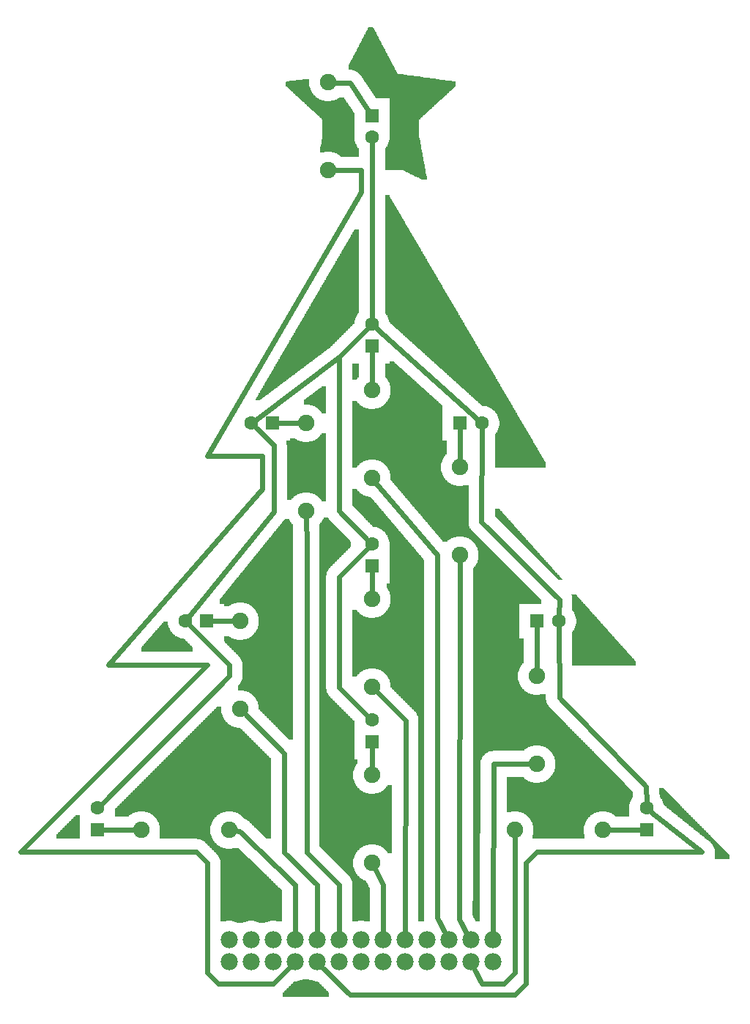
<source format=gbl>
G04 MADE WITH FRITZING*
G04 WWW.FRITZING.ORG*
G04 DOUBLE SIDED*
G04 HOLES PLATED*
G04 CONTOUR ON CENTER OF CONTOUR VECTOR*
%ASAXBY*%
%FSLAX23Y23*%
%MOIN*%
%OFA0B0*%
%SFA1.0B1.0*%
%ADD10C,0.075000*%
%ADD11C,0.062992*%
%ADD12C,0.078000*%
%ADD13R,0.062992X0.062992*%
%ADD14C,0.024000*%
%LNCOPPER0*%
G90*
G70*
G54D10*
X1784Y4342D03*
X1608Y4043D03*
X1921Y3466D03*
X1647Y3321D03*
X1458Y2491D03*
X1613Y2105D03*
X2762Y1723D03*
X1922Y2057D03*
X1351Y2076D03*
X1049Y1250D03*
X1925Y2822D03*
G54D11*
X1783Y4048D03*
X1783Y3950D03*
X1031Y1750D03*
X933Y1750D03*
X2184Y2650D03*
X2283Y2650D03*
G54D10*
X1183Y1750D03*
X1183Y1350D03*
X2183Y2450D03*
X2183Y2050D03*
X1583Y4200D03*
X1583Y3800D03*
X2533Y1500D03*
X2533Y1100D03*
G54D11*
X2534Y1750D03*
X2633Y1750D03*
G54D10*
X2833Y800D03*
X2433Y800D03*
G54D11*
X3033Y801D03*
X3033Y900D03*
X533Y801D03*
X533Y900D03*
G54D10*
X733Y800D03*
X1133Y800D03*
G54D11*
X1331Y2650D03*
X1233Y2650D03*
G54D10*
X1483Y2650D03*
X1483Y2250D03*
G54D12*
X1133Y200D03*
X1233Y200D03*
X1333Y200D03*
X1433Y200D03*
X1533Y200D03*
X1633Y200D03*
X1733Y200D03*
X1833Y200D03*
X1933Y200D03*
X2033Y200D03*
X2133Y200D03*
X2233Y200D03*
X2333Y200D03*
X1133Y200D03*
X1233Y200D03*
X1333Y200D03*
X1433Y200D03*
X1533Y200D03*
X1633Y200D03*
X1733Y200D03*
X1833Y200D03*
X1933Y200D03*
X2033Y200D03*
X2133Y200D03*
X2233Y200D03*
X2333Y200D03*
X2333Y300D03*
X2233Y300D03*
X2133Y300D03*
X2033Y300D03*
X1933Y300D03*
X1833Y300D03*
X1733Y300D03*
X1633Y300D03*
X1533Y300D03*
X1433Y300D03*
X1333Y300D03*
X1233Y300D03*
X1133Y300D03*
G54D11*
X1783Y1201D03*
X1783Y1300D03*
X1783Y2001D03*
X1783Y2100D03*
X1783Y3001D03*
X1783Y3100D03*
G54D10*
X1783Y2800D03*
X1783Y2400D03*
X1783Y1850D03*
X1783Y1450D03*
X1783Y1050D03*
X1783Y650D03*
G54D13*
X1783Y4048D03*
X1031Y1750D03*
X2184Y2650D03*
X2534Y1750D03*
X3033Y801D03*
X533Y801D03*
X1331Y2650D03*
X1783Y1201D03*
X1783Y2001D03*
X1783Y3001D03*
G54D14*
X1803Y3082D02*
X2263Y2668D01*
D02*
X1783Y2828D02*
X1783Y2975D01*
D02*
X1764Y3081D02*
X1634Y2951D01*
D02*
X1634Y2951D02*
X1254Y2666D01*
D02*
X1764Y3081D02*
X1634Y2951D01*
D02*
X1634Y2951D02*
X1634Y2250D01*
D02*
X1634Y2250D02*
X1764Y2119D01*
D02*
X1783Y3923D02*
X1783Y3127D01*
D02*
X1133Y1500D02*
X552Y919D01*
D02*
X1133Y1550D02*
X1133Y1500D01*
D02*
X952Y1731D02*
X1133Y1550D01*
D02*
X1533Y550D02*
X1533Y330D01*
D02*
X1383Y699D02*
X1533Y550D01*
D02*
X1383Y1149D02*
X1383Y699D01*
D02*
X1203Y1330D02*
X1383Y1149D01*
D02*
X1181Y796D02*
X1433Y552D01*
D02*
X1161Y798D02*
X1181Y796D01*
D02*
X1433Y552D02*
X1433Y330D01*
D02*
X1634Y550D02*
X1633Y330D01*
D02*
X1485Y699D02*
X1634Y550D01*
D02*
X1485Y2100D02*
X1485Y699D01*
D02*
X1483Y2221D02*
X1485Y2100D01*
D02*
X1634Y1951D02*
X1634Y1448D01*
D02*
X1634Y1448D02*
X1764Y1319D01*
D02*
X1764Y2081D02*
X1634Y1951D01*
D02*
X1783Y1878D02*
X1783Y1975D01*
D02*
X1783Y1078D02*
X1783Y1175D01*
D02*
X2504Y1100D02*
X2336Y1100D01*
D02*
X2336Y1100D02*
X2333Y330D01*
D02*
X3030Y999D02*
X2635Y1400D01*
D02*
X2635Y1400D02*
X2633Y1723D01*
D02*
X3032Y927D02*
X3030Y999D01*
D02*
X2181Y396D02*
X2218Y326D01*
D02*
X2183Y2021D02*
X2181Y396D01*
D02*
X2281Y2203D02*
X2283Y2623D01*
D02*
X2635Y1849D02*
X2281Y2203D01*
D02*
X2633Y1777D02*
X2635Y1849D01*
D02*
X2184Y2623D02*
X2183Y2478D01*
D02*
X1358Y2650D02*
X1454Y2650D01*
D02*
X1058Y1750D02*
X1154Y1750D01*
D02*
X560Y801D02*
X704Y800D01*
D02*
X2861Y800D02*
X3006Y801D01*
D02*
X2533Y1528D02*
X2534Y1723D01*
D02*
X1682Y4197D02*
X1611Y4199D01*
D02*
X1768Y4070D02*
X1682Y4197D01*
D02*
X1335Y2550D02*
X1252Y2631D01*
D02*
X1336Y2248D02*
X1335Y2550D01*
D02*
X950Y1771D02*
X1336Y2248D01*
D02*
X1033Y650D02*
X983Y700D01*
D02*
X983Y700D02*
X183Y700D01*
D02*
X1033Y150D02*
X1033Y650D01*
D02*
X183Y700D02*
X1033Y1550D01*
D02*
X1083Y100D02*
X1033Y150D01*
D02*
X1033Y1550D02*
X583Y1550D01*
D02*
X1333Y100D02*
X1083Y100D01*
D02*
X583Y1550D02*
X1283Y2350D01*
D02*
X1411Y179D02*
X1333Y100D01*
D02*
X1283Y2350D02*
X1283Y2500D01*
D02*
X1283Y2500D02*
X1033Y2500D01*
D02*
X1033Y2500D02*
X1733Y3700D01*
D02*
X1733Y3700D02*
X1733Y3800D01*
D02*
X1733Y3800D02*
X1611Y3800D01*
D02*
X2080Y2050D02*
X1801Y2378D01*
D02*
X2080Y400D02*
X2080Y2050D01*
D02*
X2119Y326D02*
X2080Y400D01*
D02*
X1935Y1298D02*
X1803Y1430D01*
D02*
X1933Y330D02*
X1935Y1298D01*
D02*
X1833Y550D02*
X1796Y624D01*
D02*
X1833Y330D02*
X1833Y550D01*
D02*
X1683Y50D02*
X1554Y179D01*
D02*
X2433Y50D02*
X1683Y50D01*
D02*
X2483Y100D02*
X2433Y50D01*
D02*
X2483Y650D02*
X2483Y100D01*
D02*
X2533Y700D02*
X2483Y650D01*
D02*
X3283Y700D02*
X2533Y700D01*
D02*
X3054Y883D02*
X3283Y700D01*
D02*
X2246Y173D02*
X2283Y100D01*
D02*
X2283Y100D02*
X2383Y100D01*
D02*
X2383Y100D02*
X2433Y150D01*
D02*
X2433Y150D02*
X2433Y771D01*
G36*
X1768Y4453D02*
X1768Y4451D01*
X1766Y4451D01*
X1766Y4447D01*
X1764Y4447D01*
X1764Y4443D01*
X1762Y4443D01*
X1762Y4439D01*
X1760Y4439D01*
X1760Y4435D01*
X1758Y4435D01*
X1758Y4431D01*
X1756Y4431D01*
X1756Y4427D01*
X1754Y4427D01*
X1754Y4423D01*
X1752Y4423D01*
X1752Y4419D01*
X1750Y4419D01*
X1750Y4417D01*
X1748Y4417D01*
X1748Y4413D01*
X1746Y4413D01*
X1746Y4409D01*
X1744Y4409D01*
X1744Y4405D01*
X1742Y4405D01*
X1742Y4401D01*
X1740Y4401D01*
X1740Y4397D01*
X1738Y4397D01*
X1738Y4393D01*
X1736Y4393D01*
X1736Y4389D01*
X1734Y4389D01*
X1734Y4385D01*
X1732Y4385D01*
X1732Y4381D01*
X1730Y4381D01*
X1730Y4377D01*
X1728Y4377D01*
X1728Y4375D01*
X1726Y4375D01*
X1726Y4371D01*
X1724Y4371D01*
X1724Y4367D01*
X1722Y4367D01*
X1722Y4363D01*
X1720Y4363D01*
X1720Y4359D01*
X1718Y4359D01*
X1718Y4355D01*
X1716Y4355D01*
X1716Y4351D01*
X1714Y4351D01*
X1714Y4347D01*
X1712Y4347D01*
X1712Y4343D01*
X1710Y4343D01*
X1710Y4339D01*
X1708Y4339D01*
X1708Y4337D01*
X1706Y4337D01*
X1706Y4333D01*
X1704Y4333D01*
X1704Y4329D01*
X1702Y4329D01*
X1702Y4325D01*
X1700Y4325D01*
X1700Y4321D01*
X1698Y4321D01*
X1698Y4317D01*
X1696Y4317D01*
X1696Y4313D01*
X1694Y4313D01*
X1694Y4309D01*
X1692Y4309D01*
X1692Y4305D01*
X1690Y4305D01*
X1690Y4301D01*
X1688Y4301D01*
X1688Y4299D01*
X1686Y4299D01*
X1686Y4295D01*
X1684Y4295D01*
X1684Y4291D01*
X1682Y4291D01*
X1682Y4287D01*
X1680Y4287D01*
X1680Y4283D01*
X1678Y4283D01*
X1678Y4279D01*
X1676Y4279D01*
X1676Y4257D01*
X1694Y4257D01*
X1694Y4255D01*
X1702Y4255D01*
X1702Y4253D01*
X1706Y4253D01*
X1706Y4251D01*
X1710Y4251D01*
X1710Y4249D01*
X1714Y4249D01*
X1714Y4247D01*
X1718Y4247D01*
X1718Y4245D01*
X1720Y4245D01*
X1720Y4243D01*
X1722Y4243D01*
X1722Y4241D01*
X1724Y4241D01*
X1724Y4239D01*
X1726Y4239D01*
X1726Y4237D01*
X1728Y4237D01*
X1728Y4235D01*
X1730Y4235D01*
X1730Y4233D01*
X1732Y4233D01*
X1732Y4229D01*
X1734Y4229D01*
X1734Y4227D01*
X1736Y4227D01*
X1736Y4223D01*
X1738Y4223D01*
X1738Y4221D01*
X1740Y4221D01*
X1740Y4217D01*
X1742Y4217D01*
X1742Y4215D01*
X1744Y4215D01*
X1744Y4211D01*
X1746Y4211D01*
X1746Y4209D01*
X1748Y4209D01*
X1748Y4205D01*
X1750Y4205D01*
X1750Y4203D01*
X1752Y4203D01*
X1752Y4199D01*
X1754Y4199D01*
X1754Y4197D01*
X1756Y4197D01*
X1756Y4193D01*
X1758Y4193D01*
X1758Y4191D01*
X1760Y4191D01*
X1760Y4187D01*
X1762Y4187D01*
X1762Y4185D01*
X1764Y4185D01*
X1764Y4183D01*
X1766Y4183D01*
X1766Y4179D01*
X1768Y4179D01*
X1768Y4177D01*
X1770Y4177D01*
X1770Y4173D01*
X1772Y4173D01*
X1772Y4171D01*
X1774Y4171D01*
X1774Y4167D01*
X1776Y4167D01*
X1776Y4165D01*
X1778Y4165D01*
X1778Y4161D01*
X1780Y4161D01*
X1780Y4159D01*
X1782Y4159D01*
X1782Y4155D01*
X1784Y4155D01*
X1784Y4153D01*
X1786Y4153D01*
X1786Y4149D01*
X1788Y4149D01*
X1788Y4147D01*
X1790Y4147D01*
X1790Y4143D01*
X1792Y4143D01*
X1792Y4141D01*
X1794Y4141D01*
X1794Y4137D01*
X1796Y4137D01*
X1796Y4135D01*
X1798Y4135D01*
X1798Y4131D01*
X1800Y4131D01*
X1800Y4129D01*
X1862Y4129D01*
X1862Y3937D01*
X1860Y3937D01*
X1860Y3929D01*
X1858Y3929D01*
X1858Y3923D01*
X1856Y3923D01*
X1856Y3917D01*
X1854Y3917D01*
X1854Y3913D01*
X1852Y3913D01*
X1852Y3909D01*
X1850Y3909D01*
X1850Y3907D01*
X1848Y3907D01*
X1848Y3903D01*
X1846Y3903D01*
X1846Y3901D01*
X1844Y3901D01*
X1844Y3899D01*
X1842Y3899D01*
X1842Y3803D01*
X1922Y3803D01*
X1922Y3801D01*
X1926Y3801D01*
X1926Y3799D01*
X1930Y3799D01*
X1930Y3797D01*
X1934Y3797D01*
X1934Y3795D01*
X1938Y3795D01*
X1938Y3793D01*
X1942Y3793D01*
X1942Y3791D01*
X1946Y3791D01*
X1946Y3789D01*
X1950Y3789D01*
X1950Y3787D01*
X1954Y3787D01*
X1954Y3785D01*
X1958Y3785D01*
X1958Y3783D01*
X1962Y3783D01*
X1962Y3781D01*
X1966Y3781D01*
X1966Y3779D01*
X1970Y3779D01*
X1970Y3777D01*
X1974Y3777D01*
X1974Y3775D01*
X1978Y3775D01*
X1978Y3773D01*
X1982Y3773D01*
X1982Y3771D01*
X1986Y3771D01*
X1986Y3769D01*
X1992Y3769D01*
X1992Y3767D01*
X1996Y3767D01*
X1996Y3765D01*
X2000Y3765D01*
X2000Y3763D01*
X2004Y3763D01*
X2004Y3761D01*
X2008Y3761D01*
X2008Y3759D01*
X2012Y3759D01*
X2012Y3757D01*
X2032Y3757D01*
X2032Y3775D01*
X2030Y3775D01*
X2030Y3785D01*
X2028Y3785D01*
X2028Y3797D01*
X2026Y3797D01*
X2026Y3807D01*
X2024Y3807D01*
X2024Y3819D01*
X2022Y3819D01*
X2022Y3829D01*
X2020Y3829D01*
X2020Y3841D01*
X2018Y3841D01*
X2018Y3851D01*
X2016Y3851D01*
X2016Y3863D01*
X2014Y3863D01*
X2014Y3873D01*
X2012Y3873D01*
X2012Y3883D01*
X2010Y3883D01*
X2010Y3895D01*
X2008Y3895D01*
X2008Y3905D01*
X2006Y3905D01*
X2006Y3917D01*
X2004Y3917D01*
X2004Y3927D01*
X2002Y3927D01*
X2002Y3939D01*
X2000Y3939D01*
X2000Y3949D01*
X1998Y3949D01*
X1998Y4031D01*
X2000Y4031D01*
X2000Y4033D01*
X2002Y4033D01*
X2002Y4035D01*
X2004Y4035D01*
X2004Y4037D01*
X2006Y4037D01*
X2006Y4039D01*
X2008Y4039D01*
X2008Y4041D01*
X2010Y4041D01*
X2010Y4043D01*
X2012Y4043D01*
X2012Y4045D01*
X2014Y4045D01*
X2014Y4047D01*
X2016Y4047D01*
X2016Y4049D01*
X2018Y4049D01*
X2018Y4051D01*
X2020Y4051D01*
X2020Y4053D01*
X2022Y4053D01*
X2022Y4055D01*
X2026Y4055D01*
X2026Y4057D01*
X2028Y4057D01*
X2028Y4059D01*
X2030Y4059D01*
X2030Y4061D01*
X2032Y4061D01*
X2032Y4063D01*
X2034Y4063D01*
X2034Y4065D01*
X2036Y4065D01*
X2036Y4067D01*
X2038Y4067D01*
X2038Y4069D01*
X2040Y4069D01*
X2040Y4071D01*
X2042Y4071D01*
X2042Y4073D01*
X2044Y4073D01*
X2044Y4075D01*
X2046Y4075D01*
X2046Y4077D01*
X2050Y4077D01*
X2050Y4079D01*
X2052Y4079D01*
X2052Y4081D01*
X2054Y4081D01*
X2054Y4083D01*
X2056Y4083D01*
X2056Y4085D01*
X2058Y4085D01*
X2058Y4087D01*
X2060Y4087D01*
X2060Y4089D01*
X2062Y4089D01*
X2062Y4091D01*
X2064Y4091D01*
X2064Y4093D01*
X2066Y4093D01*
X2066Y4095D01*
X2068Y4095D01*
X2068Y4097D01*
X2070Y4097D01*
X2070Y4099D01*
X2074Y4099D01*
X2074Y4101D01*
X2076Y4101D01*
X2076Y4103D01*
X2078Y4103D01*
X2078Y4105D01*
X2080Y4105D01*
X2080Y4107D01*
X2082Y4107D01*
X2082Y4109D01*
X2084Y4109D01*
X2084Y4111D01*
X2086Y4111D01*
X2086Y4113D01*
X2088Y4113D01*
X2088Y4115D01*
X2090Y4115D01*
X2090Y4117D01*
X2092Y4117D01*
X2092Y4119D01*
X2094Y4119D01*
X2094Y4121D01*
X2098Y4121D01*
X2098Y4123D01*
X2100Y4123D01*
X2100Y4125D01*
X2102Y4125D01*
X2102Y4127D01*
X2104Y4127D01*
X2104Y4129D01*
X2106Y4129D01*
X2106Y4131D01*
X2108Y4131D01*
X2108Y4133D01*
X2110Y4133D01*
X2110Y4135D01*
X2112Y4135D01*
X2112Y4137D01*
X2114Y4137D01*
X2114Y4139D01*
X2116Y4139D01*
X2116Y4141D01*
X2118Y4141D01*
X2118Y4143D01*
X2122Y4143D01*
X2122Y4145D01*
X2124Y4145D01*
X2124Y4147D01*
X2126Y4147D01*
X2126Y4149D01*
X2128Y4149D01*
X2128Y4151D01*
X2130Y4151D01*
X2130Y4153D01*
X2132Y4153D01*
X2132Y4155D01*
X2134Y4155D01*
X2134Y4157D01*
X2136Y4157D01*
X2136Y4159D01*
X2138Y4159D01*
X2138Y4161D01*
X2140Y4161D01*
X2140Y4163D01*
X2142Y4163D01*
X2142Y4165D01*
X2146Y4165D01*
X2146Y4167D01*
X2148Y4167D01*
X2148Y4169D01*
X2150Y4169D01*
X2150Y4171D01*
X2152Y4171D01*
X2152Y4173D01*
X2154Y4173D01*
X2154Y4175D01*
X2156Y4175D01*
X2156Y4177D01*
X2158Y4177D01*
X2158Y4179D01*
X2160Y4179D01*
X2160Y4181D01*
X2162Y4181D01*
X2162Y4183D01*
X2164Y4183D01*
X2164Y4203D01*
X2162Y4203D01*
X2162Y4205D01*
X2148Y4205D01*
X2148Y4207D01*
X2134Y4207D01*
X2134Y4209D01*
X2118Y4209D01*
X2118Y4211D01*
X2104Y4211D01*
X2104Y4213D01*
X2090Y4213D01*
X2090Y4215D01*
X2074Y4215D01*
X2074Y4217D01*
X2060Y4217D01*
X2060Y4219D01*
X2046Y4219D01*
X2046Y4221D01*
X2030Y4221D01*
X2030Y4223D01*
X2016Y4223D01*
X2016Y4225D01*
X2002Y4225D01*
X2002Y4227D01*
X1986Y4227D01*
X1986Y4229D01*
X1972Y4229D01*
X1972Y4231D01*
X1958Y4231D01*
X1958Y4233D01*
X1942Y4233D01*
X1942Y4235D01*
X1928Y4235D01*
X1928Y4237D01*
X1914Y4237D01*
X1914Y4239D01*
X1900Y4239D01*
X1900Y4241D01*
X1898Y4241D01*
X1898Y4243D01*
X1896Y4243D01*
X1896Y4247D01*
X1894Y4247D01*
X1894Y4251D01*
X1892Y4251D01*
X1892Y4255D01*
X1890Y4255D01*
X1890Y4259D01*
X1888Y4259D01*
X1888Y4263D01*
X1886Y4263D01*
X1886Y4267D01*
X1884Y4267D01*
X1884Y4271D01*
X1882Y4271D01*
X1882Y4275D01*
X1880Y4275D01*
X1880Y4279D01*
X1878Y4279D01*
X1878Y4281D01*
X1876Y4281D01*
X1876Y4285D01*
X1874Y4285D01*
X1874Y4289D01*
X1872Y4289D01*
X1872Y4293D01*
X1870Y4293D01*
X1870Y4297D01*
X1868Y4297D01*
X1868Y4301D01*
X1866Y4301D01*
X1866Y4305D01*
X1864Y4305D01*
X1864Y4309D01*
X1862Y4309D01*
X1862Y4313D01*
X1860Y4313D01*
X1860Y4317D01*
X1858Y4317D01*
X1858Y4319D01*
X1856Y4319D01*
X1856Y4323D01*
X1854Y4323D01*
X1854Y4327D01*
X1852Y4327D01*
X1852Y4331D01*
X1850Y4331D01*
X1850Y4335D01*
X1848Y4335D01*
X1848Y4339D01*
X1846Y4339D01*
X1846Y4343D01*
X1844Y4343D01*
X1844Y4347D01*
X1842Y4347D01*
X1842Y4351D01*
X1840Y4351D01*
X1840Y4355D01*
X1838Y4355D01*
X1838Y4357D01*
X1836Y4357D01*
X1836Y4361D01*
X1834Y4361D01*
X1834Y4365D01*
X1832Y4365D01*
X1832Y4369D01*
X1830Y4369D01*
X1830Y4373D01*
X1828Y4373D01*
X1828Y4377D01*
X1826Y4377D01*
X1826Y4381D01*
X1824Y4381D01*
X1824Y4385D01*
X1822Y4385D01*
X1822Y4389D01*
X1820Y4389D01*
X1820Y4393D01*
X1818Y4393D01*
X1818Y4397D01*
X1816Y4397D01*
X1816Y4399D01*
X1814Y4399D01*
X1814Y4403D01*
X1812Y4403D01*
X1812Y4407D01*
X1810Y4407D01*
X1810Y4411D01*
X1808Y4411D01*
X1808Y4415D01*
X1806Y4415D01*
X1806Y4419D01*
X1804Y4419D01*
X1804Y4423D01*
X1802Y4423D01*
X1802Y4427D01*
X1800Y4427D01*
X1800Y4431D01*
X1798Y4431D01*
X1798Y4435D01*
X1796Y4435D01*
X1796Y4437D01*
X1794Y4437D01*
X1794Y4441D01*
X1792Y4441D01*
X1792Y4445D01*
X1790Y4445D01*
X1790Y4449D01*
X1788Y4449D01*
X1788Y4453D01*
X1768Y4453D01*
G37*
D02*
G36*
X1466Y4215D02*
X1466Y4213D01*
X1452Y4213D01*
X1452Y4211D01*
X1436Y4211D01*
X1436Y4209D01*
X1422Y4209D01*
X1422Y4207D01*
X1408Y4207D01*
X1408Y4205D01*
X1392Y4205D01*
X1392Y4203D01*
X1390Y4203D01*
X1390Y4183D01*
X1392Y4183D01*
X1392Y4181D01*
X1396Y4181D01*
X1396Y4179D01*
X1398Y4179D01*
X1398Y4177D01*
X1400Y4177D01*
X1400Y4175D01*
X1402Y4175D01*
X1402Y4173D01*
X1404Y4173D01*
X1404Y4171D01*
X1406Y4171D01*
X1406Y4169D01*
X1408Y4169D01*
X1408Y4167D01*
X1410Y4167D01*
X1410Y4165D01*
X1412Y4165D01*
X1412Y4163D01*
X1414Y4163D01*
X1414Y4161D01*
X1416Y4161D01*
X1416Y4159D01*
X1420Y4159D01*
X1420Y4157D01*
X1422Y4157D01*
X1422Y4155D01*
X1424Y4155D01*
X1424Y4153D01*
X1426Y4153D01*
X1426Y4151D01*
X1428Y4151D01*
X1428Y4149D01*
X1430Y4149D01*
X1430Y4147D01*
X1432Y4147D01*
X1432Y4145D01*
X1434Y4145D01*
X1434Y4143D01*
X1436Y4143D01*
X1436Y4141D01*
X1438Y4141D01*
X1438Y4139D01*
X1440Y4139D01*
X1440Y4137D01*
X1444Y4137D01*
X1444Y4135D01*
X1446Y4135D01*
X1446Y4133D01*
X1448Y4133D01*
X1448Y4131D01*
X1450Y4131D01*
X1450Y4129D01*
X1452Y4129D01*
X1452Y4127D01*
X1454Y4127D01*
X1454Y4125D01*
X1456Y4125D01*
X1456Y4123D01*
X1458Y4123D01*
X1458Y4121D01*
X1460Y4121D01*
X1460Y4119D01*
X1462Y4119D01*
X1462Y4117D01*
X1464Y4117D01*
X1464Y4115D01*
X1568Y4115D01*
X1568Y4117D01*
X1560Y4117D01*
X1560Y4119D01*
X1554Y4119D01*
X1554Y4121D01*
X1548Y4121D01*
X1548Y4123D01*
X1544Y4123D01*
X1544Y4125D01*
X1540Y4125D01*
X1540Y4127D01*
X1538Y4127D01*
X1538Y4129D01*
X1534Y4129D01*
X1534Y4131D01*
X1532Y4131D01*
X1532Y4133D01*
X1528Y4133D01*
X1528Y4135D01*
X1526Y4135D01*
X1526Y4137D01*
X1524Y4137D01*
X1524Y4139D01*
X1522Y4139D01*
X1522Y4141D01*
X1520Y4141D01*
X1520Y4143D01*
X1518Y4143D01*
X1518Y4145D01*
X1516Y4145D01*
X1516Y4149D01*
X1514Y4149D01*
X1514Y4151D01*
X1512Y4151D01*
X1512Y4153D01*
X1510Y4153D01*
X1510Y4157D01*
X1508Y4157D01*
X1508Y4161D01*
X1506Y4161D01*
X1506Y4165D01*
X1504Y4165D01*
X1504Y4169D01*
X1502Y4169D01*
X1502Y4175D01*
X1500Y4175D01*
X1500Y4183D01*
X1498Y4183D01*
X1498Y4215D01*
X1466Y4215D01*
G37*
D02*
G36*
X1634Y4133D02*
X1634Y4131D01*
X1632Y4131D01*
X1632Y4129D01*
X1628Y4129D01*
X1628Y4127D01*
X1626Y4127D01*
X1626Y4125D01*
X1622Y4125D01*
X1622Y4123D01*
X1618Y4123D01*
X1618Y4121D01*
X1612Y4121D01*
X1612Y4119D01*
X1606Y4119D01*
X1606Y4117D01*
X1598Y4117D01*
X1598Y4115D01*
X1664Y4115D01*
X1664Y4119D01*
X1662Y4119D01*
X1662Y4121D01*
X1660Y4121D01*
X1660Y4125D01*
X1658Y4125D01*
X1658Y4127D01*
X1656Y4127D01*
X1656Y4131D01*
X1654Y4131D01*
X1654Y4133D01*
X1634Y4133D01*
G37*
D02*
G36*
X1468Y4115D02*
X1468Y4113D01*
X1666Y4113D01*
X1666Y4115D01*
X1468Y4115D01*
G37*
D02*
G36*
X1468Y4115D02*
X1468Y4113D01*
X1666Y4113D01*
X1666Y4115D01*
X1468Y4115D01*
G37*
D02*
G36*
X1470Y4113D02*
X1470Y4111D01*
X1472Y4111D01*
X1472Y4109D01*
X1474Y4109D01*
X1474Y4107D01*
X1476Y4107D01*
X1476Y4105D01*
X1478Y4105D01*
X1478Y4103D01*
X1480Y4103D01*
X1480Y4101D01*
X1482Y4101D01*
X1482Y4099D01*
X1484Y4099D01*
X1484Y4097D01*
X1486Y4097D01*
X1486Y4095D01*
X1488Y4095D01*
X1488Y4093D01*
X1492Y4093D01*
X1492Y4091D01*
X1494Y4091D01*
X1494Y4089D01*
X1496Y4089D01*
X1496Y4087D01*
X1498Y4087D01*
X1498Y4085D01*
X1500Y4085D01*
X1500Y4083D01*
X1502Y4083D01*
X1502Y4081D01*
X1504Y4081D01*
X1504Y4079D01*
X1506Y4079D01*
X1506Y4077D01*
X1508Y4077D01*
X1508Y4075D01*
X1510Y4075D01*
X1510Y4073D01*
X1512Y4073D01*
X1512Y4071D01*
X1516Y4071D01*
X1516Y4069D01*
X1518Y4069D01*
X1518Y4067D01*
X1520Y4067D01*
X1520Y4065D01*
X1522Y4065D01*
X1522Y4063D01*
X1524Y4063D01*
X1524Y4061D01*
X1526Y4061D01*
X1526Y4059D01*
X1528Y4059D01*
X1528Y4057D01*
X1530Y4057D01*
X1530Y4055D01*
X1532Y4055D01*
X1532Y4053D01*
X1534Y4053D01*
X1534Y4051D01*
X1536Y4051D01*
X1536Y4049D01*
X1540Y4049D01*
X1540Y4047D01*
X1542Y4047D01*
X1542Y4045D01*
X1544Y4045D01*
X1544Y4043D01*
X1546Y4043D01*
X1546Y4041D01*
X1548Y4041D01*
X1548Y4039D01*
X1550Y4039D01*
X1550Y4037D01*
X1552Y4037D01*
X1552Y4035D01*
X1554Y4035D01*
X1554Y4033D01*
X1556Y4033D01*
X1556Y3941D01*
X1554Y3941D01*
X1554Y3931D01*
X1552Y3931D01*
X1552Y3919D01*
X1550Y3919D01*
X1550Y3909D01*
X1548Y3909D01*
X1548Y3897D01*
X1546Y3897D01*
X1546Y3885D01*
X1600Y3885D01*
X1600Y3883D01*
X1608Y3883D01*
X1608Y3881D01*
X1612Y3881D01*
X1612Y3879D01*
X1618Y3879D01*
X1618Y3877D01*
X1622Y3877D01*
X1622Y3875D01*
X1626Y3875D01*
X1626Y3873D01*
X1628Y3873D01*
X1628Y3871D01*
X1632Y3871D01*
X1632Y3869D01*
X1634Y3869D01*
X1634Y3867D01*
X1638Y3867D01*
X1638Y3865D01*
X1640Y3865D01*
X1640Y3863D01*
X1642Y3863D01*
X1642Y3861D01*
X1722Y3861D01*
X1722Y3901D01*
X1720Y3901D01*
X1720Y3903D01*
X1718Y3903D01*
X1718Y3905D01*
X1716Y3905D01*
X1716Y3909D01*
X1714Y3909D01*
X1714Y3913D01*
X1712Y3913D01*
X1712Y3917D01*
X1710Y3917D01*
X1710Y3921D01*
X1708Y3921D01*
X1708Y3927D01*
X1706Y3927D01*
X1706Y3933D01*
X1704Y3933D01*
X1704Y4059D01*
X1702Y4059D01*
X1702Y4063D01*
X1700Y4063D01*
X1700Y4065D01*
X1698Y4065D01*
X1698Y4069D01*
X1696Y4069D01*
X1696Y4071D01*
X1694Y4071D01*
X1694Y4075D01*
X1692Y4075D01*
X1692Y4077D01*
X1690Y4077D01*
X1690Y4081D01*
X1688Y4081D01*
X1688Y4083D01*
X1686Y4083D01*
X1686Y4087D01*
X1684Y4087D01*
X1684Y4089D01*
X1682Y4089D01*
X1682Y4091D01*
X1680Y4091D01*
X1680Y4095D01*
X1678Y4095D01*
X1678Y4097D01*
X1676Y4097D01*
X1676Y4101D01*
X1674Y4101D01*
X1674Y4103D01*
X1672Y4103D01*
X1672Y4107D01*
X1670Y4107D01*
X1670Y4109D01*
X1668Y4109D01*
X1668Y4113D01*
X1470Y4113D01*
G37*
D02*
G36*
X1546Y3885D02*
X1546Y3883D01*
X1566Y3883D01*
X1566Y3885D01*
X1546Y3885D01*
G37*
D02*
G36*
X1842Y3687D02*
X1842Y3151D01*
X1844Y3151D01*
X1844Y3149D01*
X1846Y3149D01*
X1846Y3147D01*
X1848Y3147D01*
X1848Y3143D01*
X1850Y3143D01*
X1850Y3141D01*
X1852Y3141D01*
X1852Y3137D01*
X1854Y3137D01*
X1854Y3133D01*
X1856Y3133D01*
X1856Y3129D01*
X1858Y3129D01*
X1858Y3123D01*
X1860Y3123D01*
X1860Y3113D01*
X1862Y3113D01*
X1862Y3109D01*
X1864Y3109D01*
X1864Y3107D01*
X1866Y3107D01*
X1866Y3105D01*
X1868Y3105D01*
X1868Y3103D01*
X1870Y3103D01*
X1870Y3101D01*
X1872Y3101D01*
X1872Y3099D01*
X1874Y3099D01*
X1874Y3097D01*
X1878Y3097D01*
X1878Y3095D01*
X1880Y3095D01*
X1880Y3093D01*
X1882Y3093D01*
X1882Y3091D01*
X1884Y3091D01*
X1884Y3089D01*
X1886Y3089D01*
X1886Y3087D01*
X1888Y3087D01*
X1888Y3085D01*
X1890Y3085D01*
X1890Y3083D01*
X1892Y3083D01*
X1892Y3081D01*
X1894Y3081D01*
X1894Y3079D01*
X1898Y3079D01*
X1898Y3077D01*
X1900Y3077D01*
X1900Y3075D01*
X1902Y3075D01*
X1902Y3073D01*
X1904Y3073D01*
X1904Y3071D01*
X1906Y3071D01*
X1906Y3069D01*
X1908Y3069D01*
X1908Y3067D01*
X1910Y3067D01*
X1910Y3065D01*
X1912Y3065D01*
X1912Y3063D01*
X1914Y3063D01*
X1914Y3061D01*
X1918Y3061D01*
X1918Y3059D01*
X1920Y3059D01*
X1920Y3057D01*
X1922Y3057D01*
X1922Y3055D01*
X1924Y3055D01*
X1924Y3053D01*
X1926Y3053D01*
X1926Y3051D01*
X1928Y3051D01*
X1928Y3049D01*
X1930Y3049D01*
X1930Y3047D01*
X1932Y3047D01*
X1932Y3045D01*
X1934Y3045D01*
X1934Y3043D01*
X1938Y3043D01*
X1938Y3041D01*
X1940Y3041D01*
X1940Y3039D01*
X1942Y3039D01*
X1942Y3037D01*
X1944Y3037D01*
X1944Y3035D01*
X1946Y3035D01*
X1946Y3033D01*
X1948Y3033D01*
X1948Y3031D01*
X1950Y3031D01*
X1950Y3029D01*
X1952Y3029D01*
X1952Y3027D01*
X1954Y3027D01*
X1954Y3025D01*
X1958Y3025D01*
X1958Y3023D01*
X1960Y3023D01*
X1960Y3021D01*
X1962Y3021D01*
X1962Y3019D01*
X1964Y3019D01*
X1964Y3017D01*
X1966Y3017D01*
X1966Y3015D01*
X1968Y3015D01*
X1968Y3013D01*
X1970Y3013D01*
X1970Y3011D01*
X1972Y3011D01*
X1972Y3009D01*
X1974Y3009D01*
X1974Y3007D01*
X1978Y3007D01*
X1978Y3005D01*
X1980Y3005D01*
X1980Y3003D01*
X1982Y3003D01*
X1982Y3001D01*
X1984Y3001D01*
X1984Y2999D01*
X1986Y2999D01*
X1986Y2997D01*
X1988Y2997D01*
X1988Y2995D01*
X1990Y2995D01*
X1990Y2993D01*
X1992Y2993D01*
X1992Y2991D01*
X1994Y2991D01*
X1994Y2989D01*
X1998Y2989D01*
X1998Y2987D01*
X2000Y2987D01*
X2000Y2985D01*
X2002Y2985D01*
X2002Y2983D01*
X2004Y2983D01*
X2004Y2981D01*
X2006Y2981D01*
X2006Y2979D01*
X2008Y2979D01*
X2008Y2977D01*
X2010Y2977D01*
X2010Y2975D01*
X2012Y2975D01*
X2012Y2973D01*
X2014Y2973D01*
X2014Y2971D01*
X2018Y2971D01*
X2018Y2969D01*
X2020Y2969D01*
X2020Y2967D01*
X2022Y2967D01*
X2022Y2965D01*
X2024Y2965D01*
X2024Y2963D01*
X2026Y2963D01*
X2026Y2961D01*
X2028Y2961D01*
X2028Y2959D01*
X2030Y2959D01*
X2030Y2957D01*
X2032Y2957D01*
X2032Y2955D01*
X2034Y2955D01*
X2034Y2953D01*
X2038Y2953D01*
X2038Y2951D01*
X2040Y2951D01*
X2040Y2949D01*
X2042Y2949D01*
X2042Y2947D01*
X2044Y2947D01*
X2044Y2945D01*
X2046Y2945D01*
X2046Y2943D01*
X2048Y2943D01*
X2048Y2941D01*
X2050Y2941D01*
X2050Y2939D01*
X2052Y2939D01*
X2052Y2937D01*
X2054Y2937D01*
X2054Y2935D01*
X2058Y2935D01*
X2058Y2933D01*
X2060Y2933D01*
X2060Y2931D01*
X2062Y2931D01*
X2062Y2929D01*
X2064Y2929D01*
X2064Y2927D01*
X2066Y2927D01*
X2066Y2925D01*
X2068Y2925D01*
X2068Y2923D01*
X2070Y2923D01*
X2070Y2921D01*
X2072Y2921D01*
X2072Y2919D01*
X2074Y2919D01*
X2074Y2917D01*
X2078Y2917D01*
X2078Y2915D01*
X2080Y2915D01*
X2080Y2913D01*
X2082Y2913D01*
X2082Y2911D01*
X2084Y2911D01*
X2084Y2909D01*
X2086Y2909D01*
X2086Y2907D01*
X2088Y2907D01*
X2088Y2905D01*
X2090Y2905D01*
X2090Y2903D01*
X2092Y2903D01*
X2092Y2901D01*
X2094Y2901D01*
X2094Y2899D01*
X2098Y2899D01*
X2098Y2897D01*
X2100Y2897D01*
X2100Y2895D01*
X2102Y2895D01*
X2102Y2893D01*
X2104Y2893D01*
X2104Y2891D01*
X2106Y2891D01*
X2106Y2889D01*
X2108Y2889D01*
X2108Y2887D01*
X2110Y2887D01*
X2110Y2885D01*
X2112Y2885D01*
X2112Y2883D01*
X2114Y2883D01*
X2114Y2881D01*
X2118Y2881D01*
X2118Y2879D01*
X2120Y2879D01*
X2120Y2877D01*
X2122Y2877D01*
X2122Y2875D01*
X2124Y2875D01*
X2124Y2873D01*
X2126Y2873D01*
X2126Y2871D01*
X2128Y2871D01*
X2128Y2869D01*
X2130Y2869D01*
X2130Y2867D01*
X2132Y2867D01*
X2132Y2865D01*
X2134Y2865D01*
X2134Y2863D01*
X2138Y2863D01*
X2138Y2861D01*
X2140Y2861D01*
X2140Y2859D01*
X2142Y2859D01*
X2142Y2857D01*
X2144Y2857D01*
X2144Y2855D01*
X2146Y2855D01*
X2146Y2853D01*
X2148Y2853D01*
X2148Y2851D01*
X2150Y2851D01*
X2150Y2849D01*
X2152Y2849D01*
X2152Y2847D01*
X2154Y2847D01*
X2154Y2845D01*
X2158Y2845D01*
X2158Y2843D01*
X2160Y2843D01*
X2160Y2841D01*
X2162Y2841D01*
X2162Y2839D01*
X2164Y2839D01*
X2164Y2837D01*
X2166Y2837D01*
X2166Y2835D01*
X2168Y2835D01*
X2168Y2833D01*
X2170Y2833D01*
X2170Y2831D01*
X2172Y2831D01*
X2172Y2829D01*
X2174Y2829D01*
X2174Y2827D01*
X2178Y2827D01*
X2178Y2825D01*
X2180Y2825D01*
X2180Y2823D01*
X2182Y2823D01*
X2182Y2821D01*
X2184Y2821D01*
X2184Y2819D01*
X2186Y2819D01*
X2186Y2817D01*
X2188Y2817D01*
X2188Y2815D01*
X2190Y2815D01*
X2190Y2813D01*
X2192Y2813D01*
X2192Y2811D01*
X2194Y2811D01*
X2194Y2809D01*
X2198Y2809D01*
X2198Y2807D01*
X2200Y2807D01*
X2200Y2805D01*
X2202Y2805D01*
X2202Y2803D01*
X2204Y2803D01*
X2204Y2801D01*
X2206Y2801D01*
X2206Y2799D01*
X2208Y2799D01*
X2208Y2797D01*
X2210Y2797D01*
X2210Y2795D01*
X2212Y2795D01*
X2212Y2793D01*
X2214Y2793D01*
X2214Y2791D01*
X2218Y2791D01*
X2218Y2789D01*
X2220Y2789D01*
X2220Y2787D01*
X2222Y2787D01*
X2222Y2785D01*
X2224Y2785D01*
X2224Y2783D01*
X2226Y2783D01*
X2226Y2781D01*
X2228Y2781D01*
X2228Y2779D01*
X2230Y2779D01*
X2230Y2777D01*
X2232Y2777D01*
X2232Y2775D01*
X2234Y2775D01*
X2234Y2773D01*
X2238Y2773D01*
X2238Y2771D01*
X2240Y2771D01*
X2240Y2769D01*
X2242Y2769D01*
X2242Y2767D01*
X2244Y2767D01*
X2244Y2765D01*
X2246Y2765D01*
X2246Y2763D01*
X2248Y2763D01*
X2248Y2761D01*
X2250Y2761D01*
X2250Y2759D01*
X2252Y2759D01*
X2252Y2757D01*
X2254Y2757D01*
X2254Y2755D01*
X2258Y2755D01*
X2258Y2753D01*
X2260Y2753D01*
X2260Y2751D01*
X2262Y2751D01*
X2262Y2749D01*
X2264Y2749D01*
X2264Y2747D01*
X2266Y2747D01*
X2266Y2745D01*
X2268Y2745D01*
X2268Y2743D01*
X2270Y2743D01*
X2270Y2741D01*
X2272Y2741D01*
X2272Y2739D01*
X2274Y2739D01*
X2274Y2737D01*
X2278Y2737D01*
X2278Y2735D01*
X2280Y2735D01*
X2280Y2733D01*
X2282Y2733D01*
X2282Y2731D01*
X2284Y2731D01*
X2284Y2729D01*
X2298Y2729D01*
X2298Y2727D01*
X2306Y2727D01*
X2306Y2725D01*
X2312Y2725D01*
X2312Y2723D01*
X2316Y2723D01*
X2316Y2721D01*
X2320Y2721D01*
X2320Y2719D01*
X2324Y2719D01*
X2324Y2717D01*
X2328Y2717D01*
X2328Y2715D01*
X2330Y2715D01*
X2330Y2713D01*
X2332Y2713D01*
X2332Y2711D01*
X2334Y2711D01*
X2334Y2709D01*
X2338Y2709D01*
X2338Y2707D01*
X2340Y2707D01*
X2340Y2705D01*
X2342Y2705D01*
X2342Y2701D01*
X2344Y2701D01*
X2344Y2699D01*
X2346Y2699D01*
X2346Y2697D01*
X2348Y2697D01*
X2348Y2695D01*
X2350Y2695D01*
X2350Y2691D01*
X2352Y2691D01*
X2352Y2687D01*
X2354Y2687D01*
X2354Y2683D01*
X2356Y2683D01*
X2356Y2679D01*
X2358Y2679D01*
X2358Y2673D01*
X2360Y2673D01*
X2360Y2663D01*
X2362Y2663D01*
X2362Y2637D01*
X2360Y2637D01*
X2360Y2629D01*
X2358Y2629D01*
X2358Y2623D01*
X2356Y2623D01*
X2356Y2617D01*
X2354Y2617D01*
X2354Y2613D01*
X2352Y2613D01*
X2352Y2609D01*
X2350Y2609D01*
X2350Y2607D01*
X2348Y2607D01*
X2348Y2603D01*
X2346Y2603D01*
X2346Y2601D01*
X2344Y2601D01*
X2344Y2599D01*
X2342Y2599D01*
X2342Y2449D01*
X2574Y2449D01*
X2574Y2471D01*
X2572Y2471D01*
X2572Y2475D01*
X2570Y2475D01*
X2570Y2479D01*
X2568Y2479D01*
X2568Y2481D01*
X2566Y2481D01*
X2566Y2485D01*
X2564Y2485D01*
X2564Y2489D01*
X2562Y2489D01*
X2562Y2491D01*
X2560Y2491D01*
X2560Y2495D01*
X2558Y2495D01*
X2558Y2499D01*
X2556Y2499D01*
X2556Y2501D01*
X2554Y2501D01*
X2554Y2505D01*
X2552Y2505D01*
X2552Y2509D01*
X2550Y2509D01*
X2550Y2513D01*
X2548Y2513D01*
X2548Y2515D01*
X2546Y2515D01*
X2546Y2519D01*
X2544Y2519D01*
X2544Y2523D01*
X2542Y2523D01*
X2542Y2525D01*
X2540Y2525D01*
X2540Y2529D01*
X2538Y2529D01*
X2538Y2533D01*
X2536Y2533D01*
X2536Y2537D01*
X2534Y2537D01*
X2534Y2539D01*
X2532Y2539D01*
X2532Y2543D01*
X2530Y2543D01*
X2530Y2547D01*
X2528Y2547D01*
X2528Y2549D01*
X2526Y2549D01*
X2526Y2553D01*
X2524Y2553D01*
X2524Y2557D01*
X2522Y2557D01*
X2522Y2559D01*
X2520Y2559D01*
X2520Y2563D01*
X2518Y2563D01*
X2518Y2567D01*
X2516Y2567D01*
X2516Y2571D01*
X2514Y2571D01*
X2514Y2573D01*
X2512Y2573D01*
X2512Y2577D01*
X2510Y2577D01*
X2510Y2581D01*
X2508Y2581D01*
X2508Y2583D01*
X2506Y2583D01*
X2506Y2587D01*
X2504Y2587D01*
X2504Y2591D01*
X2502Y2591D01*
X2502Y2595D01*
X2500Y2595D01*
X2500Y2597D01*
X2498Y2597D01*
X2498Y2601D01*
X2496Y2601D01*
X2496Y2605D01*
X2494Y2605D01*
X2494Y2607D01*
X2492Y2607D01*
X2492Y2611D01*
X2490Y2611D01*
X2490Y2615D01*
X2488Y2615D01*
X2488Y2617D01*
X2486Y2617D01*
X2486Y2621D01*
X2484Y2621D01*
X2484Y2625D01*
X2482Y2625D01*
X2482Y2629D01*
X2480Y2629D01*
X2480Y2631D01*
X2478Y2631D01*
X2478Y2635D01*
X2476Y2635D01*
X2476Y2639D01*
X2474Y2639D01*
X2474Y2641D01*
X2472Y2641D01*
X2472Y2645D01*
X2470Y2645D01*
X2470Y2649D01*
X2468Y2649D01*
X2468Y2653D01*
X2466Y2653D01*
X2466Y2655D01*
X2464Y2655D01*
X2464Y2659D01*
X2462Y2659D01*
X2462Y2663D01*
X2460Y2663D01*
X2460Y2665D01*
X2458Y2665D01*
X2458Y2669D01*
X2456Y2669D01*
X2456Y2673D01*
X2454Y2673D01*
X2454Y2675D01*
X2452Y2675D01*
X2452Y2679D01*
X2450Y2679D01*
X2450Y2683D01*
X2448Y2683D01*
X2448Y2687D01*
X2446Y2687D01*
X2446Y2689D01*
X2444Y2689D01*
X2444Y2693D01*
X2442Y2693D01*
X2442Y2697D01*
X2440Y2697D01*
X2440Y2699D01*
X2438Y2699D01*
X2438Y2703D01*
X2436Y2703D01*
X2436Y2707D01*
X2434Y2707D01*
X2434Y2711D01*
X2432Y2711D01*
X2432Y2713D01*
X2430Y2713D01*
X2430Y2717D01*
X2428Y2717D01*
X2428Y2721D01*
X2426Y2721D01*
X2426Y2723D01*
X2424Y2723D01*
X2424Y2727D01*
X2422Y2727D01*
X2422Y2731D01*
X2420Y2731D01*
X2420Y2735D01*
X2418Y2735D01*
X2418Y2737D01*
X2416Y2737D01*
X2416Y2741D01*
X2414Y2741D01*
X2414Y2745D01*
X2412Y2745D01*
X2412Y2747D01*
X2410Y2747D01*
X2410Y2751D01*
X2408Y2751D01*
X2408Y2755D01*
X2406Y2755D01*
X2406Y2757D01*
X2404Y2757D01*
X2404Y2761D01*
X2402Y2761D01*
X2402Y2765D01*
X2400Y2765D01*
X2400Y2769D01*
X2398Y2769D01*
X2398Y2771D01*
X2396Y2771D01*
X2396Y2775D01*
X2394Y2775D01*
X2394Y2779D01*
X2392Y2779D01*
X2392Y2781D01*
X2390Y2781D01*
X2390Y2785D01*
X2388Y2785D01*
X2388Y2789D01*
X2386Y2789D01*
X2386Y2793D01*
X2384Y2793D01*
X2384Y2795D01*
X2382Y2795D01*
X2382Y2799D01*
X2380Y2799D01*
X2380Y2803D01*
X2378Y2803D01*
X2378Y2805D01*
X2376Y2805D01*
X2376Y2809D01*
X2374Y2809D01*
X2374Y2813D01*
X2372Y2813D01*
X2372Y2815D01*
X2370Y2815D01*
X2370Y2819D01*
X2368Y2819D01*
X2368Y2823D01*
X2366Y2823D01*
X2366Y2827D01*
X2364Y2827D01*
X2364Y2829D01*
X2362Y2829D01*
X2362Y2833D01*
X2360Y2833D01*
X2360Y2837D01*
X2358Y2837D01*
X2358Y2839D01*
X2356Y2839D01*
X2356Y2843D01*
X2354Y2843D01*
X2354Y2847D01*
X2352Y2847D01*
X2352Y2851D01*
X2350Y2851D01*
X2350Y2853D01*
X2348Y2853D01*
X2348Y2857D01*
X2346Y2857D01*
X2346Y2861D01*
X2344Y2861D01*
X2344Y2863D01*
X2342Y2863D01*
X2342Y2867D01*
X2340Y2867D01*
X2340Y2871D01*
X2338Y2871D01*
X2338Y2873D01*
X2336Y2873D01*
X2336Y2877D01*
X2334Y2877D01*
X2334Y2881D01*
X2332Y2881D01*
X2332Y2885D01*
X2330Y2885D01*
X2330Y2887D01*
X2328Y2887D01*
X2328Y2891D01*
X2326Y2891D01*
X2326Y2895D01*
X2324Y2895D01*
X2324Y2897D01*
X2322Y2897D01*
X2322Y2901D01*
X2320Y2901D01*
X2320Y2905D01*
X2318Y2905D01*
X2318Y2909D01*
X2316Y2909D01*
X2316Y2911D01*
X2314Y2911D01*
X2314Y2915D01*
X2312Y2915D01*
X2312Y2919D01*
X2310Y2919D01*
X2310Y2921D01*
X2308Y2921D01*
X2308Y2925D01*
X2306Y2925D01*
X2306Y2929D01*
X2304Y2929D01*
X2304Y2931D01*
X2302Y2931D01*
X2302Y2935D01*
X2300Y2935D01*
X2300Y2939D01*
X2298Y2939D01*
X2298Y2943D01*
X2296Y2943D01*
X2296Y2945D01*
X2294Y2945D01*
X2294Y2949D01*
X2292Y2949D01*
X2292Y2953D01*
X2290Y2953D01*
X2290Y2955D01*
X2288Y2955D01*
X2288Y2959D01*
X2286Y2959D01*
X2286Y2963D01*
X2284Y2963D01*
X2284Y2967D01*
X2282Y2967D01*
X2282Y2969D01*
X2280Y2969D01*
X2280Y2973D01*
X2278Y2973D01*
X2278Y2977D01*
X2276Y2977D01*
X2276Y2979D01*
X2274Y2979D01*
X2274Y2983D01*
X2272Y2983D01*
X2272Y2987D01*
X2270Y2987D01*
X2270Y2989D01*
X2268Y2989D01*
X2268Y2993D01*
X2266Y2993D01*
X2266Y2997D01*
X2264Y2997D01*
X2264Y3001D01*
X2262Y3001D01*
X2262Y3003D01*
X2260Y3003D01*
X2260Y3007D01*
X2258Y3007D01*
X2258Y3011D01*
X2256Y3011D01*
X2256Y3013D01*
X2254Y3013D01*
X2254Y3017D01*
X2252Y3017D01*
X2252Y3021D01*
X2250Y3021D01*
X2250Y3025D01*
X2248Y3025D01*
X2248Y3027D01*
X2246Y3027D01*
X2246Y3031D01*
X2244Y3031D01*
X2244Y3035D01*
X2242Y3035D01*
X2242Y3037D01*
X2240Y3037D01*
X2240Y3041D01*
X2238Y3041D01*
X2238Y3045D01*
X2236Y3045D01*
X2236Y3047D01*
X2234Y3047D01*
X2234Y3051D01*
X2232Y3051D01*
X2232Y3055D01*
X2230Y3055D01*
X2230Y3059D01*
X2228Y3059D01*
X2228Y3061D01*
X2226Y3061D01*
X2226Y3065D01*
X2224Y3065D01*
X2224Y3069D01*
X2222Y3069D01*
X2222Y3071D01*
X2220Y3071D01*
X2220Y3075D01*
X2218Y3075D01*
X2218Y3079D01*
X2216Y3079D01*
X2216Y3083D01*
X2214Y3083D01*
X2214Y3085D01*
X2212Y3085D01*
X2212Y3089D01*
X2210Y3089D01*
X2210Y3093D01*
X2208Y3093D01*
X2208Y3095D01*
X2206Y3095D01*
X2206Y3099D01*
X2204Y3099D01*
X2204Y3103D01*
X2202Y3103D01*
X2202Y3107D01*
X2200Y3107D01*
X2200Y3109D01*
X2198Y3109D01*
X2198Y3113D01*
X2196Y3113D01*
X2196Y3117D01*
X2194Y3117D01*
X2194Y3119D01*
X2192Y3119D01*
X2192Y3123D01*
X2190Y3123D01*
X2190Y3127D01*
X2188Y3127D01*
X2188Y3129D01*
X2186Y3129D01*
X2186Y3133D01*
X2184Y3133D01*
X2184Y3137D01*
X2182Y3137D01*
X2182Y3141D01*
X2180Y3141D01*
X2180Y3143D01*
X2178Y3143D01*
X2178Y3147D01*
X2176Y3147D01*
X2176Y3151D01*
X2174Y3151D01*
X2174Y3153D01*
X2172Y3153D01*
X2172Y3157D01*
X2170Y3157D01*
X2170Y3161D01*
X2168Y3161D01*
X2168Y3165D01*
X2166Y3165D01*
X2166Y3167D01*
X2164Y3167D01*
X2164Y3171D01*
X2162Y3171D01*
X2162Y3175D01*
X2160Y3175D01*
X2160Y3177D01*
X2158Y3177D01*
X2158Y3181D01*
X2156Y3181D01*
X2156Y3185D01*
X2154Y3185D01*
X2154Y3187D01*
X2152Y3187D01*
X2152Y3191D01*
X2150Y3191D01*
X2150Y3195D01*
X2148Y3195D01*
X2148Y3199D01*
X2146Y3199D01*
X2146Y3201D01*
X2144Y3201D01*
X2144Y3205D01*
X2142Y3205D01*
X2142Y3209D01*
X2140Y3209D01*
X2140Y3211D01*
X2138Y3211D01*
X2138Y3215D01*
X2136Y3215D01*
X2136Y3219D01*
X2134Y3219D01*
X2134Y3223D01*
X2132Y3223D01*
X2132Y3225D01*
X2130Y3225D01*
X2130Y3229D01*
X2128Y3229D01*
X2128Y3233D01*
X2126Y3233D01*
X2126Y3235D01*
X2124Y3235D01*
X2124Y3239D01*
X2122Y3239D01*
X2122Y3243D01*
X2120Y3243D01*
X2120Y3245D01*
X2118Y3245D01*
X2118Y3249D01*
X2116Y3249D01*
X2116Y3253D01*
X2114Y3253D01*
X2114Y3257D01*
X2112Y3257D01*
X2112Y3259D01*
X2110Y3259D01*
X2110Y3263D01*
X2108Y3263D01*
X2108Y3267D01*
X2106Y3267D01*
X2106Y3269D01*
X2104Y3269D01*
X2104Y3273D01*
X2102Y3273D01*
X2102Y3277D01*
X2100Y3277D01*
X2100Y3281D01*
X2098Y3281D01*
X2098Y3283D01*
X2096Y3283D01*
X2096Y3287D01*
X2094Y3287D01*
X2094Y3291D01*
X2092Y3291D01*
X2092Y3293D01*
X2090Y3293D01*
X2090Y3297D01*
X2088Y3297D01*
X2088Y3301D01*
X2086Y3301D01*
X2086Y3303D01*
X2084Y3303D01*
X2084Y3307D01*
X2082Y3307D01*
X2082Y3311D01*
X2080Y3311D01*
X2080Y3315D01*
X2078Y3315D01*
X2078Y3317D01*
X2076Y3317D01*
X2076Y3321D01*
X2074Y3321D01*
X2074Y3325D01*
X2072Y3325D01*
X2072Y3327D01*
X2070Y3327D01*
X2070Y3331D01*
X2068Y3331D01*
X2068Y3335D01*
X2066Y3335D01*
X2066Y3339D01*
X2064Y3339D01*
X2064Y3341D01*
X2062Y3341D01*
X2062Y3345D01*
X2060Y3345D01*
X2060Y3349D01*
X2058Y3349D01*
X2058Y3351D01*
X2056Y3351D01*
X2056Y3355D01*
X2054Y3355D01*
X2054Y3359D01*
X2052Y3359D01*
X2052Y3361D01*
X2050Y3361D01*
X2050Y3365D01*
X2048Y3365D01*
X2048Y3369D01*
X2046Y3369D01*
X2046Y3373D01*
X2044Y3373D01*
X2044Y3375D01*
X2042Y3375D01*
X2042Y3379D01*
X2040Y3379D01*
X2040Y3383D01*
X2038Y3383D01*
X2038Y3385D01*
X2036Y3385D01*
X2036Y3389D01*
X2034Y3389D01*
X2034Y3393D01*
X2032Y3393D01*
X2032Y3397D01*
X2030Y3397D01*
X2030Y3399D01*
X2028Y3399D01*
X2028Y3403D01*
X2026Y3403D01*
X2026Y3407D01*
X2024Y3407D01*
X2024Y3409D01*
X2022Y3409D01*
X2022Y3413D01*
X2020Y3413D01*
X2020Y3417D01*
X2018Y3417D01*
X2018Y3419D01*
X2016Y3419D01*
X2016Y3423D01*
X2014Y3423D01*
X2014Y3427D01*
X2012Y3427D01*
X2012Y3431D01*
X2010Y3431D01*
X2010Y3433D01*
X2008Y3433D01*
X2008Y3437D01*
X2006Y3437D01*
X2006Y3441D01*
X2004Y3441D01*
X2004Y3443D01*
X2002Y3443D01*
X2002Y3447D01*
X2000Y3447D01*
X2000Y3451D01*
X1998Y3451D01*
X1998Y3455D01*
X1996Y3455D01*
X1996Y3457D01*
X1994Y3457D01*
X1994Y3461D01*
X1992Y3461D01*
X1992Y3465D01*
X1990Y3465D01*
X1990Y3467D01*
X1988Y3467D01*
X1988Y3471D01*
X1986Y3471D01*
X1986Y3475D01*
X1984Y3475D01*
X1984Y3479D01*
X1982Y3479D01*
X1982Y3481D01*
X1980Y3481D01*
X1980Y3485D01*
X1978Y3485D01*
X1978Y3489D01*
X1976Y3489D01*
X1976Y3491D01*
X1974Y3491D01*
X1974Y3495D01*
X1972Y3495D01*
X1972Y3499D01*
X1970Y3499D01*
X1970Y3501D01*
X1968Y3501D01*
X1968Y3505D01*
X1966Y3505D01*
X1966Y3509D01*
X1964Y3509D01*
X1964Y3513D01*
X1962Y3513D01*
X1962Y3515D01*
X1960Y3515D01*
X1960Y3519D01*
X1958Y3519D01*
X1958Y3523D01*
X1956Y3523D01*
X1956Y3525D01*
X1954Y3525D01*
X1954Y3529D01*
X1952Y3529D01*
X1952Y3533D01*
X1950Y3533D01*
X1950Y3537D01*
X1948Y3537D01*
X1948Y3539D01*
X1946Y3539D01*
X1946Y3543D01*
X1944Y3543D01*
X1944Y3547D01*
X1942Y3547D01*
X1942Y3549D01*
X1940Y3549D01*
X1940Y3553D01*
X1938Y3553D01*
X1938Y3557D01*
X1936Y3557D01*
X1936Y3559D01*
X1934Y3559D01*
X1934Y3563D01*
X1932Y3563D01*
X1932Y3567D01*
X1930Y3567D01*
X1930Y3571D01*
X1928Y3571D01*
X1928Y3573D01*
X1926Y3573D01*
X1926Y3577D01*
X1924Y3577D01*
X1924Y3581D01*
X1922Y3581D01*
X1922Y3583D01*
X1920Y3583D01*
X1920Y3587D01*
X1918Y3587D01*
X1918Y3591D01*
X1916Y3591D01*
X1916Y3595D01*
X1914Y3595D01*
X1914Y3597D01*
X1912Y3597D01*
X1912Y3601D01*
X1910Y3601D01*
X1910Y3605D01*
X1908Y3605D01*
X1908Y3607D01*
X1906Y3607D01*
X1906Y3611D01*
X1904Y3611D01*
X1904Y3615D01*
X1902Y3615D01*
X1902Y3617D01*
X1900Y3617D01*
X1900Y3621D01*
X1898Y3621D01*
X1898Y3625D01*
X1896Y3625D01*
X1896Y3629D01*
X1894Y3629D01*
X1894Y3631D01*
X1892Y3631D01*
X1892Y3635D01*
X1890Y3635D01*
X1890Y3639D01*
X1888Y3639D01*
X1888Y3641D01*
X1886Y3641D01*
X1886Y3645D01*
X1884Y3645D01*
X1884Y3649D01*
X1882Y3649D01*
X1882Y3653D01*
X1880Y3653D01*
X1880Y3655D01*
X1878Y3655D01*
X1878Y3659D01*
X1876Y3659D01*
X1876Y3663D01*
X1874Y3663D01*
X1874Y3665D01*
X1872Y3665D01*
X1872Y3669D01*
X1870Y3669D01*
X1870Y3673D01*
X1868Y3673D01*
X1868Y3675D01*
X1866Y3675D01*
X1866Y3679D01*
X1864Y3679D01*
X1864Y3683D01*
X1862Y3683D01*
X1862Y3687D01*
X1842Y3687D01*
G37*
D02*
G36*
X1702Y3531D02*
X1702Y3527D01*
X1700Y3527D01*
X1700Y3523D01*
X1698Y3523D01*
X1698Y3519D01*
X1696Y3519D01*
X1696Y3517D01*
X1694Y3517D01*
X1694Y3513D01*
X1692Y3513D01*
X1692Y3509D01*
X1690Y3509D01*
X1690Y3507D01*
X1688Y3507D01*
X1688Y3503D01*
X1686Y3503D01*
X1686Y3499D01*
X1684Y3499D01*
X1684Y3495D01*
X1682Y3495D01*
X1682Y3493D01*
X1680Y3493D01*
X1680Y3489D01*
X1678Y3489D01*
X1678Y3485D01*
X1676Y3485D01*
X1676Y3483D01*
X1674Y3483D01*
X1674Y3479D01*
X1672Y3479D01*
X1672Y3475D01*
X1670Y3475D01*
X1670Y3471D01*
X1668Y3471D01*
X1668Y3469D01*
X1666Y3469D01*
X1666Y3465D01*
X1664Y3465D01*
X1664Y3461D01*
X1662Y3461D01*
X1662Y3459D01*
X1660Y3459D01*
X1660Y3455D01*
X1658Y3455D01*
X1658Y3451D01*
X1656Y3451D01*
X1656Y3447D01*
X1654Y3447D01*
X1654Y3445D01*
X1652Y3445D01*
X1652Y3441D01*
X1650Y3441D01*
X1650Y3437D01*
X1648Y3437D01*
X1648Y3435D01*
X1646Y3435D01*
X1646Y3431D01*
X1644Y3431D01*
X1644Y3427D01*
X1642Y3427D01*
X1642Y3423D01*
X1640Y3423D01*
X1640Y3421D01*
X1638Y3421D01*
X1638Y3417D01*
X1636Y3417D01*
X1636Y3413D01*
X1634Y3413D01*
X1634Y3411D01*
X1632Y3411D01*
X1632Y3407D01*
X1630Y3407D01*
X1630Y3403D01*
X1628Y3403D01*
X1628Y3399D01*
X1626Y3399D01*
X1626Y3397D01*
X1624Y3397D01*
X1624Y3393D01*
X1622Y3393D01*
X1622Y3389D01*
X1620Y3389D01*
X1620Y3387D01*
X1618Y3387D01*
X1618Y3383D01*
X1616Y3383D01*
X1616Y3379D01*
X1614Y3379D01*
X1614Y3375D01*
X1612Y3375D01*
X1612Y3373D01*
X1610Y3373D01*
X1610Y3369D01*
X1608Y3369D01*
X1608Y3365D01*
X1606Y3365D01*
X1606Y3363D01*
X1604Y3363D01*
X1604Y3359D01*
X1602Y3359D01*
X1602Y3355D01*
X1600Y3355D01*
X1600Y3351D01*
X1598Y3351D01*
X1598Y3349D01*
X1596Y3349D01*
X1596Y3345D01*
X1594Y3345D01*
X1594Y3341D01*
X1592Y3341D01*
X1592Y3339D01*
X1590Y3339D01*
X1590Y3335D01*
X1588Y3335D01*
X1588Y3331D01*
X1586Y3331D01*
X1586Y3327D01*
X1584Y3327D01*
X1584Y3325D01*
X1582Y3325D01*
X1582Y3321D01*
X1580Y3321D01*
X1580Y3317D01*
X1578Y3317D01*
X1578Y3315D01*
X1576Y3315D01*
X1576Y3311D01*
X1574Y3311D01*
X1574Y3307D01*
X1572Y3307D01*
X1572Y3303D01*
X1570Y3303D01*
X1570Y3301D01*
X1568Y3301D01*
X1568Y3297D01*
X1566Y3297D01*
X1566Y3293D01*
X1564Y3293D01*
X1564Y3291D01*
X1562Y3291D01*
X1562Y3287D01*
X1560Y3287D01*
X1560Y3283D01*
X1558Y3283D01*
X1558Y3279D01*
X1556Y3279D01*
X1556Y3277D01*
X1554Y3277D01*
X1554Y3273D01*
X1552Y3273D01*
X1552Y3269D01*
X1550Y3269D01*
X1550Y3267D01*
X1548Y3267D01*
X1548Y3263D01*
X1546Y3263D01*
X1546Y3259D01*
X1544Y3259D01*
X1544Y3255D01*
X1542Y3255D01*
X1542Y3253D01*
X1540Y3253D01*
X1540Y3249D01*
X1538Y3249D01*
X1538Y3245D01*
X1536Y3245D01*
X1536Y3243D01*
X1534Y3243D01*
X1534Y3239D01*
X1532Y3239D01*
X1532Y3235D01*
X1530Y3235D01*
X1530Y3231D01*
X1528Y3231D01*
X1528Y3229D01*
X1526Y3229D01*
X1526Y3225D01*
X1524Y3225D01*
X1524Y3221D01*
X1522Y3221D01*
X1522Y3219D01*
X1520Y3219D01*
X1520Y3215D01*
X1518Y3215D01*
X1518Y3211D01*
X1516Y3211D01*
X1516Y3207D01*
X1514Y3207D01*
X1514Y3205D01*
X1512Y3205D01*
X1512Y3201D01*
X1510Y3201D01*
X1510Y3197D01*
X1508Y3197D01*
X1508Y3195D01*
X1506Y3195D01*
X1506Y3191D01*
X1504Y3191D01*
X1504Y3187D01*
X1502Y3187D01*
X1502Y3183D01*
X1500Y3183D01*
X1500Y3181D01*
X1498Y3181D01*
X1498Y3177D01*
X1496Y3177D01*
X1496Y3173D01*
X1494Y3173D01*
X1494Y3171D01*
X1492Y3171D01*
X1492Y3167D01*
X1490Y3167D01*
X1490Y3163D01*
X1488Y3163D01*
X1488Y3159D01*
X1486Y3159D01*
X1486Y3157D01*
X1484Y3157D01*
X1484Y3153D01*
X1482Y3153D01*
X1482Y3149D01*
X1480Y3149D01*
X1480Y3147D01*
X1478Y3147D01*
X1478Y3143D01*
X1476Y3143D01*
X1476Y3139D01*
X1474Y3139D01*
X1474Y3135D01*
X1472Y3135D01*
X1472Y3133D01*
X1470Y3133D01*
X1470Y3129D01*
X1468Y3129D01*
X1468Y3125D01*
X1466Y3125D01*
X1466Y3123D01*
X1464Y3123D01*
X1464Y3119D01*
X1462Y3119D01*
X1462Y3115D01*
X1460Y3115D01*
X1460Y3111D01*
X1458Y3111D01*
X1458Y3109D01*
X1456Y3109D01*
X1456Y3105D01*
X1454Y3105D01*
X1454Y3101D01*
X1452Y3101D01*
X1452Y3099D01*
X1450Y3099D01*
X1450Y3095D01*
X1448Y3095D01*
X1448Y3091D01*
X1446Y3091D01*
X1446Y3087D01*
X1444Y3087D01*
X1444Y3085D01*
X1442Y3085D01*
X1442Y3081D01*
X1440Y3081D01*
X1440Y3077D01*
X1438Y3077D01*
X1438Y3075D01*
X1436Y3075D01*
X1436Y3071D01*
X1434Y3071D01*
X1434Y3067D01*
X1432Y3067D01*
X1432Y3063D01*
X1430Y3063D01*
X1430Y3061D01*
X1428Y3061D01*
X1428Y3057D01*
X1426Y3057D01*
X1426Y3053D01*
X1424Y3053D01*
X1424Y3051D01*
X1422Y3051D01*
X1422Y3047D01*
X1420Y3047D01*
X1420Y3043D01*
X1418Y3043D01*
X1418Y3039D01*
X1416Y3039D01*
X1416Y3037D01*
X1414Y3037D01*
X1414Y3033D01*
X1412Y3033D01*
X1412Y3029D01*
X1410Y3029D01*
X1410Y3027D01*
X1408Y3027D01*
X1408Y3023D01*
X1406Y3023D01*
X1406Y3019D01*
X1404Y3019D01*
X1404Y3015D01*
X1402Y3015D01*
X1402Y3013D01*
X1400Y3013D01*
X1400Y3009D01*
X1398Y3009D01*
X1398Y3005D01*
X1396Y3005D01*
X1396Y3003D01*
X1394Y3003D01*
X1394Y2999D01*
X1392Y2999D01*
X1392Y2995D01*
X1390Y2995D01*
X1390Y2991D01*
X1388Y2991D01*
X1388Y2989D01*
X1386Y2989D01*
X1386Y2985D01*
X1384Y2985D01*
X1384Y2981D01*
X1382Y2981D01*
X1382Y2979D01*
X1380Y2979D01*
X1380Y2975D01*
X1378Y2975D01*
X1378Y2971D01*
X1376Y2971D01*
X1376Y2967D01*
X1374Y2967D01*
X1374Y2965D01*
X1372Y2965D01*
X1372Y2961D01*
X1370Y2961D01*
X1370Y2957D01*
X1368Y2957D01*
X1368Y2955D01*
X1366Y2955D01*
X1366Y2951D01*
X1364Y2951D01*
X1364Y2947D01*
X1362Y2947D01*
X1362Y2943D01*
X1360Y2943D01*
X1360Y2941D01*
X1358Y2941D01*
X1358Y2937D01*
X1356Y2937D01*
X1356Y2933D01*
X1354Y2933D01*
X1354Y2931D01*
X1352Y2931D01*
X1352Y2927D01*
X1350Y2927D01*
X1350Y2923D01*
X1348Y2923D01*
X1348Y2919D01*
X1346Y2919D01*
X1346Y2917D01*
X1344Y2917D01*
X1344Y2913D01*
X1342Y2913D01*
X1342Y2909D01*
X1340Y2909D01*
X1340Y2907D01*
X1338Y2907D01*
X1338Y2903D01*
X1336Y2903D01*
X1336Y2899D01*
X1334Y2899D01*
X1334Y2895D01*
X1332Y2895D01*
X1332Y2893D01*
X1330Y2893D01*
X1330Y2889D01*
X1328Y2889D01*
X1328Y2885D01*
X1326Y2885D01*
X1326Y2883D01*
X1324Y2883D01*
X1324Y2879D01*
X1322Y2879D01*
X1322Y2875D01*
X1320Y2875D01*
X1320Y2871D01*
X1318Y2871D01*
X1318Y2869D01*
X1316Y2869D01*
X1316Y2865D01*
X1314Y2865D01*
X1314Y2861D01*
X1312Y2861D01*
X1312Y2859D01*
X1310Y2859D01*
X1310Y2855D01*
X1308Y2855D01*
X1308Y2851D01*
X1306Y2851D01*
X1306Y2847D01*
X1304Y2847D01*
X1304Y2845D01*
X1302Y2845D01*
X1302Y2841D01*
X1300Y2841D01*
X1300Y2837D01*
X1298Y2837D01*
X1298Y2835D01*
X1296Y2835D01*
X1296Y2831D01*
X1294Y2831D01*
X1294Y2827D01*
X1292Y2827D01*
X1292Y2823D01*
X1290Y2823D01*
X1290Y2821D01*
X1288Y2821D01*
X1288Y2817D01*
X1286Y2817D01*
X1286Y2813D01*
X1284Y2813D01*
X1284Y2811D01*
X1282Y2811D01*
X1282Y2807D01*
X1280Y2807D01*
X1280Y2803D01*
X1278Y2803D01*
X1278Y2799D01*
X1276Y2799D01*
X1276Y2797D01*
X1274Y2797D01*
X1274Y2793D01*
X1272Y2793D01*
X1272Y2789D01*
X1270Y2789D01*
X1270Y2787D01*
X1268Y2787D01*
X1268Y2783D01*
X1266Y2783D01*
X1266Y2779D01*
X1264Y2779D01*
X1264Y2775D01*
X1262Y2775D01*
X1262Y2773D01*
X1260Y2773D01*
X1260Y2769D01*
X1258Y2769D01*
X1258Y2765D01*
X1256Y2765D01*
X1256Y2763D01*
X1254Y2763D01*
X1254Y2755D01*
X1274Y2755D01*
X1274Y2757D01*
X1276Y2757D01*
X1276Y2759D01*
X1280Y2759D01*
X1280Y2761D01*
X1282Y2761D01*
X1282Y2763D01*
X1284Y2763D01*
X1284Y2765D01*
X1288Y2765D01*
X1288Y2767D01*
X1290Y2767D01*
X1290Y2769D01*
X1292Y2769D01*
X1292Y2771D01*
X1296Y2771D01*
X1296Y2773D01*
X1298Y2773D01*
X1298Y2775D01*
X1300Y2775D01*
X1300Y2777D01*
X1304Y2777D01*
X1304Y2779D01*
X1306Y2779D01*
X1306Y2781D01*
X1308Y2781D01*
X1308Y2783D01*
X1312Y2783D01*
X1312Y2785D01*
X1314Y2785D01*
X1314Y2787D01*
X1316Y2787D01*
X1316Y2789D01*
X1320Y2789D01*
X1320Y2791D01*
X1322Y2791D01*
X1322Y2793D01*
X1324Y2793D01*
X1324Y2795D01*
X1328Y2795D01*
X1328Y2797D01*
X1330Y2797D01*
X1330Y2799D01*
X1332Y2799D01*
X1332Y2801D01*
X1336Y2801D01*
X1336Y2803D01*
X1338Y2803D01*
X1338Y2805D01*
X1340Y2805D01*
X1340Y2807D01*
X1344Y2807D01*
X1344Y2809D01*
X1346Y2809D01*
X1346Y2811D01*
X1348Y2811D01*
X1348Y2813D01*
X1352Y2813D01*
X1352Y2815D01*
X1354Y2815D01*
X1354Y2817D01*
X1356Y2817D01*
X1356Y2819D01*
X1360Y2819D01*
X1360Y2821D01*
X1362Y2821D01*
X1362Y2823D01*
X1364Y2823D01*
X1364Y2825D01*
X1368Y2825D01*
X1368Y2827D01*
X1370Y2827D01*
X1370Y2829D01*
X1372Y2829D01*
X1372Y2831D01*
X1376Y2831D01*
X1376Y2833D01*
X1378Y2833D01*
X1378Y2835D01*
X1380Y2835D01*
X1380Y2837D01*
X1384Y2837D01*
X1384Y2839D01*
X1386Y2839D01*
X1386Y2841D01*
X1388Y2841D01*
X1388Y2843D01*
X1392Y2843D01*
X1392Y2845D01*
X1394Y2845D01*
X1394Y2847D01*
X1396Y2847D01*
X1396Y2849D01*
X1400Y2849D01*
X1400Y2851D01*
X1402Y2851D01*
X1402Y2853D01*
X1404Y2853D01*
X1404Y2855D01*
X1408Y2855D01*
X1408Y2857D01*
X1410Y2857D01*
X1410Y2859D01*
X1412Y2859D01*
X1412Y2861D01*
X1416Y2861D01*
X1416Y2863D01*
X1418Y2863D01*
X1418Y2865D01*
X1420Y2865D01*
X1420Y2867D01*
X1424Y2867D01*
X1424Y2869D01*
X1426Y2869D01*
X1426Y2871D01*
X1428Y2871D01*
X1428Y2873D01*
X1432Y2873D01*
X1432Y2875D01*
X1434Y2875D01*
X1434Y2877D01*
X1436Y2877D01*
X1436Y2879D01*
X1440Y2879D01*
X1440Y2881D01*
X1442Y2881D01*
X1442Y2883D01*
X1444Y2883D01*
X1444Y2885D01*
X1448Y2885D01*
X1448Y2887D01*
X1450Y2887D01*
X1450Y2889D01*
X1452Y2889D01*
X1452Y2891D01*
X1456Y2891D01*
X1456Y2893D01*
X1458Y2893D01*
X1458Y2895D01*
X1460Y2895D01*
X1460Y2897D01*
X1464Y2897D01*
X1464Y2899D01*
X1466Y2899D01*
X1466Y2901D01*
X1468Y2901D01*
X1468Y2903D01*
X1472Y2903D01*
X1472Y2905D01*
X1474Y2905D01*
X1474Y2907D01*
X1476Y2907D01*
X1476Y2909D01*
X1480Y2909D01*
X1480Y2911D01*
X1482Y2911D01*
X1482Y2913D01*
X1484Y2913D01*
X1484Y2915D01*
X1488Y2915D01*
X1488Y2917D01*
X1490Y2917D01*
X1490Y2919D01*
X1492Y2919D01*
X1492Y2921D01*
X1496Y2921D01*
X1496Y2923D01*
X1498Y2923D01*
X1498Y2925D01*
X1500Y2925D01*
X1500Y2927D01*
X1504Y2927D01*
X1504Y2929D01*
X1506Y2929D01*
X1506Y2931D01*
X1508Y2931D01*
X1508Y2933D01*
X1512Y2933D01*
X1512Y2935D01*
X1514Y2935D01*
X1514Y2937D01*
X1516Y2937D01*
X1516Y2939D01*
X1520Y2939D01*
X1520Y2941D01*
X1522Y2941D01*
X1522Y2943D01*
X1524Y2943D01*
X1524Y2945D01*
X1528Y2945D01*
X1528Y2947D01*
X1530Y2947D01*
X1530Y2949D01*
X1532Y2949D01*
X1532Y2951D01*
X1536Y2951D01*
X1536Y2953D01*
X1538Y2953D01*
X1538Y2955D01*
X1540Y2955D01*
X1540Y2957D01*
X1544Y2957D01*
X1544Y2959D01*
X1546Y2959D01*
X1546Y2961D01*
X1548Y2961D01*
X1548Y2963D01*
X1552Y2963D01*
X1552Y2965D01*
X1554Y2965D01*
X1554Y2967D01*
X1556Y2967D01*
X1556Y2969D01*
X1560Y2969D01*
X1560Y2971D01*
X1562Y2971D01*
X1562Y2973D01*
X1564Y2973D01*
X1564Y2975D01*
X1568Y2975D01*
X1568Y2977D01*
X1570Y2977D01*
X1570Y2979D01*
X1572Y2979D01*
X1572Y2981D01*
X1576Y2981D01*
X1576Y2983D01*
X1578Y2983D01*
X1578Y2985D01*
X1580Y2985D01*
X1580Y2987D01*
X1584Y2987D01*
X1584Y2989D01*
X1586Y2989D01*
X1586Y2991D01*
X1588Y2991D01*
X1588Y2993D01*
X1592Y2993D01*
X1592Y2995D01*
X1594Y2995D01*
X1594Y2997D01*
X1596Y2997D01*
X1596Y2999D01*
X1598Y2999D01*
X1598Y3001D01*
X1600Y3001D01*
X1600Y3003D01*
X1602Y3003D01*
X1602Y3005D01*
X1604Y3005D01*
X1604Y3007D01*
X1606Y3007D01*
X1606Y3009D01*
X1608Y3009D01*
X1608Y3011D01*
X1610Y3011D01*
X1610Y3013D01*
X1612Y3013D01*
X1612Y3015D01*
X1614Y3015D01*
X1614Y3017D01*
X1616Y3017D01*
X1616Y3019D01*
X1618Y3019D01*
X1618Y3021D01*
X1620Y3021D01*
X1620Y3023D01*
X1622Y3023D01*
X1622Y3025D01*
X1624Y3025D01*
X1624Y3027D01*
X1626Y3027D01*
X1626Y3029D01*
X1628Y3029D01*
X1628Y3031D01*
X1630Y3031D01*
X1630Y3033D01*
X1632Y3033D01*
X1632Y3035D01*
X1634Y3035D01*
X1634Y3037D01*
X1636Y3037D01*
X1636Y3039D01*
X1638Y3039D01*
X1638Y3041D01*
X1640Y3041D01*
X1640Y3043D01*
X1642Y3043D01*
X1642Y3045D01*
X1644Y3045D01*
X1644Y3047D01*
X1646Y3047D01*
X1646Y3049D01*
X1648Y3049D01*
X1648Y3051D01*
X1650Y3051D01*
X1650Y3053D01*
X1652Y3053D01*
X1652Y3055D01*
X1654Y3055D01*
X1654Y3057D01*
X1656Y3057D01*
X1656Y3059D01*
X1658Y3059D01*
X1658Y3061D01*
X1660Y3061D01*
X1660Y3063D01*
X1662Y3063D01*
X1662Y3065D01*
X1664Y3065D01*
X1664Y3067D01*
X1666Y3067D01*
X1666Y3069D01*
X1668Y3069D01*
X1668Y3071D01*
X1670Y3071D01*
X1670Y3073D01*
X1672Y3073D01*
X1672Y3075D01*
X1674Y3075D01*
X1674Y3077D01*
X1676Y3077D01*
X1676Y3079D01*
X1678Y3079D01*
X1678Y3081D01*
X1680Y3081D01*
X1680Y3083D01*
X1682Y3083D01*
X1682Y3085D01*
X1684Y3085D01*
X1684Y3087D01*
X1686Y3087D01*
X1686Y3089D01*
X1688Y3089D01*
X1688Y3091D01*
X1690Y3091D01*
X1690Y3093D01*
X1692Y3093D01*
X1692Y3095D01*
X1694Y3095D01*
X1694Y3097D01*
X1696Y3097D01*
X1696Y3099D01*
X1698Y3099D01*
X1698Y3101D01*
X1700Y3101D01*
X1700Y3103D01*
X1702Y3103D01*
X1702Y3105D01*
X1704Y3105D01*
X1704Y3117D01*
X1706Y3117D01*
X1706Y3125D01*
X1708Y3125D01*
X1708Y3129D01*
X1710Y3129D01*
X1710Y3135D01*
X1712Y3135D01*
X1712Y3139D01*
X1714Y3139D01*
X1714Y3141D01*
X1716Y3141D01*
X1716Y3145D01*
X1718Y3145D01*
X1718Y3147D01*
X1720Y3147D01*
X1720Y3151D01*
X1722Y3151D01*
X1722Y3531D01*
X1702Y3531D01*
G37*
D02*
G36*
X1694Y2923D02*
X1694Y2849D01*
X1714Y2849D01*
X1714Y2853D01*
X1716Y2853D01*
X1716Y2855D01*
X1718Y2855D01*
X1718Y2857D01*
X1720Y2857D01*
X1720Y2859D01*
X1722Y2859D01*
X1722Y2923D01*
X1694Y2923D01*
G37*
D02*
G36*
X1554Y2817D02*
X1554Y2815D01*
X1552Y2815D01*
X1552Y2813D01*
X1548Y2813D01*
X1548Y2811D01*
X1546Y2811D01*
X1546Y2809D01*
X1544Y2809D01*
X1544Y2807D01*
X1540Y2807D01*
X1540Y2805D01*
X1538Y2805D01*
X1538Y2803D01*
X1536Y2803D01*
X1536Y2801D01*
X1532Y2801D01*
X1532Y2799D01*
X1530Y2799D01*
X1530Y2797D01*
X1528Y2797D01*
X1528Y2795D01*
X1524Y2795D01*
X1524Y2793D01*
X1522Y2793D01*
X1522Y2791D01*
X1520Y2791D01*
X1520Y2789D01*
X1516Y2789D01*
X1516Y2787D01*
X1514Y2787D01*
X1514Y2785D01*
X1512Y2785D01*
X1512Y2783D01*
X1508Y2783D01*
X1508Y2781D01*
X1506Y2781D01*
X1506Y2779D01*
X1504Y2779D01*
X1504Y2777D01*
X1500Y2777D01*
X1500Y2775D01*
X1498Y2775D01*
X1498Y2773D01*
X1496Y2773D01*
X1496Y2771D01*
X1492Y2771D01*
X1492Y2769D01*
X1490Y2769D01*
X1490Y2767D01*
X1488Y2767D01*
X1488Y2765D01*
X1484Y2765D01*
X1484Y2763D01*
X1482Y2763D01*
X1482Y2761D01*
X1480Y2761D01*
X1480Y2759D01*
X1476Y2759D01*
X1476Y2757D01*
X1474Y2757D01*
X1474Y2755D01*
X1472Y2755D01*
X1472Y2735D01*
X1500Y2735D01*
X1500Y2733D01*
X1508Y2733D01*
X1508Y2731D01*
X1512Y2731D01*
X1512Y2729D01*
X1518Y2729D01*
X1518Y2727D01*
X1522Y2727D01*
X1522Y2725D01*
X1526Y2725D01*
X1526Y2723D01*
X1528Y2723D01*
X1528Y2721D01*
X1532Y2721D01*
X1532Y2719D01*
X1534Y2719D01*
X1534Y2717D01*
X1538Y2717D01*
X1538Y2715D01*
X1540Y2715D01*
X1540Y2713D01*
X1542Y2713D01*
X1542Y2711D01*
X1544Y2711D01*
X1544Y2709D01*
X1546Y2709D01*
X1546Y2707D01*
X1548Y2707D01*
X1548Y2705D01*
X1550Y2705D01*
X1550Y2701D01*
X1552Y2701D01*
X1552Y2699D01*
X1554Y2699D01*
X1554Y2695D01*
X1574Y2695D01*
X1574Y2817D01*
X1554Y2817D01*
G37*
D02*
G36*
X1554Y2605D02*
X1554Y2601D01*
X1552Y2601D01*
X1552Y2599D01*
X1550Y2599D01*
X1550Y2597D01*
X1548Y2597D01*
X1548Y2593D01*
X1546Y2593D01*
X1546Y2591D01*
X1544Y2591D01*
X1544Y2589D01*
X1542Y2589D01*
X1542Y2587D01*
X1540Y2587D01*
X1540Y2585D01*
X1536Y2585D01*
X1536Y2583D01*
X1534Y2583D01*
X1534Y2581D01*
X1532Y2581D01*
X1532Y2579D01*
X1528Y2579D01*
X1528Y2577D01*
X1526Y2577D01*
X1526Y2575D01*
X1522Y2575D01*
X1522Y2573D01*
X1518Y2573D01*
X1518Y2571D01*
X1512Y2571D01*
X1512Y2569D01*
X1506Y2569D01*
X1506Y2567D01*
X1498Y2567D01*
X1498Y2565D01*
X1574Y2565D01*
X1574Y2605D01*
X1554Y2605D01*
G37*
D02*
G36*
X1410Y2583D02*
X1410Y2571D01*
X1394Y2571D01*
X1394Y2565D01*
X1468Y2565D01*
X1468Y2567D01*
X1460Y2567D01*
X1460Y2569D01*
X1454Y2569D01*
X1454Y2571D01*
X1448Y2571D01*
X1448Y2573D01*
X1444Y2573D01*
X1444Y2575D01*
X1440Y2575D01*
X1440Y2577D01*
X1438Y2577D01*
X1438Y2579D01*
X1434Y2579D01*
X1434Y2581D01*
X1432Y2581D01*
X1432Y2583D01*
X1410Y2583D01*
G37*
D02*
G36*
X1394Y2565D02*
X1394Y2563D01*
X1574Y2563D01*
X1574Y2565D01*
X1394Y2565D01*
G37*
D02*
G36*
X1394Y2565D02*
X1394Y2563D01*
X1574Y2563D01*
X1574Y2565D01*
X1394Y2565D01*
G37*
D02*
G36*
X1394Y2563D02*
X1394Y2551D01*
X1396Y2551D01*
X1396Y2335D01*
X1500Y2335D01*
X1500Y2333D01*
X1508Y2333D01*
X1508Y2331D01*
X1512Y2331D01*
X1512Y2329D01*
X1518Y2329D01*
X1518Y2327D01*
X1522Y2327D01*
X1522Y2325D01*
X1526Y2325D01*
X1526Y2323D01*
X1528Y2323D01*
X1528Y2321D01*
X1532Y2321D01*
X1532Y2319D01*
X1534Y2319D01*
X1534Y2317D01*
X1538Y2317D01*
X1538Y2315D01*
X1540Y2315D01*
X1540Y2313D01*
X1542Y2313D01*
X1542Y2311D01*
X1544Y2311D01*
X1544Y2309D01*
X1546Y2309D01*
X1546Y2307D01*
X1548Y2307D01*
X1548Y2305D01*
X1550Y2305D01*
X1550Y2301D01*
X1552Y2301D01*
X1552Y2299D01*
X1554Y2299D01*
X1554Y2295D01*
X1574Y2295D01*
X1574Y2563D01*
X1394Y2563D01*
G37*
D02*
G36*
X1396Y2335D02*
X1396Y2303D01*
X1416Y2303D01*
X1416Y2305D01*
X1418Y2305D01*
X1418Y2307D01*
X1420Y2307D01*
X1420Y2309D01*
X1422Y2309D01*
X1422Y2311D01*
X1424Y2311D01*
X1424Y2313D01*
X1426Y2313D01*
X1426Y2315D01*
X1428Y2315D01*
X1428Y2317D01*
X1430Y2317D01*
X1430Y2319D01*
X1434Y2319D01*
X1434Y2321D01*
X1436Y2321D01*
X1436Y2323D01*
X1440Y2323D01*
X1440Y2325D01*
X1444Y2325D01*
X1444Y2327D01*
X1448Y2327D01*
X1448Y2329D01*
X1452Y2329D01*
X1452Y2331D01*
X1458Y2331D01*
X1458Y2333D01*
X1466Y2333D01*
X1466Y2335D01*
X1396Y2335D01*
G37*
D02*
G36*
X2342Y2263D02*
X2342Y2227D01*
X2344Y2227D01*
X2344Y2225D01*
X2346Y2225D01*
X2346Y2223D01*
X2348Y2223D01*
X2348Y2221D01*
X2350Y2221D01*
X2350Y2219D01*
X2352Y2219D01*
X2352Y2217D01*
X2354Y2217D01*
X2354Y2215D01*
X2356Y2215D01*
X2356Y2213D01*
X2358Y2213D01*
X2358Y2211D01*
X2360Y2211D01*
X2360Y2209D01*
X2362Y2209D01*
X2362Y2207D01*
X2364Y2207D01*
X2364Y2205D01*
X2366Y2205D01*
X2366Y2203D01*
X2368Y2203D01*
X2368Y2201D01*
X2370Y2201D01*
X2370Y2199D01*
X2372Y2199D01*
X2372Y2197D01*
X2374Y2197D01*
X2374Y2195D01*
X2376Y2195D01*
X2376Y2193D01*
X2378Y2193D01*
X2378Y2191D01*
X2380Y2191D01*
X2380Y2189D01*
X2382Y2189D01*
X2382Y2187D01*
X2384Y2187D01*
X2384Y2185D01*
X2386Y2185D01*
X2386Y2183D01*
X2388Y2183D01*
X2388Y2181D01*
X2390Y2181D01*
X2390Y2179D01*
X2392Y2179D01*
X2392Y2177D01*
X2394Y2177D01*
X2394Y2175D01*
X2396Y2175D01*
X2396Y2173D01*
X2398Y2173D01*
X2398Y2171D01*
X2400Y2171D01*
X2400Y2169D01*
X2402Y2169D01*
X2402Y2167D01*
X2404Y2167D01*
X2404Y2165D01*
X2406Y2165D01*
X2406Y2163D01*
X2408Y2163D01*
X2408Y2161D01*
X2410Y2161D01*
X2410Y2159D01*
X2412Y2159D01*
X2412Y2157D01*
X2414Y2157D01*
X2414Y2155D01*
X2416Y2155D01*
X2416Y2153D01*
X2418Y2153D01*
X2418Y2151D01*
X2420Y2151D01*
X2420Y2149D01*
X2422Y2149D01*
X2422Y2147D01*
X2424Y2147D01*
X2424Y2145D01*
X2426Y2145D01*
X2426Y2143D01*
X2428Y2143D01*
X2428Y2141D01*
X2430Y2141D01*
X2430Y2139D01*
X2432Y2139D01*
X2432Y2137D01*
X2434Y2137D01*
X2434Y2135D01*
X2436Y2135D01*
X2436Y2133D01*
X2438Y2133D01*
X2438Y2131D01*
X2440Y2131D01*
X2440Y2129D01*
X2442Y2129D01*
X2442Y2127D01*
X2444Y2127D01*
X2444Y2125D01*
X2446Y2125D01*
X2446Y2123D01*
X2448Y2123D01*
X2448Y2121D01*
X2450Y2121D01*
X2450Y2119D01*
X2452Y2119D01*
X2452Y2117D01*
X2454Y2117D01*
X2454Y2115D01*
X2456Y2115D01*
X2456Y2113D01*
X2458Y2113D01*
X2458Y2111D01*
X2460Y2111D01*
X2460Y2109D01*
X2462Y2109D01*
X2462Y2107D01*
X2464Y2107D01*
X2464Y2105D01*
X2466Y2105D01*
X2466Y2103D01*
X2468Y2103D01*
X2468Y2101D01*
X2470Y2101D01*
X2470Y2099D01*
X2472Y2099D01*
X2472Y2097D01*
X2474Y2097D01*
X2474Y2095D01*
X2476Y2095D01*
X2476Y2093D01*
X2478Y2093D01*
X2478Y2091D01*
X2480Y2091D01*
X2480Y2089D01*
X2482Y2089D01*
X2482Y2087D01*
X2484Y2087D01*
X2484Y2085D01*
X2486Y2085D01*
X2486Y2083D01*
X2488Y2083D01*
X2488Y2081D01*
X2490Y2081D01*
X2490Y2079D01*
X2492Y2079D01*
X2492Y2077D01*
X2494Y2077D01*
X2494Y2075D01*
X2496Y2075D01*
X2496Y2073D01*
X2498Y2073D01*
X2498Y2071D01*
X2500Y2071D01*
X2500Y2069D01*
X2502Y2069D01*
X2502Y2067D01*
X2504Y2067D01*
X2504Y2065D01*
X2506Y2065D01*
X2506Y2063D01*
X2508Y2063D01*
X2508Y2061D01*
X2510Y2061D01*
X2510Y2059D01*
X2512Y2059D01*
X2512Y2057D01*
X2514Y2057D01*
X2514Y2055D01*
X2516Y2055D01*
X2516Y2053D01*
X2518Y2053D01*
X2518Y2051D01*
X2520Y2051D01*
X2520Y2049D01*
X2522Y2049D01*
X2522Y2047D01*
X2524Y2047D01*
X2524Y2045D01*
X2526Y2045D01*
X2526Y2043D01*
X2528Y2043D01*
X2528Y2041D01*
X2530Y2041D01*
X2530Y2039D01*
X2532Y2039D01*
X2532Y2037D01*
X2534Y2037D01*
X2534Y2035D01*
X2536Y2035D01*
X2536Y2033D01*
X2538Y2033D01*
X2538Y2031D01*
X2540Y2031D01*
X2540Y2029D01*
X2542Y2029D01*
X2542Y2027D01*
X2544Y2027D01*
X2544Y2025D01*
X2546Y2025D01*
X2546Y2023D01*
X2548Y2023D01*
X2548Y2021D01*
X2550Y2021D01*
X2550Y2019D01*
X2552Y2019D01*
X2552Y2017D01*
X2554Y2017D01*
X2554Y2015D01*
X2556Y2015D01*
X2556Y2013D01*
X2558Y2013D01*
X2558Y2011D01*
X2560Y2011D01*
X2560Y2009D01*
X2562Y2009D01*
X2562Y2007D01*
X2564Y2007D01*
X2564Y2005D01*
X2566Y2005D01*
X2566Y2003D01*
X2568Y2003D01*
X2568Y2001D01*
X2570Y2001D01*
X2570Y1999D01*
X2572Y1999D01*
X2572Y1997D01*
X2574Y1997D01*
X2574Y1995D01*
X2576Y1995D01*
X2576Y1993D01*
X2578Y1993D01*
X2578Y1991D01*
X2580Y1991D01*
X2580Y1989D01*
X2582Y1989D01*
X2582Y1987D01*
X2584Y1987D01*
X2584Y1985D01*
X2586Y1985D01*
X2586Y1983D01*
X2588Y1983D01*
X2588Y1981D01*
X2590Y1981D01*
X2590Y1979D01*
X2592Y1979D01*
X2592Y1977D01*
X2594Y1977D01*
X2594Y1975D01*
X2596Y1975D01*
X2596Y1973D01*
X2598Y1973D01*
X2598Y1971D01*
X2600Y1971D01*
X2600Y1969D01*
X2602Y1969D01*
X2602Y1967D01*
X2604Y1967D01*
X2604Y1965D01*
X2606Y1965D01*
X2606Y1963D01*
X2608Y1963D01*
X2608Y1961D01*
X2610Y1961D01*
X2610Y1959D01*
X2612Y1959D01*
X2612Y1957D01*
X2614Y1957D01*
X2614Y1955D01*
X2616Y1955D01*
X2616Y1953D01*
X2618Y1953D01*
X2618Y1951D01*
X2620Y1951D01*
X2620Y1949D01*
X2622Y1949D01*
X2622Y1947D01*
X2624Y1947D01*
X2624Y1945D01*
X2626Y1945D01*
X2626Y1943D01*
X2628Y1943D01*
X2628Y1941D01*
X2630Y1941D01*
X2630Y1939D01*
X2632Y1939D01*
X2632Y1937D01*
X2652Y1937D01*
X2652Y1939D01*
X2650Y1939D01*
X2650Y1941D01*
X2648Y1941D01*
X2648Y1943D01*
X2646Y1943D01*
X2646Y1945D01*
X2644Y1945D01*
X2644Y1947D01*
X2642Y1947D01*
X2642Y1949D01*
X2640Y1949D01*
X2640Y1951D01*
X2638Y1951D01*
X2638Y1953D01*
X2636Y1953D01*
X2636Y1957D01*
X2634Y1957D01*
X2634Y1959D01*
X2632Y1959D01*
X2632Y1961D01*
X2630Y1961D01*
X2630Y1963D01*
X2628Y1963D01*
X2628Y1965D01*
X2626Y1965D01*
X2626Y1967D01*
X2624Y1967D01*
X2624Y1969D01*
X2622Y1969D01*
X2622Y1971D01*
X2620Y1971D01*
X2620Y1973D01*
X2618Y1973D01*
X2618Y1977D01*
X2616Y1977D01*
X2616Y1979D01*
X2614Y1979D01*
X2614Y1981D01*
X2612Y1981D01*
X2612Y1983D01*
X2610Y1983D01*
X2610Y1985D01*
X2608Y1985D01*
X2608Y1987D01*
X2606Y1987D01*
X2606Y1989D01*
X2604Y1989D01*
X2604Y1991D01*
X2602Y1991D01*
X2602Y1995D01*
X2600Y1995D01*
X2600Y1997D01*
X2598Y1997D01*
X2598Y1999D01*
X2596Y1999D01*
X2596Y2001D01*
X2594Y2001D01*
X2594Y2003D01*
X2592Y2003D01*
X2592Y2005D01*
X2590Y2005D01*
X2590Y2007D01*
X2588Y2007D01*
X2588Y2009D01*
X2586Y2009D01*
X2586Y2011D01*
X2584Y2011D01*
X2584Y2015D01*
X2582Y2015D01*
X2582Y2017D01*
X2580Y2017D01*
X2580Y2019D01*
X2578Y2019D01*
X2578Y2021D01*
X2576Y2021D01*
X2576Y2023D01*
X2574Y2023D01*
X2574Y2025D01*
X2572Y2025D01*
X2572Y2027D01*
X2570Y2027D01*
X2570Y2029D01*
X2568Y2029D01*
X2568Y2031D01*
X2566Y2031D01*
X2566Y2035D01*
X2564Y2035D01*
X2564Y2037D01*
X2562Y2037D01*
X2562Y2039D01*
X2560Y2039D01*
X2560Y2041D01*
X2558Y2041D01*
X2558Y2043D01*
X2556Y2043D01*
X2556Y2045D01*
X2554Y2045D01*
X2554Y2047D01*
X2552Y2047D01*
X2552Y2049D01*
X2550Y2049D01*
X2550Y2053D01*
X2548Y2053D01*
X2548Y2055D01*
X2546Y2055D01*
X2546Y2057D01*
X2544Y2057D01*
X2544Y2059D01*
X2542Y2059D01*
X2542Y2061D01*
X2540Y2061D01*
X2540Y2063D01*
X2538Y2063D01*
X2538Y2065D01*
X2536Y2065D01*
X2536Y2067D01*
X2534Y2067D01*
X2534Y2069D01*
X2532Y2069D01*
X2532Y2073D01*
X2530Y2073D01*
X2530Y2075D01*
X2528Y2075D01*
X2528Y2077D01*
X2526Y2077D01*
X2526Y2079D01*
X2524Y2079D01*
X2524Y2081D01*
X2522Y2081D01*
X2522Y2083D01*
X2520Y2083D01*
X2520Y2085D01*
X2518Y2085D01*
X2518Y2087D01*
X2516Y2087D01*
X2516Y2091D01*
X2514Y2091D01*
X2514Y2093D01*
X2512Y2093D01*
X2512Y2095D01*
X2510Y2095D01*
X2510Y2097D01*
X2508Y2097D01*
X2508Y2099D01*
X2506Y2099D01*
X2506Y2101D01*
X2504Y2101D01*
X2504Y2103D01*
X2502Y2103D01*
X2502Y2105D01*
X2500Y2105D01*
X2500Y2107D01*
X2498Y2107D01*
X2498Y2111D01*
X2496Y2111D01*
X2496Y2113D01*
X2494Y2113D01*
X2494Y2115D01*
X2492Y2115D01*
X2492Y2117D01*
X2490Y2117D01*
X2490Y2119D01*
X2488Y2119D01*
X2488Y2121D01*
X2486Y2121D01*
X2486Y2123D01*
X2484Y2123D01*
X2484Y2125D01*
X2482Y2125D01*
X2482Y2129D01*
X2480Y2129D01*
X2480Y2131D01*
X2478Y2131D01*
X2478Y2133D01*
X2476Y2133D01*
X2476Y2135D01*
X2474Y2135D01*
X2474Y2137D01*
X2472Y2137D01*
X2472Y2139D01*
X2470Y2139D01*
X2470Y2141D01*
X2468Y2141D01*
X2468Y2143D01*
X2466Y2143D01*
X2466Y2145D01*
X2464Y2145D01*
X2464Y2149D01*
X2462Y2149D01*
X2462Y2151D01*
X2460Y2151D01*
X2460Y2153D01*
X2458Y2153D01*
X2458Y2155D01*
X2456Y2155D01*
X2456Y2157D01*
X2454Y2157D01*
X2454Y2159D01*
X2452Y2159D01*
X2452Y2161D01*
X2450Y2161D01*
X2450Y2163D01*
X2448Y2163D01*
X2448Y2167D01*
X2446Y2167D01*
X2446Y2169D01*
X2444Y2169D01*
X2444Y2171D01*
X2442Y2171D01*
X2442Y2173D01*
X2440Y2173D01*
X2440Y2175D01*
X2438Y2175D01*
X2438Y2177D01*
X2436Y2177D01*
X2436Y2179D01*
X2434Y2179D01*
X2434Y2181D01*
X2432Y2181D01*
X2432Y2183D01*
X2430Y2183D01*
X2430Y2187D01*
X2428Y2187D01*
X2428Y2189D01*
X2426Y2189D01*
X2426Y2191D01*
X2424Y2191D01*
X2424Y2193D01*
X2422Y2193D01*
X2422Y2195D01*
X2420Y2195D01*
X2420Y2197D01*
X2418Y2197D01*
X2418Y2199D01*
X2416Y2199D01*
X2416Y2201D01*
X2414Y2201D01*
X2414Y2205D01*
X2412Y2205D01*
X2412Y2207D01*
X2410Y2207D01*
X2410Y2209D01*
X2408Y2209D01*
X2408Y2211D01*
X2406Y2211D01*
X2406Y2213D01*
X2404Y2213D01*
X2404Y2215D01*
X2402Y2215D01*
X2402Y2217D01*
X2400Y2217D01*
X2400Y2219D01*
X2398Y2219D01*
X2398Y2221D01*
X2396Y2221D01*
X2396Y2225D01*
X2394Y2225D01*
X2394Y2227D01*
X2392Y2227D01*
X2392Y2229D01*
X2390Y2229D01*
X2390Y2231D01*
X2388Y2231D01*
X2388Y2233D01*
X2386Y2233D01*
X2386Y2235D01*
X2384Y2235D01*
X2384Y2237D01*
X2382Y2237D01*
X2382Y2239D01*
X2380Y2239D01*
X2380Y2243D01*
X2378Y2243D01*
X2378Y2245D01*
X2376Y2245D01*
X2376Y2247D01*
X2374Y2247D01*
X2374Y2249D01*
X2372Y2249D01*
X2372Y2251D01*
X2370Y2251D01*
X2370Y2253D01*
X2368Y2253D01*
X2368Y2255D01*
X2366Y2255D01*
X2366Y2257D01*
X2364Y2257D01*
X2364Y2259D01*
X2362Y2259D01*
X2362Y2263D01*
X2342Y2263D01*
G37*
D02*
G36*
X1562Y2221D02*
X1562Y2215D01*
X1560Y2215D01*
X1560Y2211D01*
X1558Y2211D01*
X1558Y2207D01*
X1556Y2207D01*
X1556Y2205D01*
X1554Y2205D01*
X1554Y2201D01*
X1552Y2201D01*
X1552Y2199D01*
X1550Y2199D01*
X1550Y2197D01*
X1548Y2197D01*
X1548Y2193D01*
X1546Y2193D01*
X1546Y2191D01*
X1544Y2191D01*
X1544Y965D01*
X1768Y965D01*
X1768Y967D01*
X1760Y967D01*
X1760Y969D01*
X1754Y969D01*
X1754Y971D01*
X1748Y971D01*
X1748Y973D01*
X1744Y973D01*
X1744Y975D01*
X1740Y975D01*
X1740Y977D01*
X1738Y977D01*
X1738Y979D01*
X1734Y979D01*
X1734Y981D01*
X1732Y981D01*
X1732Y983D01*
X1728Y983D01*
X1728Y985D01*
X1726Y985D01*
X1726Y987D01*
X1724Y987D01*
X1724Y989D01*
X1722Y989D01*
X1722Y991D01*
X1720Y991D01*
X1720Y993D01*
X1718Y993D01*
X1718Y995D01*
X1716Y995D01*
X1716Y999D01*
X1714Y999D01*
X1714Y1001D01*
X1712Y1001D01*
X1712Y1003D01*
X1710Y1003D01*
X1710Y1007D01*
X1708Y1007D01*
X1708Y1011D01*
X1706Y1011D01*
X1706Y1015D01*
X1704Y1015D01*
X1704Y1019D01*
X1702Y1019D01*
X1702Y1025D01*
X1700Y1025D01*
X1700Y1033D01*
X1698Y1033D01*
X1698Y1067D01*
X1700Y1067D01*
X1700Y1075D01*
X1702Y1075D01*
X1702Y1081D01*
X1704Y1081D01*
X1704Y1085D01*
X1706Y1085D01*
X1706Y1089D01*
X1708Y1089D01*
X1708Y1093D01*
X1710Y1093D01*
X1710Y1097D01*
X1712Y1097D01*
X1712Y1099D01*
X1714Y1099D01*
X1714Y1103D01*
X1716Y1103D01*
X1716Y1123D01*
X1704Y1123D01*
X1704Y1295D01*
X1702Y1295D01*
X1702Y1297D01*
X1700Y1297D01*
X1700Y1299D01*
X1698Y1299D01*
X1698Y1301D01*
X1696Y1301D01*
X1696Y1303D01*
X1694Y1303D01*
X1694Y1305D01*
X1692Y1305D01*
X1692Y1307D01*
X1690Y1307D01*
X1690Y1309D01*
X1688Y1309D01*
X1688Y1311D01*
X1686Y1311D01*
X1686Y1313D01*
X1684Y1313D01*
X1684Y1315D01*
X1682Y1315D01*
X1682Y1317D01*
X1680Y1317D01*
X1680Y1319D01*
X1678Y1319D01*
X1678Y1321D01*
X1676Y1321D01*
X1676Y1323D01*
X1674Y1323D01*
X1674Y1325D01*
X1672Y1325D01*
X1672Y1327D01*
X1670Y1327D01*
X1670Y1329D01*
X1668Y1329D01*
X1668Y1331D01*
X1666Y1331D01*
X1666Y1333D01*
X1664Y1333D01*
X1664Y1335D01*
X1662Y1335D01*
X1662Y1337D01*
X1660Y1337D01*
X1660Y1339D01*
X1658Y1339D01*
X1658Y1341D01*
X1656Y1341D01*
X1656Y1343D01*
X1654Y1343D01*
X1654Y1345D01*
X1652Y1345D01*
X1652Y1347D01*
X1650Y1347D01*
X1650Y1349D01*
X1648Y1349D01*
X1648Y1351D01*
X1646Y1351D01*
X1646Y1353D01*
X1644Y1353D01*
X1644Y1355D01*
X1642Y1355D01*
X1642Y1357D01*
X1640Y1357D01*
X1640Y1359D01*
X1638Y1359D01*
X1638Y1361D01*
X1636Y1361D01*
X1636Y1363D01*
X1634Y1363D01*
X1634Y1365D01*
X1632Y1365D01*
X1632Y1367D01*
X1630Y1367D01*
X1630Y1369D01*
X1628Y1369D01*
X1628Y1371D01*
X1626Y1371D01*
X1626Y1373D01*
X1624Y1373D01*
X1624Y1375D01*
X1622Y1375D01*
X1622Y1377D01*
X1620Y1377D01*
X1620Y1379D01*
X1618Y1379D01*
X1618Y1381D01*
X1616Y1381D01*
X1616Y1383D01*
X1614Y1383D01*
X1614Y1385D01*
X1612Y1385D01*
X1612Y1387D01*
X1610Y1387D01*
X1610Y1389D01*
X1608Y1389D01*
X1608Y1391D01*
X1606Y1391D01*
X1606Y1393D01*
X1604Y1393D01*
X1604Y1395D01*
X1602Y1395D01*
X1602Y1397D01*
X1600Y1397D01*
X1600Y1399D01*
X1598Y1399D01*
X1598Y1401D01*
X1596Y1401D01*
X1596Y1403D01*
X1594Y1403D01*
X1594Y1405D01*
X1592Y1405D01*
X1592Y1407D01*
X1590Y1407D01*
X1590Y1409D01*
X1588Y1409D01*
X1588Y1411D01*
X1586Y1411D01*
X1586Y1415D01*
X1584Y1415D01*
X1584Y1417D01*
X1582Y1417D01*
X1582Y1421D01*
X1580Y1421D01*
X1580Y1425D01*
X1578Y1425D01*
X1578Y1431D01*
X1576Y1431D01*
X1576Y1441D01*
X1574Y1441D01*
X1574Y1959D01*
X1576Y1959D01*
X1576Y1969D01*
X1578Y1969D01*
X1578Y1975D01*
X1580Y1975D01*
X1580Y1979D01*
X1582Y1979D01*
X1582Y1983D01*
X1584Y1983D01*
X1584Y1985D01*
X1586Y1985D01*
X1586Y1987D01*
X1588Y1987D01*
X1588Y1991D01*
X1590Y1991D01*
X1590Y1993D01*
X1592Y1993D01*
X1592Y1995D01*
X1594Y1995D01*
X1594Y1997D01*
X1596Y1997D01*
X1596Y1999D01*
X1598Y1999D01*
X1598Y2001D01*
X1600Y2001D01*
X1600Y2003D01*
X1602Y2003D01*
X1602Y2005D01*
X1604Y2005D01*
X1604Y2007D01*
X1606Y2007D01*
X1606Y2009D01*
X1608Y2009D01*
X1608Y2011D01*
X1610Y2011D01*
X1610Y2013D01*
X1612Y2013D01*
X1612Y2015D01*
X1614Y2015D01*
X1614Y2017D01*
X1616Y2017D01*
X1616Y2019D01*
X1618Y2019D01*
X1618Y2021D01*
X1620Y2021D01*
X1620Y2023D01*
X1622Y2023D01*
X1622Y2025D01*
X1624Y2025D01*
X1624Y2027D01*
X1626Y2027D01*
X1626Y2029D01*
X1628Y2029D01*
X1628Y2031D01*
X1630Y2031D01*
X1630Y2033D01*
X1632Y2033D01*
X1632Y2035D01*
X1634Y2035D01*
X1634Y2037D01*
X1636Y2037D01*
X1636Y2039D01*
X1638Y2039D01*
X1638Y2041D01*
X1640Y2041D01*
X1640Y2043D01*
X1642Y2043D01*
X1642Y2045D01*
X1644Y2045D01*
X1644Y2047D01*
X1646Y2047D01*
X1646Y2049D01*
X1648Y2049D01*
X1648Y2051D01*
X1650Y2051D01*
X1650Y2053D01*
X1652Y2053D01*
X1652Y2055D01*
X1654Y2055D01*
X1654Y2057D01*
X1656Y2057D01*
X1656Y2059D01*
X1658Y2059D01*
X1658Y2061D01*
X1660Y2061D01*
X1660Y2063D01*
X1662Y2063D01*
X1662Y2065D01*
X1664Y2065D01*
X1664Y2067D01*
X1666Y2067D01*
X1666Y2069D01*
X1668Y2069D01*
X1668Y2071D01*
X1670Y2071D01*
X1670Y2073D01*
X1672Y2073D01*
X1672Y2075D01*
X1674Y2075D01*
X1674Y2077D01*
X1676Y2077D01*
X1676Y2079D01*
X1678Y2079D01*
X1678Y2081D01*
X1680Y2081D01*
X1680Y2083D01*
X1682Y2083D01*
X1682Y2085D01*
X1684Y2085D01*
X1684Y2087D01*
X1686Y2087D01*
X1686Y2089D01*
X1688Y2089D01*
X1688Y2111D01*
X1686Y2111D01*
X1686Y2113D01*
X1684Y2113D01*
X1684Y2115D01*
X1682Y2115D01*
X1682Y2117D01*
X1680Y2117D01*
X1680Y2121D01*
X1678Y2121D01*
X1678Y2123D01*
X1676Y2123D01*
X1676Y2125D01*
X1674Y2125D01*
X1674Y2127D01*
X1672Y2127D01*
X1672Y2129D01*
X1670Y2129D01*
X1670Y2131D01*
X1668Y2131D01*
X1668Y2133D01*
X1666Y2133D01*
X1666Y2135D01*
X1664Y2135D01*
X1664Y2137D01*
X1662Y2137D01*
X1662Y2139D01*
X1660Y2139D01*
X1660Y2141D01*
X1658Y2141D01*
X1658Y2143D01*
X1656Y2143D01*
X1656Y2145D01*
X1654Y2145D01*
X1654Y2147D01*
X1652Y2147D01*
X1652Y2149D01*
X1650Y2149D01*
X1650Y2151D01*
X1648Y2151D01*
X1648Y2153D01*
X1646Y2153D01*
X1646Y2155D01*
X1644Y2155D01*
X1644Y2157D01*
X1642Y2157D01*
X1642Y2159D01*
X1640Y2159D01*
X1640Y2161D01*
X1638Y2161D01*
X1638Y2163D01*
X1636Y2163D01*
X1636Y2165D01*
X1634Y2165D01*
X1634Y2167D01*
X1632Y2167D01*
X1632Y2169D01*
X1630Y2169D01*
X1630Y2171D01*
X1628Y2171D01*
X1628Y2173D01*
X1626Y2173D01*
X1626Y2175D01*
X1624Y2175D01*
X1624Y2177D01*
X1622Y2177D01*
X1622Y2179D01*
X1620Y2179D01*
X1620Y2181D01*
X1618Y2181D01*
X1618Y2183D01*
X1616Y2183D01*
X1616Y2185D01*
X1614Y2185D01*
X1614Y2187D01*
X1612Y2187D01*
X1612Y2189D01*
X1610Y2189D01*
X1610Y2191D01*
X1608Y2191D01*
X1608Y2193D01*
X1606Y2193D01*
X1606Y2195D01*
X1604Y2195D01*
X1604Y2197D01*
X1602Y2197D01*
X1602Y2199D01*
X1600Y2199D01*
X1600Y2201D01*
X1598Y2201D01*
X1598Y2203D01*
X1596Y2203D01*
X1596Y2205D01*
X1594Y2205D01*
X1594Y2207D01*
X1592Y2207D01*
X1592Y2209D01*
X1590Y2209D01*
X1590Y2211D01*
X1588Y2211D01*
X1588Y2215D01*
X1586Y2215D01*
X1586Y2217D01*
X1584Y2217D01*
X1584Y2221D01*
X1562Y2221D01*
G37*
D02*
G36*
X1854Y1005D02*
X1854Y1001D01*
X1852Y1001D01*
X1852Y999D01*
X1850Y999D01*
X1850Y997D01*
X1848Y997D01*
X1848Y993D01*
X1846Y993D01*
X1846Y991D01*
X1844Y991D01*
X1844Y989D01*
X1842Y989D01*
X1842Y987D01*
X1840Y987D01*
X1840Y985D01*
X1836Y985D01*
X1836Y983D01*
X1834Y983D01*
X1834Y981D01*
X1832Y981D01*
X1832Y979D01*
X1828Y979D01*
X1828Y977D01*
X1826Y977D01*
X1826Y975D01*
X1822Y975D01*
X1822Y973D01*
X1818Y973D01*
X1818Y971D01*
X1812Y971D01*
X1812Y969D01*
X1806Y969D01*
X1806Y967D01*
X1798Y967D01*
X1798Y965D01*
X1874Y965D01*
X1874Y1005D01*
X1854Y1005D01*
G37*
D02*
G36*
X1544Y965D02*
X1544Y963D01*
X1874Y963D01*
X1874Y965D01*
X1544Y965D01*
G37*
D02*
G36*
X1544Y965D02*
X1544Y963D01*
X1874Y963D01*
X1874Y965D01*
X1544Y965D01*
G37*
D02*
G36*
X1544Y963D02*
X1544Y735D01*
X1800Y735D01*
X1800Y733D01*
X1808Y733D01*
X1808Y731D01*
X1812Y731D01*
X1812Y729D01*
X1818Y729D01*
X1818Y727D01*
X1822Y727D01*
X1822Y725D01*
X1826Y725D01*
X1826Y723D01*
X1828Y723D01*
X1828Y721D01*
X1832Y721D01*
X1832Y719D01*
X1834Y719D01*
X1834Y717D01*
X1838Y717D01*
X1838Y715D01*
X1840Y715D01*
X1840Y713D01*
X1842Y713D01*
X1842Y711D01*
X1844Y711D01*
X1844Y709D01*
X1846Y709D01*
X1846Y707D01*
X1848Y707D01*
X1848Y705D01*
X1850Y705D01*
X1850Y701D01*
X1852Y701D01*
X1852Y699D01*
X1854Y699D01*
X1854Y695D01*
X1874Y695D01*
X1874Y963D01*
X1544Y963D01*
G37*
D02*
G36*
X1544Y735D02*
X1544Y725D01*
X1546Y725D01*
X1546Y723D01*
X1548Y723D01*
X1548Y721D01*
X1550Y721D01*
X1550Y719D01*
X1552Y719D01*
X1552Y717D01*
X1554Y717D01*
X1554Y715D01*
X1556Y715D01*
X1556Y713D01*
X1558Y713D01*
X1558Y711D01*
X1560Y711D01*
X1560Y709D01*
X1562Y709D01*
X1562Y707D01*
X1564Y707D01*
X1564Y705D01*
X1566Y705D01*
X1566Y703D01*
X1568Y703D01*
X1568Y701D01*
X1570Y701D01*
X1570Y699D01*
X1572Y699D01*
X1572Y697D01*
X1574Y697D01*
X1574Y695D01*
X1576Y695D01*
X1576Y693D01*
X1578Y693D01*
X1578Y691D01*
X1580Y691D01*
X1580Y689D01*
X1582Y689D01*
X1582Y687D01*
X1584Y687D01*
X1584Y685D01*
X1586Y685D01*
X1586Y683D01*
X1588Y683D01*
X1588Y681D01*
X1590Y681D01*
X1590Y679D01*
X1592Y679D01*
X1592Y677D01*
X1594Y677D01*
X1594Y675D01*
X1596Y675D01*
X1596Y673D01*
X1598Y673D01*
X1598Y671D01*
X1600Y671D01*
X1600Y669D01*
X1602Y669D01*
X1602Y667D01*
X1604Y667D01*
X1604Y665D01*
X1606Y665D01*
X1606Y663D01*
X1608Y663D01*
X1608Y661D01*
X1610Y661D01*
X1610Y659D01*
X1612Y659D01*
X1612Y657D01*
X1614Y657D01*
X1614Y655D01*
X1616Y655D01*
X1616Y653D01*
X1618Y653D01*
X1618Y651D01*
X1620Y651D01*
X1620Y649D01*
X1622Y649D01*
X1622Y647D01*
X1624Y647D01*
X1624Y645D01*
X1626Y645D01*
X1626Y643D01*
X1628Y643D01*
X1628Y641D01*
X1630Y641D01*
X1630Y639D01*
X1632Y639D01*
X1632Y637D01*
X1634Y637D01*
X1634Y635D01*
X1636Y635D01*
X1636Y633D01*
X1638Y633D01*
X1638Y631D01*
X1640Y631D01*
X1640Y629D01*
X1642Y629D01*
X1642Y627D01*
X1644Y627D01*
X1644Y625D01*
X1646Y625D01*
X1646Y623D01*
X1648Y623D01*
X1648Y621D01*
X1650Y621D01*
X1650Y619D01*
X1652Y619D01*
X1652Y617D01*
X1654Y617D01*
X1654Y615D01*
X1656Y615D01*
X1656Y613D01*
X1658Y613D01*
X1658Y611D01*
X1660Y611D01*
X1660Y609D01*
X1662Y609D01*
X1662Y607D01*
X1664Y607D01*
X1664Y605D01*
X1666Y605D01*
X1666Y603D01*
X1668Y603D01*
X1668Y601D01*
X1670Y601D01*
X1670Y599D01*
X1672Y599D01*
X1672Y597D01*
X1674Y597D01*
X1674Y595D01*
X1676Y595D01*
X1676Y593D01*
X1678Y593D01*
X1678Y591D01*
X1680Y591D01*
X1680Y587D01*
X1682Y587D01*
X1682Y585D01*
X1684Y585D01*
X1684Y583D01*
X1686Y583D01*
X1686Y579D01*
X1688Y579D01*
X1688Y575D01*
X1690Y575D01*
X1690Y569D01*
X1692Y569D01*
X1692Y563D01*
X1694Y563D01*
X1694Y387D01*
X1746Y387D01*
X1746Y385D01*
X1772Y385D01*
X1772Y539D01*
X1770Y539D01*
X1770Y543D01*
X1768Y543D01*
X1768Y547D01*
X1766Y547D01*
X1766Y551D01*
X1764Y551D01*
X1764Y555D01*
X1762Y555D01*
X1762Y559D01*
X1760Y559D01*
X1760Y563D01*
X1758Y563D01*
X1758Y567D01*
X1756Y567D01*
X1756Y569D01*
X1754Y569D01*
X1754Y571D01*
X1748Y571D01*
X1748Y573D01*
X1744Y573D01*
X1744Y575D01*
X1740Y575D01*
X1740Y577D01*
X1738Y577D01*
X1738Y579D01*
X1734Y579D01*
X1734Y581D01*
X1732Y581D01*
X1732Y583D01*
X1728Y583D01*
X1728Y585D01*
X1726Y585D01*
X1726Y587D01*
X1724Y587D01*
X1724Y589D01*
X1722Y589D01*
X1722Y591D01*
X1720Y591D01*
X1720Y593D01*
X1718Y593D01*
X1718Y595D01*
X1716Y595D01*
X1716Y599D01*
X1714Y599D01*
X1714Y601D01*
X1712Y601D01*
X1712Y603D01*
X1710Y603D01*
X1710Y607D01*
X1708Y607D01*
X1708Y611D01*
X1706Y611D01*
X1706Y615D01*
X1704Y615D01*
X1704Y619D01*
X1702Y619D01*
X1702Y625D01*
X1700Y625D01*
X1700Y633D01*
X1698Y633D01*
X1698Y667D01*
X1700Y667D01*
X1700Y675D01*
X1702Y675D01*
X1702Y681D01*
X1704Y681D01*
X1704Y685D01*
X1706Y685D01*
X1706Y689D01*
X1708Y689D01*
X1708Y693D01*
X1710Y693D01*
X1710Y697D01*
X1712Y697D01*
X1712Y699D01*
X1714Y699D01*
X1714Y703D01*
X1716Y703D01*
X1716Y705D01*
X1718Y705D01*
X1718Y707D01*
X1720Y707D01*
X1720Y709D01*
X1722Y709D01*
X1722Y711D01*
X1724Y711D01*
X1724Y713D01*
X1726Y713D01*
X1726Y715D01*
X1728Y715D01*
X1728Y717D01*
X1730Y717D01*
X1730Y719D01*
X1734Y719D01*
X1734Y721D01*
X1736Y721D01*
X1736Y723D01*
X1740Y723D01*
X1740Y725D01*
X1744Y725D01*
X1744Y727D01*
X1748Y727D01*
X1748Y729D01*
X1752Y729D01*
X1752Y731D01*
X1758Y731D01*
X1758Y733D01*
X1766Y733D01*
X1766Y735D01*
X1544Y735D01*
G37*
D02*
G36*
X1694Y387D02*
X1694Y385D01*
X1720Y385D01*
X1720Y387D01*
X1694Y387D01*
G37*
D02*
G36*
X2690Y1873D02*
X2690Y1869D01*
X2692Y1869D01*
X2692Y1863D01*
X2694Y1863D01*
X2694Y1799D01*
X2696Y1799D01*
X2696Y1797D01*
X2698Y1797D01*
X2698Y1795D01*
X2700Y1795D01*
X2700Y1791D01*
X2702Y1791D01*
X2702Y1787D01*
X2704Y1787D01*
X2704Y1783D01*
X2706Y1783D01*
X2706Y1779D01*
X2708Y1779D01*
X2708Y1773D01*
X2710Y1773D01*
X2710Y1763D01*
X2712Y1763D01*
X2712Y1737D01*
X2710Y1737D01*
X2710Y1729D01*
X2708Y1729D01*
X2708Y1723D01*
X2706Y1723D01*
X2706Y1717D01*
X2704Y1717D01*
X2704Y1713D01*
X2702Y1713D01*
X2702Y1709D01*
X2700Y1709D01*
X2700Y1707D01*
X2698Y1707D01*
X2698Y1703D01*
X2696Y1703D01*
X2696Y1701D01*
X2694Y1701D01*
X2694Y1549D01*
X2982Y1549D01*
X2982Y1569D01*
X2980Y1569D01*
X2980Y1571D01*
X2978Y1571D01*
X2978Y1573D01*
X2976Y1573D01*
X2976Y1577D01*
X2974Y1577D01*
X2974Y1579D01*
X2972Y1579D01*
X2972Y1581D01*
X2970Y1581D01*
X2970Y1583D01*
X2968Y1583D01*
X2968Y1585D01*
X2966Y1585D01*
X2966Y1587D01*
X2964Y1587D01*
X2964Y1589D01*
X2962Y1589D01*
X2962Y1591D01*
X2960Y1591D01*
X2960Y1595D01*
X2958Y1595D01*
X2958Y1597D01*
X2956Y1597D01*
X2956Y1599D01*
X2954Y1599D01*
X2954Y1601D01*
X2952Y1601D01*
X2952Y1603D01*
X2950Y1603D01*
X2950Y1605D01*
X2948Y1605D01*
X2948Y1607D01*
X2946Y1607D01*
X2946Y1609D01*
X2944Y1609D01*
X2944Y1611D01*
X2942Y1611D01*
X2942Y1615D01*
X2940Y1615D01*
X2940Y1617D01*
X2938Y1617D01*
X2938Y1619D01*
X2936Y1619D01*
X2936Y1621D01*
X2934Y1621D01*
X2934Y1623D01*
X2932Y1623D01*
X2932Y1625D01*
X2930Y1625D01*
X2930Y1627D01*
X2928Y1627D01*
X2928Y1629D01*
X2926Y1629D01*
X2926Y1633D01*
X2924Y1633D01*
X2924Y1635D01*
X2922Y1635D01*
X2922Y1637D01*
X2920Y1637D01*
X2920Y1639D01*
X2918Y1639D01*
X2918Y1641D01*
X2916Y1641D01*
X2916Y1643D01*
X2914Y1643D01*
X2914Y1645D01*
X2912Y1645D01*
X2912Y1647D01*
X2910Y1647D01*
X2910Y1649D01*
X2908Y1649D01*
X2908Y1653D01*
X2906Y1653D01*
X2906Y1655D01*
X2904Y1655D01*
X2904Y1657D01*
X2902Y1657D01*
X2902Y1659D01*
X2900Y1659D01*
X2900Y1661D01*
X2898Y1661D01*
X2898Y1663D01*
X2896Y1663D01*
X2896Y1665D01*
X2894Y1665D01*
X2894Y1667D01*
X2892Y1667D01*
X2892Y1669D01*
X2890Y1669D01*
X2890Y1673D01*
X2888Y1673D01*
X2888Y1675D01*
X2886Y1675D01*
X2886Y1677D01*
X2884Y1677D01*
X2884Y1679D01*
X2882Y1679D01*
X2882Y1681D01*
X2880Y1681D01*
X2880Y1683D01*
X2878Y1683D01*
X2878Y1685D01*
X2876Y1685D01*
X2876Y1687D01*
X2874Y1687D01*
X2874Y1691D01*
X2872Y1691D01*
X2872Y1693D01*
X2870Y1693D01*
X2870Y1695D01*
X2868Y1695D01*
X2868Y1697D01*
X2866Y1697D01*
X2866Y1699D01*
X2864Y1699D01*
X2864Y1701D01*
X2862Y1701D01*
X2862Y1703D01*
X2860Y1703D01*
X2860Y1705D01*
X2858Y1705D01*
X2858Y1707D01*
X2856Y1707D01*
X2856Y1711D01*
X2854Y1711D01*
X2854Y1713D01*
X2852Y1713D01*
X2852Y1715D01*
X2850Y1715D01*
X2850Y1717D01*
X2848Y1717D01*
X2848Y1719D01*
X2846Y1719D01*
X2846Y1721D01*
X2844Y1721D01*
X2844Y1723D01*
X2842Y1723D01*
X2842Y1725D01*
X2840Y1725D01*
X2840Y1729D01*
X2838Y1729D01*
X2838Y1731D01*
X2836Y1731D01*
X2836Y1733D01*
X2834Y1733D01*
X2834Y1735D01*
X2832Y1735D01*
X2832Y1737D01*
X2830Y1737D01*
X2830Y1739D01*
X2828Y1739D01*
X2828Y1741D01*
X2826Y1741D01*
X2826Y1743D01*
X2824Y1743D01*
X2824Y1745D01*
X2822Y1745D01*
X2822Y1749D01*
X2820Y1749D01*
X2820Y1751D01*
X2818Y1751D01*
X2818Y1753D01*
X2816Y1753D01*
X2816Y1755D01*
X2814Y1755D01*
X2814Y1757D01*
X2812Y1757D01*
X2812Y1759D01*
X2810Y1759D01*
X2810Y1761D01*
X2808Y1761D01*
X2808Y1763D01*
X2806Y1763D01*
X2806Y1767D01*
X2804Y1767D01*
X2804Y1769D01*
X2802Y1769D01*
X2802Y1771D01*
X2800Y1771D01*
X2800Y1773D01*
X2798Y1773D01*
X2798Y1775D01*
X2796Y1775D01*
X2796Y1777D01*
X2794Y1777D01*
X2794Y1779D01*
X2792Y1779D01*
X2792Y1781D01*
X2790Y1781D01*
X2790Y1783D01*
X2788Y1783D01*
X2788Y1787D01*
X2786Y1787D01*
X2786Y1789D01*
X2784Y1789D01*
X2784Y1791D01*
X2782Y1791D01*
X2782Y1793D01*
X2780Y1793D01*
X2780Y1795D01*
X2778Y1795D01*
X2778Y1797D01*
X2776Y1797D01*
X2776Y1799D01*
X2774Y1799D01*
X2774Y1801D01*
X2772Y1801D01*
X2772Y1805D01*
X2770Y1805D01*
X2770Y1807D01*
X2768Y1807D01*
X2768Y1809D01*
X2766Y1809D01*
X2766Y1811D01*
X2764Y1811D01*
X2764Y1813D01*
X2762Y1813D01*
X2762Y1815D01*
X2760Y1815D01*
X2760Y1817D01*
X2758Y1817D01*
X2758Y1819D01*
X2756Y1819D01*
X2756Y1821D01*
X2754Y1821D01*
X2754Y1825D01*
X2752Y1825D01*
X2752Y1827D01*
X2750Y1827D01*
X2750Y1829D01*
X2748Y1829D01*
X2748Y1831D01*
X2746Y1831D01*
X2746Y1833D01*
X2744Y1833D01*
X2744Y1835D01*
X2742Y1835D01*
X2742Y1837D01*
X2740Y1837D01*
X2740Y1839D01*
X2738Y1839D01*
X2738Y1843D01*
X2736Y1843D01*
X2736Y1845D01*
X2734Y1845D01*
X2734Y1847D01*
X2732Y1847D01*
X2732Y1849D01*
X2730Y1849D01*
X2730Y1851D01*
X2728Y1851D01*
X2728Y1853D01*
X2726Y1853D01*
X2726Y1855D01*
X2724Y1855D01*
X2724Y1857D01*
X2722Y1857D01*
X2722Y1859D01*
X2720Y1859D01*
X2720Y1863D01*
X2718Y1863D01*
X2718Y1865D01*
X2716Y1865D01*
X2716Y1867D01*
X2714Y1867D01*
X2714Y1869D01*
X2712Y1869D01*
X2712Y1871D01*
X2710Y1871D01*
X2710Y1873D01*
X2690Y1873D01*
G37*
D02*
G36*
X1694Y2351D02*
X1694Y2275D01*
X1696Y2275D01*
X1696Y2273D01*
X1698Y2273D01*
X1698Y2271D01*
X1700Y2271D01*
X1700Y2269D01*
X1702Y2269D01*
X1702Y2267D01*
X1704Y2267D01*
X1704Y2265D01*
X1706Y2265D01*
X1706Y2263D01*
X1708Y2263D01*
X1708Y2261D01*
X1710Y2261D01*
X1710Y2259D01*
X1712Y2259D01*
X1712Y2257D01*
X1714Y2257D01*
X1714Y2255D01*
X1716Y2255D01*
X1716Y2253D01*
X1718Y2253D01*
X1718Y2251D01*
X1720Y2251D01*
X1720Y2249D01*
X1722Y2249D01*
X1722Y2247D01*
X1724Y2247D01*
X1724Y2245D01*
X1726Y2245D01*
X1726Y2243D01*
X1728Y2243D01*
X1728Y2241D01*
X1730Y2241D01*
X1730Y2239D01*
X1732Y2239D01*
X1732Y2237D01*
X1734Y2237D01*
X1734Y2235D01*
X1736Y2235D01*
X1736Y2233D01*
X1738Y2233D01*
X1738Y2231D01*
X1740Y2231D01*
X1740Y2229D01*
X1742Y2229D01*
X1742Y2227D01*
X1744Y2227D01*
X1744Y2225D01*
X1746Y2225D01*
X1746Y2223D01*
X1748Y2223D01*
X1748Y2219D01*
X1750Y2219D01*
X1750Y2217D01*
X1752Y2217D01*
X1752Y2215D01*
X1754Y2215D01*
X1754Y2213D01*
X1756Y2213D01*
X1756Y2211D01*
X1758Y2211D01*
X1758Y2209D01*
X1760Y2209D01*
X1760Y2207D01*
X1762Y2207D01*
X1762Y2205D01*
X1764Y2205D01*
X1764Y2203D01*
X1766Y2203D01*
X1766Y2201D01*
X1768Y2201D01*
X1768Y2199D01*
X1770Y2199D01*
X1770Y2197D01*
X1772Y2197D01*
X1772Y2195D01*
X1774Y2195D01*
X1774Y2193D01*
X1776Y2193D01*
X1776Y2191D01*
X1778Y2191D01*
X1778Y2189D01*
X1780Y2189D01*
X1780Y2187D01*
X1782Y2187D01*
X1782Y2185D01*
X1784Y2185D01*
X1784Y2183D01*
X1786Y2183D01*
X1786Y2181D01*
X1788Y2181D01*
X1788Y2179D01*
X1798Y2179D01*
X1798Y2177D01*
X1806Y2177D01*
X1806Y2175D01*
X1812Y2175D01*
X1812Y2173D01*
X1816Y2173D01*
X1816Y2171D01*
X1820Y2171D01*
X1820Y2169D01*
X1824Y2169D01*
X1824Y2167D01*
X1828Y2167D01*
X1828Y2165D01*
X1830Y2165D01*
X1830Y2163D01*
X1832Y2163D01*
X1832Y2161D01*
X1834Y2161D01*
X1834Y2159D01*
X1838Y2159D01*
X1838Y2157D01*
X1840Y2157D01*
X1840Y2155D01*
X1842Y2155D01*
X1842Y2151D01*
X1844Y2151D01*
X1844Y2149D01*
X1846Y2149D01*
X1846Y2147D01*
X1848Y2147D01*
X1848Y2143D01*
X1850Y2143D01*
X1850Y2141D01*
X1852Y2141D01*
X1852Y2137D01*
X1854Y2137D01*
X1854Y2133D01*
X1856Y2133D01*
X1856Y2129D01*
X1858Y2129D01*
X1858Y2123D01*
X1860Y2123D01*
X1860Y2113D01*
X1862Y2113D01*
X1862Y1923D01*
X1850Y1923D01*
X1850Y1901D01*
X1852Y1901D01*
X1852Y1899D01*
X1854Y1899D01*
X1854Y1895D01*
X1856Y1895D01*
X1856Y1893D01*
X1858Y1893D01*
X1858Y1889D01*
X1860Y1889D01*
X1860Y1885D01*
X1862Y1885D01*
X1862Y1879D01*
X1864Y1879D01*
X1864Y1873D01*
X1866Y1873D01*
X1866Y1865D01*
X1868Y1865D01*
X1868Y1837D01*
X1866Y1837D01*
X1866Y1827D01*
X1864Y1827D01*
X1864Y1821D01*
X1862Y1821D01*
X1862Y1815D01*
X1860Y1815D01*
X1860Y1811D01*
X1858Y1811D01*
X1858Y1807D01*
X1856Y1807D01*
X1856Y1805D01*
X1854Y1805D01*
X1854Y1801D01*
X1852Y1801D01*
X1852Y1799D01*
X1850Y1799D01*
X1850Y1797D01*
X1848Y1797D01*
X1848Y1793D01*
X1846Y1793D01*
X1846Y1791D01*
X1844Y1791D01*
X1844Y1789D01*
X1842Y1789D01*
X1842Y1787D01*
X1840Y1787D01*
X1840Y1785D01*
X1836Y1785D01*
X1836Y1783D01*
X1834Y1783D01*
X1834Y1781D01*
X1832Y1781D01*
X1832Y1779D01*
X1828Y1779D01*
X1828Y1777D01*
X1826Y1777D01*
X1826Y1775D01*
X1822Y1775D01*
X1822Y1773D01*
X1818Y1773D01*
X1818Y1771D01*
X1812Y1771D01*
X1812Y1769D01*
X1806Y1769D01*
X1806Y1767D01*
X1798Y1767D01*
X1798Y1765D01*
X2020Y1765D01*
X2020Y2029D01*
X2018Y2029D01*
X2018Y2033D01*
X2016Y2033D01*
X2016Y2035D01*
X2014Y2035D01*
X2014Y2037D01*
X2012Y2037D01*
X2012Y2039D01*
X2010Y2039D01*
X2010Y2041D01*
X2008Y2041D01*
X2008Y2043D01*
X2006Y2043D01*
X2006Y2047D01*
X2004Y2047D01*
X2004Y2049D01*
X2002Y2049D01*
X2002Y2051D01*
X2000Y2051D01*
X2000Y2053D01*
X1998Y2053D01*
X1998Y2055D01*
X1996Y2055D01*
X1996Y2057D01*
X1994Y2057D01*
X1994Y2061D01*
X1992Y2061D01*
X1992Y2063D01*
X1990Y2063D01*
X1990Y2065D01*
X1988Y2065D01*
X1988Y2067D01*
X1986Y2067D01*
X1986Y2069D01*
X1984Y2069D01*
X1984Y2073D01*
X1982Y2073D01*
X1982Y2075D01*
X1980Y2075D01*
X1980Y2077D01*
X1978Y2077D01*
X1978Y2079D01*
X1976Y2079D01*
X1976Y2081D01*
X1974Y2081D01*
X1974Y2083D01*
X1972Y2083D01*
X1972Y2087D01*
X1970Y2087D01*
X1970Y2089D01*
X1968Y2089D01*
X1968Y2091D01*
X1966Y2091D01*
X1966Y2093D01*
X1964Y2093D01*
X1964Y2095D01*
X1962Y2095D01*
X1962Y2097D01*
X1960Y2097D01*
X1960Y2101D01*
X1958Y2101D01*
X1958Y2103D01*
X1956Y2103D01*
X1956Y2105D01*
X1954Y2105D01*
X1954Y2107D01*
X1952Y2107D01*
X1952Y2109D01*
X1950Y2109D01*
X1950Y2113D01*
X1948Y2113D01*
X1948Y2115D01*
X1946Y2115D01*
X1946Y2117D01*
X1944Y2117D01*
X1944Y2119D01*
X1942Y2119D01*
X1942Y2121D01*
X1940Y2121D01*
X1940Y2123D01*
X1938Y2123D01*
X1938Y2127D01*
X1936Y2127D01*
X1936Y2129D01*
X1934Y2129D01*
X1934Y2131D01*
X1932Y2131D01*
X1932Y2133D01*
X1930Y2133D01*
X1930Y2135D01*
X1928Y2135D01*
X1928Y2137D01*
X1926Y2137D01*
X1926Y2141D01*
X1924Y2141D01*
X1924Y2143D01*
X1922Y2143D01*
X1922Y2145D01*
X1920Y2145D01*
X1920Y2147D01*
X1918Y2147D01*
X1918Y2149D01*
X1916Y2149D01*
X1916Y2153D01*
X1914Y2153D01*
X1914Y2155D01*
X1912Y2155D01*
X1912Y2157D01*
X1910Y2157D01*
X1910Y2159D01*
X1908Y2159D01*
X1908Y2161D01*
X1906Y2161D01*
X1906Y2163D01*
X1904Y2163D01*
X1904Y2167D01*
X1902Y2167D01*
X1902Y2169D01*
X1900Y2169D01*
X1900Y2171D01*
X1898Y2171D01*
X1898Y2173D01*
X1896Y2173D01*
X1896Y2175D01*
X1894Y2175D01*
X1894Y2177D01*
X1892Y2177D01*
X1892Y2181D01*
X1890Y2181D01*
X1890Y2183D01*
X1888Y2183D01*
X1888Y2185D01*
X1886Y2185D01*
X1886Y2187D01*
X1884Y2187D01*
X1884Y2189D01*
X1882Y2189D01*
X1882Y2193D01*
X1880Y2193D01*
X1880Y2195D01*
X1878Y2195D01*
X1878Y2197D01*
X1876Y2197D01*
X1876Y2199D01*
X1874Y2199D01*
X1874Y2201D01*
X1872Y2201D01*
X1872Y2203D01*
X1870Y2203D01*
X1870Y2207D01*
X1868Y2207D01*
X1868Y2209D01*
X1866Y2209D01*
X1866Y2211D01*
X1864Y2211D01*
X1864Y2213D01*
X1862Y2213D01*
X1862Y2215D01*
X1860Y2215D01*
X1860Y2217D01*
X1858Y2217D01*
X1858Y2221D01*
X1856Y2221D01*
X1856Y2223D01*
X1854Y2223D01*
X1854Y2225D01*
X1852Y2225D01*
X1852Y2227D01*
X1850Y2227D01*
X1850Y2229D01*
X1848Y2229D01*
X1848Y2231D01*
X1846Y2231D01*
X1846Y2235D01*
X1844Y2235D01*
X1844Y2237D01*
X1842Y2237D01*
X1842Y2239D01*
X1840Y2239D01*
X1840Y2241D01*
X1838Y2241D01*
X1838Y2243D01*
X1836Y2243D01*
X1836Y2247D01*
X1834Y2247D01*
X1834Y2249D01*
X1832Y2249D01*
X1832Y2251D01*
X1830Y2251D01*
X1830Y2253D01*
X1828Y2253D01*
X1828Y2255D01*
X1826Y2255D01*
X1826Y2257D01*
X1824Y2257D01*
X1824Y2261D01*
X1822Y2261D01*
X1822Y2263D01*
X1820Y2263D01*
X1820Y2265D01*
X1818Y2265D01*
X1818Y2267D01*
X1816Y2267D01*
X1816Y2269D01*
X1814Y2269D01*
X1814Y2271D01*
X1812Y2271D01*
X1812Y2275D01*
X1810Y2275D01*
X1810Y2277D01*
X1808Y2277D01*
X1808Y2279D01*
X1806Y2279D01*
X1806Y2281D01*
X1804Y2281D01*
X1804Y2283D01*
X1802Y2283D01*
X1802Y2287D01*
X1800Y2287D01*
X1800Y2289D01*
X1798Y2289D01*
X1798Y2291D01*
X1796Y2291D01*
X1796Y2293D01*
X1794Y2293D01*
X1794Y2295D01*
X1792Y2295D01*
X1792Y2297D01*
X1790Y2297D01*
X1790Y2301D01*
X1788Y2301D01*
X1788Y2303D01*
X1786Y2303D01*
X1786Y2305D01*
X1784Y2305D01*
X1784Y2307D01*
X1782Y2307D01*
X1782Y2309D01*
X1780Y2309D01*
X1780Y2311D01*
X1778Y2311D01*
X1778Y2315D01*
X1768Y2315D01*
X1768Y2317D01*
X1760Y2317D01*
X1760Y2319D01*
X1754Y2319D01*
X1754Y2321D01*
X1748Y2321D01*
X1748Y2323D01*
X1744Y2323D01*
X1744Y2325D01*
X1740Y2325D01*
X1740Y2327D01*
X1738Y2327D01*
X1738Y2329D01*
X1734Y2329D01*
X1734Y2331D01*
X1732Y2331D01*
X1732Y2333D01*
X1728Y2333D01*
X1728Y2335D01*
X1726Y2335D01*
X1726Y2337D01*
X1724Y2337D01*
X1724Y2339D01*
X1722Y2339D01*
X1722Y2341D01*
X1720Y2341D01*
X1720Y2343D01*
X1718Y2343D01*
X1718Y2345D01*
X1716Y2345D01*
X1716Y2349D01*
X1714Y2349D01*
X1714Y2351D01*
X1694Y2351D01*
G37*
D02*
G36*
X1694Y1801D02*
X1694Y1765D01*
X1768Y1765D01*
X1768Y1767D01*
X1760Y1767D01*
X1760Y1769D01*
X1754Y1769D01*
X1754Y1771D01*
X1748Y1771D01*
X1748Y1773D01*
X1744Y1773D01*
X1744Y1775D01*
X1740Y1775D01*
X1740Y1777D01*
X1738Y1777D01*
X1738Y1779D01*
X1734Y1779D01*
X1734Y1781D01*
X1732Y1781D01*
X1732Y1783D01*
X1728Y1783D01*
X1728Y1785D01*
X1726Y1785D01*
X1726Y1787D01*
X1724Y1787D01*
X1724Y1789D01*
X1722Y1789D01*
X1722Y1791D01*
X1720Y1791D01*
X1720Y1793D01*
X1718Y1793D01*
X1718Y1795D01*
X1716Y1795D01*
X1716Y1799D01*
X1714Y1799D01*
X1714Y1801D01*
X1694Y1801D01*
G37*
D02*
G36*
X1694Y1765D02*
X1694Y1763D01*
X2020Y1763D01*
X2020Y1765D01*
X1694Y1765D01*
G37*
D02*
G36*
X1694Y1765D02*
X1694Y1763D01*
X2020Y1763D01*
X2020Y1765D01*
X1694Y1765D01*
G37*
D02*
G36*
X1694Y1763D02*
X1694Y1535D01*
X1800Y1535D01*
X1800Y1533D01*
X1808Y1533D01*
X1808Y1531D01*
X1812Y1531D01*
X1812Y1529D01*
X1818Y1529D01*
X1818Y1527D01*
X1822Y1527D01*
X1822Y1525D01*
X1826Y1525D01*
X1826Y1523D01*
X1828Y1523D01*
X1828Y1521D01*
X1832Y1521D01*
X1832Y1519D01*
X1834Y1519D01*
X1834Y1517D01*
X1838Y1517D01*
X1838Y1515D01*
X1840Y1515D01*
X1840Y1513D01*
X1842Y1513D01*
X1842Y1511D01*
X1844Y1511D01*
X1844Y1509D01*
X1846Y1509D01*
X1846Y1507D01*
X1848Y1507D01*
X1848Y1505D01*
X1850Y1505D01*
X1850Y1501D01*
X1852Y1501D01*
X1852Y1499D01*
X1854Y1499D01*
X1854Y1495D01*
X1856Y1495D01*
X1856Y1493D01*
X1858Y1493D01*
X1858Y1489D01*
X1860Y1489D01*
X1860Y1485D01*
X1862Y1485D01*
X1862Y1479D01*
X1864Y1479D01*
X1864Y1473D01*
X1866Y1473D01*
X1866Y1465D01*
X1868Y1465D01*
X1868Y1449D01*
X1870Y1449D01*
X1870Y1447D01*
X1872Y1447D01*
X1872Y1445D01*
X1874Y1445D01*
X1874Y1443D01*
X1876Y1443D01*
X1876Y1441D01*
X1878Y1441D01*
X1878Y1439D01*
X1880Y1439D01*
X1880Y1437D01*
X1882Y1437D01*
X1882Y1435D01*
X1884Y1435D01*
X1884Y1433D01*
X1886Y1433D01*
X1886Y1431D01*
X1888Y1431D01*
X1888Y1429D01*
X1890Y1429D01*
X1890Y1427D01*
X1892Y1427D01*
X1892Y1425D01*
X1894Y1425D01*
X1894Y1423D01*
X1896Y1423D01*
X1896Y1421D01*
X1898Y1421D01*
X1898Y1419D01*
X1900Y1419D01*
X1900Y1417D01*
X1902Y1417D01*
X1902Y1415D01*
X1904Y1415D01*
X1904Y1413D01*
X1906Y1413D01*
X1906Y1411D01*
X1908Y1411D01*
X1908Y1409D01*
X1910Y1409D01*
X1910Y1407D01*
X1912Y1407D01*
X1912Y1405D01*
X1914Y1405D01*
X1914Y1403D01*
X1916Y1403D01*
X1916Y1401D01*
X1918Y1401D01*
X1918Y1399D01*
X1920Y1399D01*
X1920Y1397D01*
X1922Y1397D01*
X1922Y1395D01*
X1924Y1395D01*
X1924Y1393D01*
X1926Y1393D01*
X1926Y1391D01*
X1928Y1391D01*
X1928Y1389D01*
X1930Y1389D01*
X1930Y1387D01*
X1932Y1387D01*
X1932Y1385D01*
X1934Y1385D01*
X1934Y1383D01*
X1936Y1383D01*
X1936Y1381D01*
X1938Y1381D01*
X1938Y1379D01*
X1940Y1379D01*
X1940Y1377D01*
X1942Y1377D01*
X1942Y1375D01*
X1944Y1375D01*
X1944Y1373D01*
X1946Y1373D01*
X1946Y1371D01*
X1948Y1371D01*
X1948Y1369D01*
X1950Y1369D01*
X1950Y1367D01*
X1952Y1367D01*
X1952Y1365D01*
X1954Y1365D01*
X1954Y1363D01*
X1956Y1363D01*
X1956Y1361D01*
X1958Y1361D01*
X1958Y1359D01*
X1960Y1359D01*
X1960Y1357D01*
X1962Y1357D01*
X1962Y1355D01*
X1964Y1355D01*
X1964Y1353D01*
X1966Y1353D01*
X1966Y1351D01*
X1968Y1351D01*
X1968Y1349D01*
X1970Y1349D01*
X1970Y1347D01*
X1972Y1347D01*
X1972Y1345D01*
X1974Y1345D01*
X1974Y1343D01*
X1976Y1343D01*
X1976Y1341D01*
X1978Y1341D01*
X1978Y1339D01*
X1980Y1339D01*
X1980Y1337D01*
X1982Y1337D01*
X1982Y1333D01*
X1984Y1333D01*
X1984Y1331D01*
X1986Y1331D01*
X1986Y1327D01*
X1988Y1327D01*
X1988Y1323D01*
X1990Y1323D01*
X1990Y1319D01*
X1992Y1319D01*
X1992Y1311D01*
X1994Y1311D01*
X1994Y435D01*
X1992Y435D01*
X1992Y385D01*
X2020Y385D01*
X2020Y1763D01*
X1694Y1763D01*
G37*
D02*
G36*
X1694Y1535D02*
X1694Y1499D01*
X1714Y1499D01*
X1714Y1503D01*
X1716Y1503D01*
X1716Y1505D01*
X1718Y1505D01*
X1718Y1507D01*
X1720Y1507D01*
X1720Y1509D01*
X1722Y1509D01*
X1722Y1511D01*
X1724Y1511D01*
X1724Y1513D01*
X1726Y1513D01*
X1726Y1515D01*
X1728Y1515D01*
X1728Y1517D01*
X1730Y1517D01*
X1730Y1519D01*
X1734Y1519D01*
X1734Y1521D01*
X1736Y1521D01*
X1736Y1523D01*
X1740Y1523D01*
X1740Y1525D01*
X1744Y1525D01*
X1744Y1527D01*
X1748Y1527D01*
X1748Y1529D01*
X1752Y1529D01*
X1752Y1531D01*
X1758Y1531D01*
X1758Y1533D01*
X1766Y1533D01*
X1766Y1535D01*
X1694Y1535D01*
G37*
D02*
G36*
X834Y1747D02*
X834Y1745D01*
X832Y1745D01*
X832Y1743D01*
X830Y1743D01*
X830Y1741D01*
X828Y1741D01*
X828Y1739D01*
X826Y1739D01*
X826Y1735D01*
X824Y1735D01*
X824Y1733D01*
X822Y1733D01*
X822Y1731D01*
X820Y1731D01*
X820Y1729D01*
X818Y1729D01*
X818Y1727D01*
X816Y1727D01*
X816Y1725D01*
X814Y1725D01*
X814Y1723D01*
X812Y1723D01*
X812Y1719D01*
X810Y1719D01*
X810Y1717D01*
X808Y1717D01*
X808Y1715D01*
X806Y1715D01*
X806Y1713D01*
X804Y1713D01*
X804Y1711D01*
X802Y1711D01*
X802Y1709D01*
X800Y1709D01*
X800Y1707D01*
X798Y1707D01*
X798Y1703D01*
X796Y1703D01*
X796Y1701D01*
X794Y1701D01*
X794Y1699D01*
X792Y1699D01*
X792Y1697D01*
X790Y1697D01*
X790Y1695D01*
X788Y1695D01*
X788Y1693D01*
X786Y1693D01*
X786Y1691D01*
X784Y1691D01*
X784Y1687D01*
X782Y1687D01*
X782Y1685D01*
X780Y1685D01*
X780Y1683D01*
X778Y1683D01*
X778Y1681D01*
X776Y1681D01*
X776Y1679D01*
X774Y1679D01*
X774Y1677D01*
X772Y1677D01*
X772Y1675D01*
X770Y1675D01*
X770Y1671D01*
X768Y1671D01*
X768Y1669D01*
X766Y1669D01*
X766Y1667D01*
X764Y1667D01*
X764Y1665D01*
X762Y1665D01*
X762Y1663D01*
X760Y1663D01*
X760Y1661D01*
X758Y1661D01*
X758Y1659D01*
X756Y1659D01*
X756Y1655D01*
X754Y1655D01*
X754Y1653D01*
X752Y1653D01*
X752Y1651D01*
X750Y1651D01*
X750Y1649D01*
X748Y1649D01*
X748Y1647D01*
X746Y1647D01*
X746Y1645D01*
X744Y1645D01*
X744Y1643D01*
X742Y1643D01*
X742Y1639D01*
X740Y1639D01*
X740Y1637D01*
X738Y1637D01*
X738Y1635D01*
X736Y1635D01*
X736Y1633D01*
X734Y1633D01*
X734Y1631D01*
X732Y1631D01*
X732Y1611D01*
X968Y1611D01*
X968Y1631D01*
X966Y1631D01*
X966Y1633D01*
X964Y1633D01*
X964Y1635D01*
X962Y1635D01*
X962Y1637D01*
X960Y1637D01*
X960Y1639D01*
X958Y1639D01*
X958Y1641D01*
X956Y1641D01*
X956Y1643D01*
X954Y1643D01*
X954Y1645D01*
X952Y1645D01*
X952Y1647D01*
X950Y1647D01*
X950Y1649D01*
X948Y1649D01*
X948Y1651D01*
X946Y1651D01*
X946Y1653D01*
X944Y1653D01*
X944Y1655D01*
X942Y1655D01*
X942Y1657D01*
X940Y1657D01*
X940Y1659D01*
X938Y1659D01*
X938Y1661D01*
X936Y1661D01*
X936Y1663D01*
X934Y1663D01*
X934Y1665D01*
X932Y1665D01*
X932Y1667D01*
X930Y1667D01*
X930Y1669D01*
X928Y1669D01*
X928Y1671D01*
X918Y1671D01*
X918Y1673D01*
X910Y1673D01*
X910Y1675D01*
X904Y1675D01*
X904Y1677D01*
X900Y1677D01*
X900Y1679D01*
X896Y1679D01*
X896Y1681D01*
X892Y1681D01*
X892Y1683D01*
X888Y1683D01*
X888Y1685D01*
X886Y1685D01*
X886Y1687D01*
X884Y1687D01*
X884Y1689D01*
X880Y1689D01*
X880Y1691D01*
X878Y1691D01*
X878Y1693D01*
X876Y1693D01*
X876Y1695D01*
X874Y1695D01*
X874Y1697D01*
X872Y1697D01*
X872Y1701D01*
X870Y1701D01*
X870Y1703D01*
X868Y1703D01*
X868Y1705D01*
X866Y1705D01*
X866Y1709D01*
X864Y1709D01*
X864Y1713D01*
X862Y1713D01*
X862Y1717D01*
X860Y1717D01*
X860Y1721D01*
X858Y1721D01*
X858Y1727D01*
X856Y1727D01*
X856Y1733D01*
X854Y1733D01*
X854Y1747D01*
X834Y1747D01*
G37*
D02*
G36*
X1386Y2215D02*
X1386Y2213D01*
X1384Y2213D01*
X1384Y2211D01*
X1382Y2211D01*
X1382Y2207D01*
X1380Y2207D01*
X1380Y2205D01*
X1378Y2205D01*
X1378Y2203D01*
X1376Y2203D01*
X1376Y2201D01*
X1374Y2201D01*
X1374Y2199D01*
X1372Y2199D01*
X1372Y2195D01*
X1370Y2195D01*
X1370Y2193D01*
X1368Y2193D01*
X1368Y2191D01*
X1366Y2191D01*
X1366Y2189D01*
X1364Y2189D01*
X1364Y2185D01*
X1362Y2185D01*
X1362Y2183D01*
X1360Y2183D01*
X1360Y2181D01*
X1358Y2181D01*
X1358Y2179D01*
X1356Y2179D01*
X1356Y2175D01*
X1354Y2175D01*
X1354Y2173D01*
X1352Y2173D01*
X1352Y2171D01*
X1350Y2171D01*
X1350Y2169D01*
X1348Y2169D01*
X1348Y2165D01*
X1346Y2165D01*
X1346Y2163D01*
X1344Y2163D01*
X1344Y2161D01*
X1342Y2161D01*
X1342Y2159D01*
X1340Y2159D01*
X1340Y2157D01*
X1338Y2157D01*
X1338Y2153D01*
X1336Y2153D01*
X1336Y2151D01*
X1334Y2151D01*
X1334Y2149D01*
X1332Y2149D01*
X1332Y2147D01*
X1330Y2147D01*
X1330Y2143D01*
X1328Y2143D01*
X1328Y2141D01*
X1326Y2141D01*
X1326Y2139D01*
X1324Y2139D01*
X1324Y2137D01*
X1322Y2137D01*
X1322Y2133D01*
X1320Y2133D01*
X1320Y2131D01*
X1318Y2131D01*
X1318Y2129D01*
X1316Y2129D01*
X1316Y2127D01*
X1314Y2127D01*
X1314Y2125D01*
X1312Y2125D01*
X1312Y2121D01*
X1310Y2121D01*
X1310Y2119D01*
X1308Y2119D01*
X1308Y2117D01*
X1306Y2117D01*
X1306Y2115D01*
X1304Y2115D01*
X1304Y2111D01*
X1302Y2111D01*
X1302Y2109D01*
X1300Y2109D01*
X1300Y2107D01*
X1298Y2107D01*
X1298Y2105D01*
X1296Y2105D01*
X1296Y2101D01*
X1294Y2101D01*
X1294Y2099D01*
X1292Y2099D01*
X1292Y2097D01*
X1290Y2097D01*
X1290Y2095D01*
X1288Y2095D01*
X1288Y2091D01*
X1286Y2091D01*
X1286Y2089D01*
X1284Y2089D01*
X1284Y2087D01*
X1282Y2087D01*
X1282Y2085D01*
X1280Y2085D01*
X1280Y2083D01*
X1278Y2083D01*
X1278Y2079D01*
X1276Y2079D01*
X1276Y2077D01*
X1274Y2077D01*
X1274Y2075D01*
X1272Y2075D01*
X1272Y2073D01*
X1270Y2073D01*
X1270Y2069D01*
X1268Y2069D01*
X1268Y2067D01*
X1266Y2067D01*
X1266Y2065D01*
X1264Y2065D01*
X1264Y2063D01*
X1262Y2063D01*
X1262Y2059D01*
X1260Y2059D01*
X1260Y2057D01*
X1258Y2057D01*
X1258Y2055D01*
X1256Y2055D01*
X1256Y2053D01*
X1254Y2053D01*
X1254Y2051D01*
X1252Y2051D01*
X1252Y2047D01*
X1250Y2047D01*
X1250Y2045D01*
X1248Y2045D01*
X1248Y2043D01*
X1246Y2043D01*
X1246Y2041D01*
X1244Y2041D01*
X1244Y2037D01*
X1242Y2037D01*
X1242Y2035D01*
X1240Y2035D01*
X1240Y2033D01*
X1238Y2033D01*
X1238Y2031D01*
X1236Y2031D01*
X1236Y2027D01*
X1234Y2027D01*
X1234Y2025D01*
X1232Y2025D01*
X1232Y2023D01*
X1230Y2023D01*
X1230Y2021D01*
X1228Y2021D01*
X1228Y2017D01*
X1226Y2017D01*
X1226Y2015D01*
X1224Y2015D01*
X1224Y2013D01*
X1222Y2013D01*
X1222Y2011D01*
X1220Y2011D01*
X1220Y2009D01*
X1218Y2009D01*
X1218Y2005D01*
X1216Y2005D01*
X1216Y2003D01*
X1214Y2003D01*
X1214Y2001D01*
X1212Y2001D01*
X1212Y1999D01*
X1210Y1999D01*
X1210Y1995D01*
X1208Y1995D01*
X1208Y1993D01*
X1206Y1993D01*
X1206Y1991D01*
X1204Y1991D01*
X1204Y1989D01*
X1202Y1989D01*
X1202Y1985D01*
X1200Y1985D01*
X1200Y1983D01*
X1198Y1983D01*
X1198Y1981D01*
X1196Y1981D01*
X1196Y1979D01*
X1194Y1979D01*
X1194Y1975D01*
X1192Y1975D01*
X1192Y1973D01*
X1190Y1973D01*
X1190Y1971D01*
X1188Y1971D01*
X1188Y1969D01*
X1186Y1969D01*
X1186Y1967D01*
X1184Y1967D01*
X1184Y1963D01*
X1182Y1963D01*
X1182Y1961D01*
X1180Y1961D01*
X1180Y1959D01*
X1178Y1959D01*
X1178Y1957D01*
X1176Y1957D01*
X1176Y1953D01*
X1174Y1953D01*
X1174Y1951D01*
X1172Y1951D01*
X1172Y1949D01*
X1170Y1949D01*
X1170Y1947D01*
X1168Y1947D01*
X1168Y1943D01*
X1166Y1943D01*
X1166Y1941D01*
X1164Y1941D01*
X1164Y1939D01*
X1162Y1939D01*
X1162Y1937D01*
X1160Y1937D01*
X1160Y1935D01*
X1158Y1935D01*
X1158Y1931D01*
X1156Y1931D01*
X1156Y1929D01*
X1154Y1929D01*
X1154Y1927D01*
X1152Y1927D01*
X1152Y1925D01*
X1150Y1925D01*
X1150Y1921D01*
X1148Y1921D01*
X1148Y1919D01*
X1146Y1919D01*
X1146Y1917D01*
X1144Y1917D01*
X1144Y1915D01*
X1142Y1915D01*
X1142Y1911D01*
X1140Y1911D01*
X1140Y1909D01*
X1138Y1909D01*
X1138Y1907D01*
X1136Y1907D01*
X1136Y1905D01*
X1134Y1905D01*
X1134Y1901D01*
X1132Y1901D01*
X1132Y1899D01*
X1130Y1899D01*
X1130Y1897D01*
X1128Y1897D01*
X1128Y1895D01*
X1126Y1895D01*
X1126Y1893D01*
X1124Y1893D01*
X1124Y1889D01*
X1122Y1889D01*
X1122Y1887D01*
X1120Y1887D01*
X1120Y1885D01*
X1118Y1885D01*
X1118Y1883D01*
X1116Y1883D01*
X1116Y1879D01*
X1114Y1879D01*
X1114Y1877D01*
X1112Y1877D01*
X1112Y1875D01*
X1110Y1875D01*
X1110Y1873D01*
X1108Y1873D01*
X1108Y1869D01*
X1106Y1869D01*
X1106Y1867D01*
X1104Y1867D01*
X1104Y1865D01*
X1102Y1865D01*
X1102Y1863D01*
X1100Y1863D01*
X1100Y1859D01*
X1098Y1859D01*
X1098Y1857D01*
X1096Y1857D01*
X1096Y1855D01*
X1094Y1855D01*
X1094Y1853D01*
X1092Y1853D01*
X1092Y1851D01*
X1090Y1851D01*
X1090Y1835D01*
X1200Y1835D01*
X1200Y1833D01*
X1208Y1833D01*
X1208Y1831D01*
X1212Y1831D01*
X1212Y1829D01*
X1218Y1829D01*
X1218Y1827D01*
X1222Y1827D01*
X1222Y1825D01*
X1226Y1825D01*
X1226Y1823D01*
X1228Y1823D01*
X1228Y1821D01*
X1232Y1821D01*
X1232Y1819D01*
X1234Y1819D01*
X1234Y1817D01*
X1238Y1817D01*
X1238Y1815D01*
X1240Y1815D01*
X1240Y1813D01*
X1242Y1813D01*
X1242Y1811D01*
X1244Y1811D01*
X1244Y1809D01*
X1246Y1809D01*
X1246Y1807D01*
X1248Y1807D01*
X1248Y1805D01*
X1250Y1805D01*
X1250Y1801D01*
X1252Y1801D01*
X1252Y1799D01*
X1254Y1799D01*
X1254Y1795D01*
X1256Y1795D01*
X1256Y1793D01*
X1258Y1793D01*
X1258Y1789D01*
X1260Y1789D01*
X1260Y1785D01*
X1262Y1785D01*
X1262Y1779D01*
X1264Y1779D01*
X1264Y1773D01*
X1266Y1773D01*
X1266Y1765D01*
X1268Y1765D01*
X1268Y1737D01*
X1266Y1737D01*
X1266Y1727D01*
X1264Y1727D01*
X1264Y1721D01*
X1262Y1721D01*
X1262Y1715D01*
X1260Y1715D01*
X1260Y1711D01*
X1258Y1711D01*
X1258Y1707D01*
X1256Y1707D01*
X1256Y1705D01*
X1254Y1705D01*
X1254Y1701D01*
X1252Y1701D01*
X1252Y1699D01*
X1250Y1699D01*
X1250Y1697D01*
X1248Y1697D01*
X1248Y1693D01*
X1246Y1693D01*
X1246Y1691D01*
X1244Y1691D01*
X1244Y1689D01*
X1242Y1689D01*
X1242Y1687D01*
X1240Y1687D01*
X1240Y1685D01*
X1236Y1685D01*
X1236Y1683D01*
X1234Y1683D01*
X1234Y1681D01*
X1232Y1681D01*
X1232Y1679D01*
X1228Y1679D01*
X1228Y1677D01*
X1226Y1677D01*
X1226Y1675D01*
X1222Y1675D01*
X1222Y1673D01*
X1218Y1673D01*
X1218Y1671D01*
X1212Y1671D01*
X1212Y1669D01*
X1206Y1669D01*
X1206Y1667D01*
X1198Y1667D01*
X1198Y1665D01*
X1424Y1665D01*
X1424Y2189D01*
X1422Y2189D01*
X1422Y2191D01*
X1420Y2191D01*
X1420Y2193D01*
X1418Y2193D01*
X1418Y2195D01*
X1416Y2195D01*
X1416Y2199D01*
X1414Y2199D01*
X1414Y2201D01*
X1412Y2201D01*
X1412Y2203D01*
X1410Y2203D01*
X1410Y2207D01*
X1408Y2207D01*
X1408Y2211D01*
X1406Y2211D01*
X1406Y2215D01*
X1386Y2215D01*
G37*
D02*
G36*
X1090Y1835D02*
X1090Y1829D01*
X1110Y1829D01*
X1110Y1817D01*
X1130Y1817D01*
X1130Y1819D01*
X1134Y1819D01*
X1134Y1821D01*
X1136Y1821D01*
X1136Y1823D01*
X1140Y1823D01*
X1140Y1825D01*
X1144Y1825D01*
X1144Y1827D01*
X1148Y1827D01*
X1148Y1829D01*
X1152Y1829D01*
X1152Y1831D01*
X1158Y1831D01*
X1158Y1833D01*
X1166Y1833D01*
X1166Y1835D01*
X1090Y1835D01*
G37*
D02*
G36*
X1110Y1683D02*
X1110Y1665D01*
X1168Y1665D01*
X1168Y1667D01*
X1160Y1667D01*
X1160Y1669D01*
X1154Y1669D01*
X1154Y1671D01*
X1148Y1671D01*
X1148Y1673D01*
X1144Y1673D01*
X1144Y1675D01*
X1140Y1675D01*
X1140Y1677D01*
X1138Y1677D01*
X1138Y1679D01*
X1134Y1679D01*
X1134Y1681D01*
X1132Y1681D01*
X1132Y1683D01*
X1110Y1683D01*
G37*
D02*
G36*
X1110Y1665D02*
X1110Y1663D01*
X1424Y1663D01*
X1424Y1665D01*
X1110Y1665D01*
G37*
D02*
G36*
X1110Y1665D02*
X1110Y1663D01*
X1424Y1663D01*
X1424Y1665D01*
X1110Y1665D01*
G37*
D02*
G36*
X1110Y1663D02*
X1110Y1657D01*
X1112Y1657D01*
X1112Y1655D01*
X1114Y1655D01*
X1114Y1653D01*
X1116Y1653D01*
X1116Y1651D01*
X1118Y1651D01*
X1118Y1649D01*
X1120Y1649D01*
X1120Y1647D01*
X1122Y1647D01*
X1122Y1645D01*
X1124Y1645D01*
X1124Y1643D01*
X1126Y1643D01*
X1126Y1641D01*
X1128Y1641D01*
X1128Y1639D01*
X1130Y1639D01*
X1130Y1637D01*
X1132Y1637D01*
X1132Y1635D01*
X1134Y1635D01*
X1134Y1633D01*
X1136Y1633D01*
X1136Y1631D01*
X1138Y1631D01*
X1138Y1629D01*
X1140Y1629D01*
X1140Y1627D01*
X1142Y1627D01*
X1142Y1625D01*
X1144Y1625D01*
X1144Y1623D01*
X1146Y1623D01*
X1146Y1621D01*
X1148Y1621D01*
X1148Y1619D01*
X1150Y1619D01*
X1150Y1617D01*
X1152Y1617D01*
X1152Y1615D01*
X1154Y1615D01*
X1154Y1613D01*
X1156Y1613D01*
X1156Y1611D01*
X1158Y1611D01*
X1158Y1609D01*
X1160Y1609D01*
X1160Y1607D01*
X1162Y1607D01*
X1162Y1605D01*
X1164Y1605D01*
X1164Y1603D01*
X1166Y1603D01*
X1166Y1601D01*
X1168Y1601D01*
X1168Y1599D01*
X1170Y1599D01*
X1170Y1597D01*
X1172Y1597D01*
X1172Y1595D01*
X1174Y1595D01*
X1174Y1593D01*
X1176Y1593D01*
X1176Y1591D01*
X1178Y1591D01*
X1178Y1589D01*
X1180Y1589D01*
X1180Y1585D01*
X1182Y1585D01*
X1182Y1583D01*
X1184Y1583D01*
X1184Y1579D01*
X1186Y1579D01*
X1186Y1575D01*
X1188Y1575D01*
X1188Y1571D01*
X1190Y1571D01*
X1190Y1565D01*
X1192Y1565D01*
X1192Y1485D01*
X1190Y1485D01*
X1190Y1479D01*
X1188Y1479D01*
X1188Y1475D01*
X1186Y1475D01*
X1186Y1471D01*
X1184Y1471D01*
X1184Y1467D01*
X1182Y1467D01*
X1182Y1465D01*
X1180Y1465D01*
X1180Y1461D01*
X1178Y1461D01*
X1178Y1459D01*
X1176Y1459D01*
X1176Y1457D01*
X1174Y1457D01*
X1174Y1455D01*
X1172Y1455D01*
X1172Y1435D01*
X1200Y1435D01*
X1200Y1433D01*
X1208Y1433D01*
X1208Y1431D01*
X1212Y1431D01*
X1212Y1429D01*
X1218Y1429D01*
X1218Y1427D01*
X1222Y1427D01*
X1222Y1425D01*
X1226Y1425D01*
X1226Y1423D01*
X1228Y1423D01*
X1228Y1421D01*
X1232Y1421D01*
X1232Y1419D01*
X1234Y1419D01*
X1234Y1417D01*
X1238Y1417D01*
X1238Y1415D01*
X1240Y1415D01*
X1240Y1413D01*
X1242Y1413D01*
X1242Y1411D01*
X1244Y1411D01*
X1244Y1409D01*
X1246Y1409D01*
X1246Y1407D01*
X1248Y1407D01*
X1248Y1405D01*
X1250Y1405D01*
X1250Y1401D01*
X1252Y1401D01*
X1252Y1399D01*
X1254Y1399D01*
X1254Y1395D01*
X1256Y1395D01*
X1256Y1393D01*
X1258Y1393D01*
X1258Y1389D01*
X1260Y1389D01*
X1260Y1385D01*
X1262Y1385D01*
X1262Y1379D01*
X1264Y1379D01*
X1264Y1373D01*
X1266Y1373D01*
X1266Y1365D01*
X1268Y1365D01*
X1268Y1349D01*
X1270Y1349D01*
X1270Y1347D01*
X1272Y1347D01*
X1272Y1345D01*
X1274Y1345D01*
X1274Y1343D01*
X1276Y1343D01*
X1276Y1341D01*
X1278Y1341D01*
X1278Y1339D01*
X1280Y1339D01*
X1280Y1337D01*
X1282Y1337D01*
X1282Y1335D01*
X1284Y1335D01*
X1284Y1333D01*
X1286Y1333D01*
X1286Y1331D01*
X1288Y1331D01*
X1288Y1329D01*
X1290Y1329D01*
X1290Y1327D01*
X1292Y1327D01*
X1292Y1325D01*
X1294Y1325D01*
X1294Y1323D01*
X1296Y1323D01*
X1296Y1321D01*
X1298Y1321D01*
X1298Y1319D01*
X1300Y1319D01*
X1300Y1317D01*
X1302Y1317D01*
X1302Y1315D01*
X1304Y1315D01*
X1304Y1313D01*
X1306Y1313D01*
X1306Y1311D01*
X1308Y1311D01*
X1308Y1309D01*
X1310Y1309D01*
X1310Y1307D01*
X1312Y1307D01*
X1312Y1305D01*
X1314Y1305D01*
X1314Y1303D01*
X1316Y1303D01*
X1316Y1301D01*
X1318Y1301D01*
X1318Y1299D01*
X1320Y1299D01*
X1320Y1297D01*
X1322Y1297D01*
X1322Y1295D01*
X1324Y1295D01*
X1324Y1293D01*
X1326Y1293D01*
X1326Y1291D01*
X1328Y1291D01*
X1328Y1289D01*
X1330Y1289D01*
X1330Y1287D01*
X1332Y1287D01*
X1332Y1285D01*
X1334Y1285D01*
X1334Y1283D01*
X1336Y1283D01*
X1336Y1281D01*
X1338Y1281D01*
X1338Y1279D01*
X1340Y1279D01*
X1340Y1277D01*
X1342Y1277D01*
X1342Y1275D01*
X1344Y1275D01*
X1344Y1273D01*
X1346Y1273D01*
X1346Y1271D01*
X1348Y1271D01*
X1348Y1269D01*
X1350Y1269D01*
X1350Y1267D01*
X1352Y1267D01*
X1352Y1265D01*
X1354Y1265D01*
X1354Y1263D01*
X1356Y1263D01*
X1356Y1261D01*
X1358Y1261D01*
X1358Y1257D01*
X1360Y1257D01*
X1360Y1255D01*
X1362Y1255D01*
X1362Y1253D01*
X1364Y1253D01*
X1364Y1251D01*
X1366Y1251D01*
X1366Y1249D01*
X1368Y1249D01*
X1368Y1247D01*
X1370Y1247D01*
X1370Y1245D01*
X1372Y1245D01*
X1372Y1243D01*
X1374Y1243D01*
X1374Y1241D01*
X1376Y1241D01*
X1376Y1239D01*
X1378Y1239D01*
X1378Y1237D01*
X1380Y1237D01*
X1380Y1235D01*
X1382Y1235D01*
X1382Y1233D01*
X1384Y1233D01*
X1384Y1231D01*
X1386Y1231D01*
X1386Y1229D01*
X1388Y1229D01*
X1388Y1227D01*
X1390Y1227D01*
X1390Y1225D01*
X1392Y1225D01*
X1392Y1223D01*
X1394Y1223D01*
X1394Y1221D01*
X1396Y1221D01*
X1396Y1219D01*
X1398Y1219D01*
X1398Y1217D01*
X1400Y1217D01*
X1400Y1215D01*
X1402Y1215D01*
X1402Y1213D01*
X1404Y1213D01*
X1404Y1211D01*
X1424Y1211D01*
X1424Y1663D01*
X1110Y1663D01*
G37*
D02*
G36*
X1078Y1361D02*
X1078Y1359D01*
X1076Y1359D01*
X1076Y1357D01*
X1074Y1357D01*
X1074Y1355D01*
X1072Y1355D01*
X1072Y1353D01*
X1070Y1353D01*
X1070Y1351D01*
X1068Y1351D01*
X1068Y1349D01*
X1066Y1349D01*
X1066Y1347D01*
X1064Y1347D01*
X1064Y1345D01*
X1062Y1345D01*
X1062Y1343D01*
X1060Y1343D01*
X1060Y1341D01*
X1058Y1341D01*
X1058Y1339D01*
X1056Y1339D01*
X1056Y1337D01*
X1054Y1337D01*
X1054Y1335D01*
X1052Y1335D01*
X1052Y1333D01*
X1050Y1333D01*
X1050Y1331D01*
X1048Y1331D01*
X1048Y1329D01*
X1046Y1329D01*
X1046Y1327D01*
X1044Y1327D01*
X1044Y1325D01*
X1042Y1325D01*
X1042Y1323D01*
X1040Y1323D01*
X1040Y1321D01*
X1038Y1321D01*
X1038Y1319D01*
X1036Y1319D01*
X1036Y1317D01*
X1034Y1317D01*
X1034Y1315D01*
X1032Y1315D01*
X1032Y1313D01*
X1030Y1313D01*
X1030Y1311D01*
X1028Y1311D01*
X1028Y1309D01*
X1026Y1309D01*
X1026Y1307D01*
X1024Y1307D01*
X1024Y1305D01*
X1022Y1305D01*
X1022Y1303D01*
X1020Y1303D01*
X1020Y1301D01*
X1018Y1301D01*
X1018Y1299D01*
X1016Y1299D01*
X1016Y1297D01*
X1014Y1297D01*
X1014Y1295D01*
X1012Y1295D01*
X1012Y1293D01*
X1010Y1293D01*
X1010Y1291D01*
X1008Y1291D01*
X1008Y1289D01*
X1006Y1289D01*
X1006Y1287D01*
X1004Y1287D01*
X1004Y1285D01*
X1002Y1285D01*
X1002Y1283D01*
X1000Y1283D01*
X1000Y1281D01*
X998Y1281D01*
X998Y1279D01*
X996Y1279D01*
X996Y1277D01*
X994Y1277D01*
X994Y1275D01*
X992Y1275D01*
X992Y1273D01*
X990Y1273D01*
X990Y1271D01*
X988Y1271D01*
X988Y1269D01*
X986Y1269D01*
X986Y1267D01*
X984Y1267D01*
X984Y1265D01*
X982Y1265D01*
X982Y1263D01*
X980Y1263D01*
X980Y1261D01*
X978Y1261D01*
X978Y1259D01*
X976Y1259D01*
X976Y1257D01*
X974Y1257D01*
X974Y1255D01*
X972Y1255D01*
X972Y1253D01*
X970Y1253D01*
X970Y1251D01*
X968Y1251D01*
X968Y1249D01*
X966Y1249D01*
X966Y1247D01*
X964Y1247D01*
X964Y1245D01*
X962Y1245D01*
X962Y1243D01*
X960Y1243D01*
X960Y1241D01*
X958Y1241D01*
X958Y1239D01*
X956Y1239D01*
X956Y1237D01*
X954Y1237D01*
X954Y1235D01*
X952Y1235D01*
X952Y1233D01*
X950Y1233D01*
X950Y1231D01*
X948Y1231D01*
X948Y1229D01*
X946Y1229D01*
X946Y1227D01*
X944Y1227D01*
X944Y1225D01*
X942Y1225D01*
X942Y1223D01*
X940Y1223D01*
X940Y1221D01*
X938Y1221D01*
X938Y1219D01*
X936Y1219D01*
X936Y1217D01*
X934Y1217D01*
X934Y1215D01*
X932Y1215D01*
X932Y1213D01*
X930Y1213D01*
X930Y1211D01*
X928Y1211D01*
X928Y1209D01*
X926Y1209D01*
X926Y1207D01*
X924Y1207D01*
X924Y1205D01*
X922Y1205D01*
X922Y1203D01*
X920Y1203D01*
X920Y1201D01*
X918Y1201D01*
X918Y1199D01*
X916Y1199D01*
X916Y1197D01*
X914Y1197D01*
X914Y1195D01*
X912Y1195D01*
X912Y1193D01*
X910Y1193D01*
X910Y1191D01*
X908Y1191D01*
X908Y1189D01*
X906Y1189D01*
X906Y1187D01*
X904Y1187D01*
X904Y1185D01*
X902Y1185D01*
X902Y1183D01*
X900Y1183D01*
X900Y1181D01*
X898Y1181D01*
X898Y1179D01*
X896Y1179D01*
X896Y1177D01*
X894Y1177D01*
X894Y1175D01*
X892Y1175D01*
X892Y1173D01*
X890Y1173D01*
X890Y1171D01*
X888Y1171D01*
X888Y1169D01*
X886Y1169D01*
X886Y1167D01*
X884Y1167D01*
X884Y1165D01*
X882Y1165D01*
X882Y1163D01*
X880Y1163D01*
X880Y1161D01*
X878Y1161D01*
X878Y1159D01*
X876Y1159D01*
X876Y1157D01*
X874Y1157D01*
X874Y1155D01*
X872Y1155D01*
X872Y1153D01*
X870Y1153D01*
X870Y1151D01*
X868Y1151D01*
X868Y1149D01*
X866Y1149D01*
X866Y1147D01*
X864Y1147D01*
X864Y1145D01*
X862Y1145D01*
X862Y1143D01*
X860Y1143D01*
X860Y1141D01*
X858Y1141D01*
X858Y1139D01*
X856Y1139D01*
X856Y1137D01*
X854Y1137D01*
X854Y1135D01*
X852Y1135D01*
X852Y1133D01*
X850Y1133D01*
X850Y1131D01*
X848Y1131D01*
X848Y1129D01*
X846Y1129D01*
X846Y1127D01*
X844Y1127D01*
X844Y1125D01*
X842Y1125D01*
X842Y1123D01*
X840Y1123D01*
X840Y1121D01*
X838Y1121D01*
X838Y1119D01*
X836Y1119D01*
X836Y1117D01*
X834Y1117D01*
X834Y1115D01*
X832Y1115D01*
X832Y1113D01*
X830Y1113D01*
X830Y1111D01*
X828Y1111D01*
X828Y1109D01*
X826Y1109D01*
X826Y1107D01*
X824Y1107D01*
X824Y1105D01*
X822Y1105D01*
X822Y1103D01*
X820Y1103D01*
X820Y1101D01*
X818Y1101D01*
X818Y1099D01*
X816Y1099D01*
X816Y1097D01*
X814Y1097D01*
X814Y1095D01*
X812Y1095D01*
X812Y1093D01*
X810Y1093D01*
X810Y1091D01*
X808Y1091D01*
X808Y1089D01*
X806Y1089D01*
X806Y1087D01*
X804Y1087D01*
X804Y1085D01*
X802Y1085D01*
X802Y1083D01*
X800Y1083D01*
X800Y1081D01*
X798Y1081D01*
X798Y1079D01*
X796Y1079D01*
X796Y1077D01*
X794Y1077D01*
X794Y1075D01*
X792Y1075D01*
X792Y1073D01*
X790Y1073D01*
X790Y1071D01*
X788Y1071D01*
X788Y1069D01*
X786Y1069D01*
X786Y1067D01*
X784Y1067D01*
X784Y1065D01*
X782Y1065D01*
X782Y1063D01*
X780Y1063D01*
X780Y1061D01*
X778Y1061D01*
X778Y1059D01*
X776Y1059D01*
X776Y1057D01*
X774Y1057D01*
X774Y1055D01*
X772Y1055D01*
X772Y1053D01*
X770Y1053D01*
X770Y1051D01*
X768Y1051D01*
X768Y1049D01*
X766Y1049D01*
X766Y1047D01*
X764Y1047D01*
X764Y1045D01*
X762Y1045D01*
X762Y1043D01*
X760Y1043D01*
X760Y1041D01*
X758Y1041D01*
X758Y1039D01*
X756Y1039D01*
X756Y1037D01*
X754Y1037D01*
X754Y1035D01*
X752Y1035D01*
X752Y1033D01*
X750Y1033D01*
X750Y1031D01*
X748Y1031D01*
X748Y1029D01*
X746Y1029D01*
X746Y1027D01*
X744Y1027D01*
X744Y1025D01*
X742Y1025D01*
X742Y1023D01*
X740Y1023D01*
X740Y1021D01*
X738Y1021D01*
X738Y1019D01*
X736Y1019D01*
X736Y1017D01*
X734Y1017D01*
X734Y1015D01*
X732Y1015D01*
X732Y1013D01*
X730Y1013D01*
X730Y1011D01*
X728Y1011D01*
X728Y1009D01*
X726Y1009D01*
X726Y1007D01*
X724Y1007D01*
X724Y1005D01*
X722Y1005D01*
X722Y1003D01*
X720Y1003D01*
X720Y1001D01*
X718Y1001D01*
X718Y999D01*
X716Y999D01*
X716Y997D01*
X714Y997D01*
X714Y995D01*
X712Y995D01*
X712Y993D01*
X710Y993D01*
X710Y991D01*
X708Y991D01*
X708Y989D01*
X706Y989D01*
X706Y987D01*
X704Y987D01*
X704Y985D01*
X702Y985D01*
X702Y983D01*
X700Y983D01*
X700Y981D01*
X698Y981D01*
X698Y979D01*
X696Y979D01*
X696Y977D01*
X694Y977D01*
X694Y975D01*
X692Y975D01*
X692Y973D01*
X690Y973D01*
X690Y971D01*
X688Y971D01*
X688Y969D01*
X686Y969D01*
X686Y967D01*
X684Y967D01*
X684Y965D01*
X682Y965D01*
X682Y963D01*
X680Y963D01*
X680Y961D01*
X678Y961D01*
X678Y959D01*
X676Y959D01*
X676Y957D01*
X674Y957D01*
X674Y955D01*
X672Y955D01*
X672Y953D01*
X670Y953D01*
X670Y951D01*
X668Y951D01*
X668Y949D01*
X666Y949D01*
X666Y947D01*
X664Y947D01*
X664Y945D01*
X662Y945D01*
X662Y943D01*
X660Y943D01*
X660Y941D01*
X658Y941D01*
X658Y939D01*
X656Y939D01*
X656Y937D01*
X654Y937D01*
X654Y935D01*
X652Y935D01*
X652Y933D01*
X650Y933D01*
X650Y931D01*
X648Y931D01*
X648Y929D01*
X646Y929D01*
X646Y927D01*
X644Y927D01*
X644Y925D01*
X642Y925D01*
X642Y923D01*
X640Y923D01*
X640Y921D01*
X638Y921D01*
X638Y919D01*
X636Y919D01*
X636Y917D01*
X634Y917D01*
X634Y915D01*
X632Y915D01*
X632Y913D01*
X630Y913D01*
X630Y911D01*
X628Y911D01*
X628Y909D01*
X626Y909D01*
X626Y907D01*
X624Y907D01*
X624Y905D01*
X622Y905D01*
X622Y903D01*
X620Y903D01*
X620Y901D01*
X618Y901D01*
X618Y899D01*
X616Y899D01*
X616Y897D01*
X614Y897D01*
X614Y895D01*
X612Y895D01*
X612Y885D01*
X1150Y885D01*
X1150Y883D01*
X1158Y883D01*
X1158Y881D01*
X1162Y881D01*
X1162Y879D01*
X1168Y879D01*
X1168Y877D01*
X1172Y877D01*
X1172Y875D01*
X1176Y875D01*
X1176Y873D01*
X1178Y873D01*
X1178Y871D01*
X1182Y871D01*
X1182Y869D01*
X1184Y869D01*
X1184Y867D01*
X1188Y867D01*
X1188Y865D01*
X1190Y865D01*
X1190Y863D01*
X1192Y863D01*
X1192Y861D01*
X1194Y861D01*
X1194Y859D01*
X1196Y859D01*
X1196Y857D01*
X1198Y857D01*
X1198Y855D01*
X1200Y855D01*
X1200Y853D01*
X1204Y853D01*
X1204Y851D01*
X1208Y851D01*
X1208Y849D01*
X1212Y849D01*
X1212Y847D01*
X1214Y847D01*
X1214Y845D01*
X1218Y845D01*
X1218Y843D01*
X1220Y843D01*
X1220Y841D01*
X1222Y841D01*
X1222Y839D01*
X1224Y839D01*
X1224Y837D01*
X1226Y837D01*
X1226Y835D01*
X1228Y835D01*
X1228Y833D01*
X1230Y833D01*
X1230Y831D01*
X1232Y831D01*
X1232Y829D01*
X1234Y829D01*
X1234Y827D01*
X1236Y827D01*
X1236Y825D01*
X1238Y825D01*
X1238Y823D01*
X1240Y823D01*
X1240Y821D01*
X1242Y821D01*
X1242Y819D01*
X1244Y819D01*
X1244Y817D01*
X1246Y817D01*
X1246Y815D01*
X1248Y815D01*
X1248Y813D01*
X1252Y813D01*
X1252Y811D01*
X1254Y811D01*
X1254Y809D01*
X1256Y809D01*
X1256Y807D01*
X1258Y807D01*
X1258Y805D01*
X1260Y805D01*
X1260Y803D01*
X1262Y803D01*
X1262Y801D01*
X1264Y801D01*
X1264Y799D01*
X1266Y799D01*
X1266Y797D01*
X1268Y797D01*
X1268Y795D01*
X1270Y795D01*
X1270Y793D01*
X1272Y793D01*
X1272Y791D01*
X1274Y791D01*
X1274Y789D01*
X1276Y789D01*
X1276Y787D01*
X1278Y787D01*
X1278Y785D01*
X1280Y785D01*
X1280Y783D01*
X1282Y783D01*
X1282Y781D01*
X1284Y781D01*
X1284Y779D01*
X1286Y779D01*
X1286Y777D01*
X1288Y777D01*
X1288Y775D01*
X1290Y775D01*
X1290Y773D01*
X1292Y773D01*
X1292Y771D01*
X1294Y771D01*
X1294Y769D01*
X1296Y769D01*
X1296Y767D01*
X1298Y767D01*
X1298Y765D01*
X1300Y765D01*
X1300Y763D01*
X1302Y763D01*
X1302Y761D01*
X1322Y761D01*
X1322Y1127D01*
X1320Y1127D01*
X1320Y1129D01*
X1318Y1129D01*
X1318Y1131D01*
X1316Y1131D01*
X1316Y1133D01*
X1314Y1133D01*
X1314Y1135D01*
X1312Y1135D01*
X1312Y1137D01*
X1310Y1137D01*
X1310Y1139D01*
X1308Y1139D01*
X1308Y1141D01*
X1306Y1141D01*
X1306Y1143D01*
X1304Y1143D01*
X1304Y1145D01*
X1302Y1145D01*
X1302Y1147D01*
X1300Y1147D01*
X1300Y1149D01*
X1298Y1149D01*
X1298Y1151D01*
X1296Y1151D01*
X1296Y1153D01*
X1294Y1153D01*
X1294Y1155D01*
X1292Y1155D01*
X1292Y1157D01*
X1290Y1157D01*
X1290Y1159D01*
X1288Y1159D01*
X1288Y1161D01*
X1286Y1161D01*
X1286Y1163D01*
X1284Y1163D01*
X1284Y1165D01*
X1282Y1165D01*
X1282Y1167D01*
X1280Y1167D01*
X1280Y1169D01*
X1278Y1169D01*
X1278Y1171D01*
X1276Y1171D01*
X1276Y1173D01*
X1274Y1173D01*
X1274Y1175D01*
X1272Y1175D01*
X1272Y1177D01*
X1270Y1177D01*
X1270Y1179D01*
X1268Y1179D01*
X1268Y1181D01*
X1266Y1181D01*
X1266Y1183D01*
X1264Y1183D01*
X1264Y1185D01*
X1262Y1185D01*
X1262Y1187D01*
X1260Y1187D01*
X1260Y1189D01*
X1258Y1189D01*
X1258Y1191D01*
X1256Y1191D01*
X1256Y1193D01*
X1254Y1193D01*
X1254Y1195D01*
X1252Y1195D01*
X1252Y1197D01*
X1250Y1197D01*
X1250Y1199D01*
X1248Y1199D01*
X1248Y1201D01*
X1246Y1201D01*
X1246Y1203D01*
X1244Y1203D01*
X1244Y1205D01*
X1242Y1205D01*
X1242Y1207D01*
X1240Y1207D01*
X1240Y1209D01*
X1238Y1209D01*
X1238Y1211D01*
X1236Y1211D01*
X1236Y1213D01*
X1234Y1213D01*
X1234Y1215D01*
X1232Y1215D01*
X1232Y1217D01*
X1230Y1217D01*
X1230Y1219D01*
X1228Y1219D01*
X1228Y1221D01*
X1226Y1221D01*
X1226Y1223D01*
X1224Y1223D01*
X1224Y1225D01*
X1222Y1225D01*
X1222Y1227D01*
X1220Y1227D01*
X1220Y1229D01*
X1218Y1229D01*
X1218Y1231D01*
X1216Y1231D01*
X1216Y1233D01*
X1214Y1233D01*
X1214Y1235D01*
X1212Y1235D01*
X1212Y1237D01*
X1210Y1237D01*
X1210Y1239D01*
X1208Y1239D01*
X1208Y1241D01*
X1206Y1241D01*
X1206Y1243D01*
X1204Y1243D01*
X1204Y1245D01*
X1202Y1245D01*
X1202Y1247D01*
X1200Y1247D01*
X1200Y1249D01*
X1198Y1249D01*
X1198Y1251D01*
X1196Y1251D01*
X1196Y1253D01*
X1194Y1253D01*
X1194Y1255D01*
X1192Y1255D01*
X1192Y1257D01*
X1190Y1257D01*
X1190Y1259D01*
X1188Y1259D01*
X1188Y1261D01*
X1186Y1261D01*
X1186Y1263D01*
X1184Y1263D01*
X1184Y1265D01*
X1168Y1265D01*
X1168Y1267D01*
X1160Y1267D01*
X1160Y1269D01*
X1154Y1269D01*
X1154Y1271D01*
X1148Y1271D01*
X1148Y1273D01*
X1144Y1273D01*
X1144Y1275D01*
X1140Y1275D01*
X1140Y1277D01*
X1138Y1277D01*
X1138Y1279D01*
X1134Y1279D01*
X1134Y1281D01*
X1132Y1281D01*
X1132Y1283D01*
X1128Y1283D01*
X1128Y1285D01*
X1126Y1285D01*
X1126Y1287D01*
X1124Y1287D01*
X1124Y1289D01*
X1122Y1289D01*
X1122Y1291D01*
X1120Y1291D01*
X1120Y1293D01*
X1118Y1293D01*
X1118Y1295D01*
X1116Y1295D01*
X1116Y1299D01*
X1114Y1299D01*
X1114Y1301D01*
X1112Y1301D01*
X1112Y1303D01*
X1110Y1303D01*
X1110Y1307D01*
X1108Y1307D01*
X1108Y1311D01*
X1106Y1311D01*
X1106Y1315D01*
X1104Y1315D01*
X1104Y1319D01*
X1102Y1319D01*
X1102Y1325D01*
X1100Y1325D01*
X1100Y1333D01*
X1098Y1333D01*
X1098Y1361D01*
X1078Y1361D01*
G37*
D02*
G36*
X612Y885D02*
X612Y861D01*
X674Y861D01*
X674Y863D01*
X676Y863D01*
X676Y865D01*
X678Y865D01*
X678Y867D01*
X680Y867D01*
X680Y869D01*
X684Y869D01*
X684Y871D01*
X686Y871D01*
X686Y873D01*
X690Y873D01*
X690Y875D01*
X694Y875D01*
X694Y877D01*
X698Y877D01*
X698Y879D01*
X702Y879D01*
X702Y881D01*
X708Y881D01*
X708Y883D01*
X716Y883D01*
X716Y885D01*
X612Y885D01*
G37*
D02*
G36*
X750Y885D02*
X750Y883D01*
X758Y883D01*
X758Y881D01*
X762Y881D01*
X762Y879D01*
X768Y879D01*
X768Y877D01*
X772Y877D01*
X772Y875D01*
X776Y875D01*
X776Y873D01*
X778Y873D01*
X778Y871D01*
X782Y871D01*
X782Y869D01*
X784Y869D01*
X784Y867D01*
X788Y867D01*
X788Y865D01*
X790Y865D01*
X790Y863D01*
X792Y863D01*
X792Y861D01*
X794Y861D01*
X794Y859D01*
X796Y859D01*
X796Y857D01*
X798Y857D01*
X798Y855D01*
X800Y855D01*
X800Y851D01*
X802Y851D01*
X802Y849D01*
X804Y849D01*
X804Y845D01*
X806Y845D01*
X806Y843D01*
X808Y843D01*
X808Y839D01*
X810Y839D01*
X810Y835D01*
X812Y835D01*
X812Y829D01*
X814Y829D01*
X814Y823D01*
X816Y823D01*
X816Y815D01*
X818Y815D01*
X818Y787D01*
X816Y787D01*
X816Y761D01*
X986Y761D01*
X986Y759D01*
X998Y759D01*
X998Y757D01*
X1004Y757D01*
X1004Y755D01*
X1010Y755D01*
X1010Y753D01*
X1012Y753D01*
X1012Y751D01*
X1016Y751D01*
X1016Y749D01*
X1018Y749D01*
X1018Y747D01*
X1022Y747D01*
X1022Y745D01*
X1024Y745D01*
X1024Y743D01*
X1026Y743D01*
X1026Y741D01*
X1028Y741D01*
X1028Y739D01*
X1030Y739D01*
X1030Y737D01*
X1032Y737D01*
X1032Y735D01*
X1034Y735D01*
X1034Y733D01*
X1036Y733D01*
X1036Y731D01*
X1038Y731D01*
X1038Y729D01*
X1040Y729D01*
X1040Y727D01*
X1042Y727D01*
X1042Y725D01*
X1044Y725D01*
X1044Y723D01*
X1046Y723D01*
X1046Y721D01*
X1048Y721D01*
X1048Y719D01*
X1050Y719D01*
X1050Y717D01*
X1052Y717D01*
X1052Y715D01*
X1118Y715D01*
X1118Y717D01*
X1110Y717D01*
X1110Y719D01*
X1104Y719D01*
X1104Y721D01*
X1098Y721D01*
X1098Y723D01*
X1094Y723D01*
X1094Y725D01*
X1090Y725D01*
X1090Y727D01*
X1088Y727D01*
X1088Y729D01*
X1084Y729D01*
X1084Y731D01*
X1082Y731D01*
X1082Y733D01*
X1078Y733D01*
X1078Y735D01*
X1076Y735D01*
X1076Y737D01*
X1074Y737D01*
X1074Y739D01*
X1072Y739D01*
X1072Y741D01*
X1070Y741D01*
X1070Y743D01*
X1068Y743D01*
X1068Y745D01*
X1066Y745D01*
X1066Y749D01*
X1064Y749D01*
X1064Y751D01*
X1062Y751D01*
X1062Y753D01*
X1060Y753D01*
X1060Y757D01*
X1058Y757D01*
X1058Y761D01*
X1056Y761D01*
X1056Y765D01*
X1054Y765D01*
X1054Y769D01*
X1052Y769D01*
X1052Y775D01*
X1050Y775D01*
X1050Y783D01*
X1048Y783D01*
X1048Y817D01*
X1050Y817D01*
X1050Y825D01*
X1052Y825D01*
X1052Y831D01*
X1054Y831D01*
X1054Y835D01*
X1056Y835D01*
X1056Y839D01*
X1058Y839D01*
X1058Y843D01*
X1060Y843D01*
X1060Y847D01*
X1062Y847D01*
X1062Y849D01*
X1064Y849D01*
X1064Y853D01*
X1066Y853D01*
X1066Y855D01*
X1068Y855D01*
X1068Y857D01*
X1070Y857D01*
X1070Y859D01*
X1072Y859D01*
X1072Y861D01*
X1074Y861D01*
X1074Y863D01*
X1076Y863D01*
X1076Y865D01*
X1078Y865D01*
X1078Y867D01*
X1080Y867D01*
X1080Y869D01*
X1084Y869D01*
X1084Y871D01*
X1086Y871D01*
X1086Y873D01*
X1090Y873D01*
X1090Y875D01*
X1094Y875D01*
X1094Y877D01*
X1098Y877D01*
X1098Y879D01*
X1102Y879D01*
X1102Y881D01*
X1108Y881D01*
X1108Y883D01*
X1116Y883D01*
X1116Y885D01*
X750Y885D01*
G37*
D02*
G36*
X1156Y719D02*
X1156Y717D01*
X1148Y717D01*
X1148Y715D01*
X1178Y715D01*
X1178Y717D01*
X1176Y717D01*
X1176Y719D01*
X1156Y719D01*
G37*
D02*
G36*
X1054Y715D02*
X1054Y713D01*
X1180Y713D01*
X1180Y715D01*
X1054Y715D01*
G37*
D02*
G36*
X1054Y715D02*
X1054Y713D01*
X1180Y713D01*
X1180Y715D01*
X1054Y715D01*
G37*
D02*
G36*
X1056Y713D02*
X1056Y711D01*
X1058Y711D01*
X1058Y709D01*
X1060Y709D01*
X1060Y707D01*
X1062Y707D01*
X1062Y705D01*
X1064Y705D01*
X1064Y703D01*
X1066Y703D01*
X1066Y701D01*
X1068Y701D01*
X1068Y699D01*
X1070Y699D01*
X1070Y697D01*
X1072Y697D01*
X1072Y695D01*
X1074Y695D01*
X1074Y693D01*
X1076Y693D01*
X1076Y691D01*
X1078Y691D01*
X1078Y689D01*
X1080Y689D01*
X1080Y685D01*
X1082Y685D01*
X1082Y683D01*
X1084Y683D01*
X1084Y679D01*
X1086Y679D01*
X1086Y675D01*
X1088Y675D01*
X1088Y671D01*
X1090Y671D01*
X1090Y665D01*
X1092Y665D01*
X1092Y387D01*
X1346Y387D01*
X1346Y385D01*
X1372Y385D01*
X1372Y529D01*
X1370Y529D01*
X1370Y531D01*
X1368Y531D01*
X1368Y533D01*
X1366Y533D01*
X1366Y535D01*
X1364Y535D01*
X1364Y537D01*
X1362Y537D01*
X1362Y539D01*
X1358Y539D01*
X1358Y541D01*
X1356Y541D01*
X1356Y543D01*
X1354Y543D01*
X1354Y545D01*
X1352Y545D01*
X1352Y547D01*
X1350Y547D01*
X1350Y549D01*
X1348Y549D01*
X1348Y551D01*
X1346Y551D01*
X1346Y553D01*
X1344Y553D01*
X1344Y555D01*
X1342Y555D01*
X1342Y557D01*
X1340Y557D01*
X1340Y559D01*
X1338Y559D01*
X1338Y561D01*
X1336Y561D01*
X1336Y563D01*
X1334Y563D01*
X1334Y565D01*
X1332Y565D01*
X1332Y567D01*
X1330Y567D01*
X1330Y569D01*
X1328Y569D01*
X1328Y571D01*
X1326Y571D01*
X1326Y573D01*
X1324Y573D01*
X1324Y575D01*
X1322Y575D01*
X1322Y577D01*
X1320Y577D01*
X1320Y579D01*
X1318Y579D01*
X1318Y581D01*
X1316Y581D01*
X1316Y583D01*
X1314Y583D01*
X1314Y585D01*
X1312Y585D01*
X1312Y587D01*
X1310Y587D01*
X1310Y589D01*
X1308Y589D01*
X1308Y591D01*
X1306Y591D01*
X1306Y593D01*
X1304Y593D01*
X1304Y595D01*
X1302Y595D01*
X1302Y597D01*
X1300Y597D01*
X1300Y599D01*
X1298Y599D01*
X1298Y601D01*
X1296Y601D01*
X1296Y603D01*
X1294Y603D01*
X1294Y605D01*
X1290Y605D01*
X1290Y607D01*
X1288Y607D01*
X1288Y609D01*
X1286Y609D01*
X1286Y611D01*
X1284Y611D01*
X1284Y613D01*
X1282Y613D01*
X1282Y615D01*
X1280Y615D01*
X1280Y617D01*
X1278Y617D01*
X1278Y619D01*
X1276Y619D01*
X1276Y621D01*
X1274Y621D01*
X1274Y623D01*
X1272Y623D01*
X1272Y625D01*
X1270Y625D01*
X1270Y627D01*
X1268Y627D01*
X1268Y629D01*
X1266Y629D01*
X1266Y631D01*
X1264Y631D01*
X1264Y633D01*
X1262Y633D01*
X1262Y635D01*
X1260Y635D01*
X1260Y637D01*
X1258Y637D01*
X1258Y639D01*
X1256Y639D01*
X1256Y641D01*
X1254Y641D01*
X1254Y643D01*
X1252Y643D01*
X1252Y645D01*
X1250Y645D01*
X1250Y647D01*
X1248Y647D01*
X1248Y649D01*
X1246Y649D01*
X1246Y651D01*
X1244Y651D01*
X1244Y653D01*
X1242Y653D01*
X1242Y655D01*
X1240Y655D01*
X1240Y657D01*
X1238Y657D01*
X1238Y659D01*
X1236Y659D01*
X1236Y661D01*
X1234Y661D01*
X1234Y663D01*
X1232Y663D01*
X1232Y665D01*
X1230Y665D01*
X1230Y667D01*
X1228Y667D01*
X1228Y669D01*
X1226Y669D01*
X1226Y671D01*
X1222Y671D01*
X1222Y673D01*
X1220Y673D01*
X1220Y675D01*
X1218Y675D01*
X1218Y677D01*
X1216Y677D01*
X1216Y679D01*
X1214Y679D01*
X1214Y681D01*
X1212Y681D01*
X1212Y683D01*
X1210Y683D01*
X1210Y685D01*
X1208Y685D01*
X1208Y687D01*
X1206Y687D01*
X1206Y689D01*
X1204Y689D01*
X1204Y691D01*
X1202Y691D01*
X1202Y693D01*
X1200Y693D01*
X1200Y695D01*
X1198Y695D01*
X1198Y697D01*
X1196Y697D01*
X1196Y699D01*
X1194Y699D01*
X1194Y701D01*
X1192Y701D01*
X1192Y703D01*
X1190Y703D01*
X1190Y705D01*
X1188Y705D01*
X1188Y707D01*
X1186Y707D01*
X1186Y709D01*
X1184Y709D01*
X1184Y711D01*
X1182Y711D01*
X1182Y713D01*
X1056Y713D01*
G37*
D02*
G36*
X1092Y387D02*
X1092Y385D01*
X1120Y385D01*
X1120Y387D01*
X1092Y387D01*
G37*
D02*
G36*
X1146Y387D02*
X1146Y385D01*
X1156Y385D01*
X1156Y383D01*
X1162Y383D01*
X1162Y381D01*
X1168Y381D01*
X1168Y379D01*
X1172Y379D01*
X1172Y377D01*
X1194Y377D01*
X1194Y379D01*
X1198Y379D01*
X1198Y381D01*
X1204Y381D01*
X1204Y383D01*
X1210Y383D01*
X1210Y385D01*
X1220Y385D01*
X1220Y387D01*
X1146Y387D01*
G37*
D02*
G36*
X1246Y387D02*
X1246Y385D01*
X1256Y385D01*
X1256Y383D01*
X1262Y383D01*
X1262Y381D01*
X1268Y381D01*
X1268Y379D01*
X1272Y379D01*
X1272Y377D01*
X1294Y377D01*
X1294Y379D01*
X1298Y379D01*
X1298Y381D01*
X1304Y381D01*
X1304Y383D01*
X1310Y383D01*
X1310Y385D01*
X1320Y385D01*
X1320Y387D01*
X1246Y387D01*
G37*
D02*
G36*
X1862Y2931D02*
X1862Y2923D01*
X1842Y2923D01*
X1842Y2861D01*
X1844Y2861D01*
X1844Y2859D01*
X1846Y2859D01*
X1846Y2857D01*
X1848Y2857D01*
X1848Y2855D01*
X1850Y2855D01*
X1850Y2851D01*
X1852Y2851D01*
X1852Y2849D01*
X1854Y2849D01*
X1854Y2845D01*
X1856Y2845D01*
X1856Y2843D01*
X1858Y2843D01*
X1858Y2839D01*
X1860Y2839D01*
X1860Y2835D01*
X1862Y2835D01*
X1862Y2829D01*
X1864Y2829D01*
X1864Y2823D01*
X1866Y2823D01*
X1866Y2815D01*
X1868Y2815D01*
X1868Y2787D01*
X1866Y2787D01*
X1866Y2777D01*
X1864Y2777D01*
X1864Y2771D01*
X1862Y2771D01*
X1862Y2765D01*
X1860Y2765D01*
X1860Y2761D01*
X1858Y2761D01*
X1858Y2757D01*
X1856Y2757D01*
X1856Y2755D01*
X1854Y2755D01*
X1854Y2751D01*
X1852Y2751D01*
X1852Y2749D01*
X1850Y2749D01*
X1850Y2747D01*
X1848Y2747D01*
X1848Y2743D01*
X1846Y2743D01*
X1846Y2741D01*
X1844Y2741D01*
X1844Y2739D01*
X1842Y2739D01*
X1842Y2737D01*
X1840Y2737D01*
X1840Y2735D01*
X1836Y2735D01*
X1836Y2733D01*
X1834Y2733D01*
X1834Y2731D01*
X1832Y2731D01*
X1832Y2729D01*
X1828Y2729D01*
X1828Y2727D01*
X1826Y2727D01*
X1826Y2725D01*
X1822Y2725D01*
X1822Y2723D01*
X1818Y2723D01*
X1818Y2721D01*
X1812Y2721D01*
X1812Y2719D01*
X1806Y2719D01*
X1806Y2717D01*
X1798Y2717D01*
X1798Y2715D01*
X2104Y2715D01*
X2104Y2731D01*
X2102Y2731D01*
X2102Y2733D01*
X2100Y2733D01*
X2100Y2735D01*
X2098Y2735D01*
X2098Y2737D01*
X2096Y2737D01*
X2096Y2739D01*
X2094Y2739D01*
X2094Y2741D01*
X2090Y2741D01*
X2090Y2743D01*
X2088Y2743D01*
X2088Y2745D01*
X2086Y2745D01*
X2086Y2747D01*
X2084Y2747D01*
X2084Y2749D01*
X2082Y2749D01*
X2082Y2751D01*
X2080Y2751D01*
X2080Y2753D01*
X2078Y2753D01*
X2078Y2755D01*
X2076Y2755D01*
X2076Y2757D01*
X2074Y2757D01*
X2074Y2759D01*
X2070Y2759D01*
X2070Y2761D01*
X2068Y2761D01*
X2068Y2763D01*
X2066Y2763D01*
X2066Y2765D01*
X2064Y2765D01*
X2064Y2767D01*
X2062Y2767D01*
X2062Y2769D01*
X2060Y2769D01*
X2060Y2771D01*
X2058Y2771D01*
X2058Y2773D01*
X2056Y2773D01*
X2056Y2775D01*
X2054Y2775D01*
X2054Y2777D01*
X2050Y2777D01*
X2050Y2779D01*
X2048Y2779D01*
X2048Y2781D01*
X2046Y2781D01*
X2046Y2783D01*
X2044Y2783D01*
X2044Y2785D01*
X2042Y2785D01*
X2042Y2787D01*
X2040Y2787D01*
X2040Y2789D01*
X2038Y2789D01*
X2038Y2791D01*
X2036Y2791D01*
X2036Y2793D01*
X2034Y2793D01*
X2034Y2795D01*
X2030Y2795D01*
X2030Y2797D01*
X2028Y2797D01*
X2028Y2799D01*
X2026Y2799D01*
X2026Y2801D01*
X2024Y2801D01*
X2024Y2803D01*
X2022Y2803D01*
X2022Y2805D01*
X2020Y2805D01*
X2020Y2807D01*
X2018Y2807D01*
X2018Y2809D01*
X2016Y2809D01*
X2016Y2811D01*
X2014Y2811D01*
X2014Y2813D01*
X2010Y2813D01*
X2010Y2815D01*
X2008Y2815D01*
X2008Y2817D01*
X2006Y2817D01*
X2006Y2819D01*
X2004Y2819D01*
X2004Y2821D01*
X2002Y2821D01*
X2002Y2823D01*
X2000Y2823D01*
X2000Y2825D01*
X1998Y2825D01*
X1998Y2827D01*
X1996Y2827D01*
X1996Y2829D01*
X1994Y2829D01*
X1994Y2831D01*
X1990Y2831D01*
X1990Y2833D01*
X1988Y2833D01*
X1988Y2835D01*
X1986Y2835D01*
X1986Y2837D01*
X1984Y2837D01*
X1984Y2839D01*
X1982Y2839D01*
X1982Y2841D01*
X1980Y2841D01*
X1980Y2843D01*
X1978Y2843D01*
X1978Y2845D01*
X1976Y2845D01*
X1976Y2847D01*
X1974Y2847D01*
X1974Y2849D01*
X1970Y2849D01*
X1970Y2851D01*
X1968Y2851D01*
X1968Y2853D01*
X1966Y2853D01*
X1966Y2855D01*
X1964Y2855D01*
X1964Y2857D01*
X1962Y2857D01*
X1962Y2859D01*
X1960Y2859D01*
X1960Y2861D01*
X1958Y2861D01*
X1958Y2863D01*
X1956Y2863D01*
X1956Y2865D01*
X1954Y2865D01*
X1954Y2867D01*
X1950Y2867D01*
X1950Y2869D01*
X1948Y2869D01*
X1948Y2871D01*
X1946Y2871D01*
X1946Y2873D01*
X1944Y2873D01*
X1944Y2875D01*
X1942Y2875D01*
X1942Y2877D01*
X1940Y2877D01*
X1940Y2879D01*
X1938Y2879D01*
X1938Y2881D01*
X1936Y2881D01*
X1936Y2883D01*
X1934Y2883D01*
X1934Y2885D01*
X1930Y2885D01*
X1930Y2887D01*
X1928Y2887D01*
X1928Y2889D01*
X1926Y2889D01*
X1926Y2891D01*
X1924Y2891D01*
X1924Y2893D01*
X1922Y2893D01*
X1922Y2895D01*
X1920Y2895D01*
X1920Y2897D01*
X1918Y2897D01*
X1918Y2899D01*
X1916Y2899D01*
X1916Y2901D01*
X1914Y2901D01*
X1914Y2903D01*
X1910Y2903D01*
X1910Y2905D01*
X1908Y2905D01*
X1908Y2907D01*
X1906Y2907D01*
X1906Y2909D01*
X1904Y2909D01*
X1904Y2911D01*
X1902Y2911D01*
X1902Y2913D01*
X1900Y2913D01*
X1900Y2915D01*
X1898Y2915D01*
X1898Y2917D01*
X1896Y2917D01*
X1896Y2919D01*
X1894Y2919D01*
X1894Y2921D01*
X1890Y2921D01*
X1890Y2923D01*
X1888Y2923D01*
X1888Y2925D01*
X1886Y2925D01*
X1886Y2927D01*
X1884Y2927D01*
X1884Y2929D01*
X1882Y2929D01*
X1882Y2931D01*
X1862Y2931D01*
G37*
D02*
G36*
X1694Y2751D02*
X1694Y2715D01*
X1768Y2715D01*
X1768Y2717D01*
X1760Y2717D01*
X1760Y2719D01*
X1754Y2719D01*
X1754Y2721D01*
X1748Y2721D01*
X1748Y2723D01*
X1744Y2723D01*
X1744Y2725D01*
X1740Y2725D01*
X1740Y2727D01*
X1738Y2727D01*
X1738Y2729D01*
X1734Y2729D01*
X1734Y2731D01*
X1732Y2731D01*
X1732Y2733D01*
X1728Y2733D01*
X1728Y2735D01*
X1726Y2735D01*
X1726Y2737D01*
X1724Y2737D01*
X1724Y2739D01*
X1722Y2739D01*
X1722Y2741D01*
X1720Y2741D01*
X1720Y2743D01*
X1718Y2743D01*
X1718Y2745D01*
X1716Y2745D01*
X1716Y2749D01*
X1714Y2749D01*
X1714Y2751D01*
X1694Y2751D01*
G37*
D02*
G36*
X1694Y2715D02*
X1694Y2713D01*
X2104Y2713D01*
X2104Y2715D01*
X1694Y2715D01*
G37*
D02*
G36*
X1694Y2715D02*
X1694Y2713D01*
X2104Y2713D01*
X2104Y2715D01*
X1694Y2715D01*
G37*
D02*
G36*
X1694Y2713D02*
X1694Y2485D01*
X1800Y2485D01*
X1800Y2483D01*
X1808Y2483D01*
X1808Y2481D01*
X1812Y2481D01*
X1812Y2479D01*
X1818Y2479D01*
X1818Y2477D01*
X1822Y2477D01*
X1822Y2475D01*
X1826Y2475D01*
X1826Y2473D01*
X1828Y2473D01*
X1828Y2471D01*
X1832Y2471D01*
X1832Y2469D01*
X1834Y2469D01*
X1834Y2467D01*
X1838Y2467D01*
X1838Y2465D01*
X1840Y2465D01*
X1840Y2463D01*
X1842Y2463D01*
X1842Y2461D01*
X1844Y2461D01*
X1844Y2459D01*
X1846Y2459D01*
X1846Y2457D01*
X1848Y2457D01*
X1848Y2455D01*
X1850Y2455D01*
X1850Y2451D01*
X1852Y2451D01*
X1852Y2449D01*
X1854Y2449D01*
X1854Y2445D01*
X1856Y2445D01*
X1856Y2443D01*
X1858Y2443D01*
X1858Y2439D01*
X1860Y2439D01*
X1860Y2435D01*
X1862Y2435D01*
X1862Y2429D01*
X1864Y2429D01*
X1864Y2423D01*
X1866Y2423D01*
X1866Y2415D01*
X1868Y2415D01*
X1868Y2391D01*
X1870Y2391D01*
X1870Y2389D01*
X1872Y2389D01*
X1872Y2387D01*
X1874Y2387D01*
X1874Y2385D01*
X1876Y2385D01*
X1876Y2381D01*
X1878Y2381D01*
X1878Y2379D01*
X1880Y2379D01*
X1880Y2377D01*
X1882Y2377D01*
X1882Y2375D01*
X1884Y2375D01*
X1884Y2373D01*
X1886Y2373D01*
X1886Y2371D01*
X1888Y2371D01*
X1888Y2367D01*
X1890Y2367D01*
X1890Y2365D01*
X2168Y2365D01*
X2168Y2367D01*
X2160Y2367D01*
X2160Y2369D01*
X2154Y2369D01*
X2154Y2371D01*
X2148Y2371D01*
X2148Y2373D01*
X2144Y2373D01*
X2144Y2375D01*
X2140Y2375D01*
X2140Y2377D01*
X2138Y2377D01*
X2138Y2379D01*
X2134Y2379D01*
X2134Y2381D01*
X2132Y2381D01*
X2132Y2383D01*
X2128Y2383D01*
X2128Y2385D01*
X2126Y2385D01*
X2126Y2387D01*
X2124Y2387D01*
X2124Y2389D01*
X2122Y2389D01*
X2122Y2391D01*
X2120Y2391D01*
X2120Y2393D01*
X2118Y2393D01*
X2118Y2395D01*
X2116Y2395D01*
X2116Y2399D01*
X2114Y2399D01*
X2114Y2401D01*
X2112Y2401D01*
X2112Y2403D01*
X2110Y2403D01*
X2110Y2407D01*
X2108Y2407D01*
X2108Y2411D01*
X2106Y2411D01*
X2106Y2415D01*
X2104Y2415D01*
X2104Y2419D01*
X2102Y2419D01*
X2102Y2425D01*
X2100Y2425D01*
X2100Y2433D01*
X2098Y2433D01*
X2098Y2467D01*
X2100Y2467D01*
X2100Y2475D01*
X2102Y2475D01*
X2102Y2481D01*
X2104Y2481D01*
X2104Y2485D01*
X2106Y2485D01*
X2106Y2489D01*
X2108Y2489D01*
X2108Y2493D01*
X2110Y2493D01*
X2110Y2497D01*
X2112Y2497D01*
X2112Y2499D01*
X2114Y2499D01*
X2114Y2503D01*
X2116Y2503D01*
X2116Y2505D01*
X2118Y2505D01*
X2118Y2507D01*
X2120Y2507D01*
X2120Y2509D01*
X2122Y2509D01*
X2122Y2511D01*
X2124Y2511D01*
X2124Y2571D01*
X2104Y2571D01*
X2104Y2713D01*
X1694Y2713D01*
G37*
D02*
G36*
X1694Y2485D02*
X1694Y2449D01*
X1714Y2449D01*
X1714Y2453D01*
X1716Y2453D01*
X1716Y2455D01*
X1718Y2455D01*
X1718Y2457D01*
X1720Y2457D01*
X1720Y2459D01*
X1722Y2459D01*
X1722Y2461D01*
X1724Y2461D01*
X1724Y2463D01*
X1726Y2463D01*
X1726Y2465D01*
X1728Y2465D01*
X1728Y2467D01*
X1730Y2467D01*
X1730Y2469D01*
X1734Y2469D01*
X1734Y2471D01*
X1736Y2471D01*
X1736Y2473D01*
X1740Y2473D01*
X1740Y2475D01*
X1744Y2475D01*
X1744Y2477D01*
X1748Y2477D01*
X1748Y2479D01*
X1752Y2479D01*
X1752Y2481D01*
X1758Y2481D01*
X1758Y2483D01*
X1766Y2483D01*
X1766Y2485D01*
X1694Y2485D01*
G37*
D02*
G36*
X2198Y2367D02*
X2198Y2365D01*
X2222Y2365D01*
X2222Y2367D01*
X2198Y2367D01*
G37*
D02*
G36*
X1892Y2365D02*
X1892Y2363D01*
X2222Y2363D01*
X2222Y2365D01*
X1892Y2365D01*
G37*
D02*
G36*
X1892Y2365D02*
X1892Y2363D01*
X2222Y2363D01*
X2222Y2365D01*
X1892Y2365D01*
G37*
D02*
G36*
X1894Y2363D02*
X1894Y2361D01*
X1896Y2361D01*
X1896Y2359D01*
X1898Y2359D01*
X1898Y2357D01*
X1900Y2357D01*
X1900Y2353D01*
X1902Y2353D01*
X1902Y2351D01*
X1904Y2351D01*
X1904Y2349D01*
X1906Y2349D01*
X1906Y2347D01*
X1908Y2347D01*
X1908Y2345D01*
X1910Y2345D01*
X1910Y2341D01*
X1912Y2341D01*
X1912Y2339D01*
X1914Y2339D01*
X1914Y2337D01*
X1916Y2337D01*
X1916Y2335D01*
X1918Y2335D01*
X1918Y2333D01*
X1920Y2333D01*
X1920Y2331D01*
X1922Y2331D01*
X1922Y2327D01*
X1924Y2327D01*
X1924Y2325D01*
X1926Y2325D01*
X1926Y2323D01*
X1928Y2323D01*
X1928Y2321D01*
X1930Y2321D01*
X1930Y2319D01*
X1932Y2319D01*
X1932Y2317D01*
X1934Y2317D01*
X1934Y2313D01*
X1936Y2313D01*
X1936Y2311D01*
X1938Y2311D01*
X1938Y2309D01*
X1940Y2309D01*
X1940Y2307D01*
X1942Y2307D01*
X1942Y2305D01*
X1944Y2305D01*
X1944Y2303D01*
X1946Y2303D01*
X1946Y2299D01*
X1948Y2299D01*
X1948Y2297D01*
X1950Y2297D01*
X1950Y2295D01*
X1952Y2295D01*
X1952Y2293D01*
X1954Y2293D01*
X1954Y2291D01*
X1956Y2291D01*
X1956Y2287D01*
X1958Y2287D01*
X1958Y2285D01*
X1960Y2285D01*
X1960Y2283D01*
X1962Y2283D01*
X1962Y2281D01*
X1964Y2281D01*
X1964Y2279D01*
X1966Y2279D01*
X1966Y2277D01*
X1968Y2277D01*
X1968Y2273D01*
X1970Y2273D01*
X1970Y2271D01*
X1972Y2271D01*
X1972Y2269D01*
X1974Y2269D01*
X1974Y2267D01*
X1976Y2267D01*
X1976Y2265D01*
X1978Y2265D01*
X1978Y2263D01*
X1980Y2263D01*
X1980Y2259D01*
X1982Y2259D01*
X1982Y2257D01*
X1984Y2257D01*
X1984Y2255D01*
X1986Y2255D01*
X1986Y2253D01*
X1988Y2253D01*
X1988Y2251D01*
X1990Y2251D01*
X1990Y2247D01*
X1992Y2247D01*
X1992Y2245D01*
X1994Y2245D01*
X1994Y2243D01*
X1996Y2243D01*
X1996Y2241D01*
X1998Y2241D01*
X1998Y2239D01*
X2000Y2239D01*
X2000Y2237D01*
X2002Y2237D01*
X2002Y2233D01*
X2004Y2233D01*
X2004Y2231D01*
X2006Y2231D01*
X2006Y2229D01*
X2008Y2229D01*
X2008Y2227D01*
X2010Y2227D01*
X2010Y2225D01*
X2012Y2225D01*
X2012Y2223D01*
X2014Y2223D01*
X2014Y2219D01*
X2016Y2219D01*
X2016Y2217D01*
X2018Y2217D01*
X2018Y2215D01*
X2020Y2215D01*
X2020Y2213D01*
X2022Y2213D01*
X2022Y2211D01*
X2024Y2211D01*
X2024Y2207D01*
X2026Y2207D01*
X2026Y2205D01*
X2028Y2205D01*
X2028Y2203D01*
X2030Y2203D01*
X2030Y2201D01*
X2032Y2201D01*
X2032Y2199D01*
X2034Y2199D01*
X2034Y2197D01*
X2036Y2197D01*
X2036Y2193D01*
X2038Y2193D01*
X2038Y2191D01*
X2040Y2191D01*
X2040Y2189D01*
X2042Y2189D01*
X2042Y2187D01*
X2044Y2187D01*
X2044Y2185D01*
X2046Y2185D01*
X2046Y2183D01*
X2048Y2183D01*
X2048Y2179D01*
X2050Y2179D01*
X2050Y2177D01*
X2052Y2177D01*
X2052Y2175D01*
X2054Y2175D01*
X2054Y2173D01*
X2056Y2173D01*
X2056Y2171D01*
X2058Y2171D01*
X2058Y2167D01*
X2060Y2167D01*
X2060Y2165D01*
X2062Y2165D01*
X2062Y2163D01*
X2064Y2163D01*
X2064Y2161D01*
X2066Y2161D01*
X2066Y2159D01*
X2068Y2159D01*
X2068Y2157D01*
X2070Y2157D01*
X2070Y2153D01*
X2072Y2153D01*
X2072Y2151D01*
X2074Y2151D01*
X2074Y2149D01*
X2076Y2149D01*
X2076Y2147D01*
X2078Y2147D01*
X2078Y2145D01*
X2080Y2145D01*
X2080Y2143D01*
X2082Y2143D01*
X2082Y2139D01*
X2084Y2139D01*
X2084Y2137D01*
X2086Y2137D01*
X2086Y2135D01*
X2200Y2135D01*
X2200Y2133D01*
X2208Y2133D01*
X2208Y2131D01*
X2212Y2131D01*
X2212Y2129D01*
X2218Y2129D01*
X2218Y2127D01*
X2222Y2127D01*
X2222Y2125D01*
X2226Y2125D01*
X2226Y2123D01*
X2228Y2123D01*
X2228Y2121D01*
X2232Y2121D01*
X2232Y2119D01*
X2234Y2119D01*
X2234Y2117D01*
X2238Y2117D01*
X2238Y2115D01*
X2240Y2115D01*
X2240Y2113D01*
X2242Y2113D01*
X2242Y2111D01*
X2244Y2111D01*
X2244Y2109D01*
X2246Y2109D01*
X2246Y2107D01*
X2248Y2107D01*
X2248Y2105D01*
X2250Y2105D01*
X2250Y2101D01*
X2252Y2101D01*
X2252Y2099D01*
X2254Y2099D01*
X2254Y2095D01*
X2256Y2095D01*
X2256Y2093D01*
X2258Y2093D01*
X2258Y2089D01*
X2260Y2089D01*
X2260Y2085D01*
X2262Y2085D01*
X2262Y2079D01*
X2264Y2079D01*
X2264Y2073D01*
X2266Y2073D01*
X2266Y2065D01*
X2268Y2065D01*
X2268Y2037D01*
X2266Y2037D01*
X2266Y2027D01*
X2264Y2027D01*
X2264Y2021D01*
X2262Y2021D01*
X2262Y2015D01*
X2260Y2015D01*
X2260Y2011D01*
X2258Y2011D01*
X2258Y2007D01*
X2256Y2007D01*
X2256Y2005D01*
X2254Y2005D01*
X2254Y2001D01*
X2252Y2001D01*
X2252Y1999D01*
X2250Y1999D01*
X2250Y1997D01*
X2248Y1997D01*
X2248Y1993D01*
X2246Y1993D01*
X2246Y1991D01*
X2244Y1991D01*
X2244Y1989D01*
X2242Y1989D01*
X2242Y1415D01*
X2518Y1415D01*
X2518Y1417D01*
X2510Y1417D01*
X2510Y1419D01*
X2504Y1419D01*
X2504Y1421D01*
X2498Y1421D01*
X2498Y1423D01*
X2494Y1423D01*
X2494Y1425D01*
X2490Y1425D01*
X2490Y1427D01*
X2488Y1427D01*
X2488Y1429D01*
X2484Y1429D01*
X2484Y1431D01*
X2482Y1431D01*
X2482Y1433D01*
X2478Y1433D01*
X2478Y1435D01*
X2476Y1435D01*
X2476Y1437D01*
X2474Y1437D01*
X2474Y1439D01*
X2472Y1439D01*
X2472Y1441D01*
X2470Y1441D01*
X2470Y1443D01*
X2468Y1443D01*
X2468Y1445D01*
X2466Y1445D01*
X2466Y1449D01*
X2464Y1449D01*
X2464Y1451D01*
X2462Y1451D01*
X2462Y1453D01*
X2460Y1453D01*
X2460Y1457D01*
X2458Y1457D01*
X2458Y1461D01*
X2456Y1461D01*
X2456Y1465D01*
X2454Y1465D01*
X2454Y1469D01*
X2452Y1469D01*
X2452Y1475D01*
X2450Y1475D01*
X2450Y1483D01*
X2448Y1483D01*
X2448Y1517D01*
X2450Y1517D01*
X2450Y1525D01*
X2452Y1525D01*
X2452Y1531D01*
X2454Y1531D01*
X2454Y1535D01*
X2456Y1535D01*
X2456Y1539D01*
X2458Y1539D01*
X2458Y1543D01*
X2460Y1543D01*
X2460Y1547D01*
X2462Y1547D01*
X2462Y1549D01*
X2464Y1549D01*
X2464Y1553D01*
X2466Y1553D01*
X2466Y1555D01*
X2468Y1555D01*
X2468Y1557D01*
X2470Y1557D01*
X2470Y1559D01*
X2472Y1559D01*
X2472Y1561D01*
X2474Y1561D01*
X2474Y1671D01*
X2454Y1671D01*
X2454Y1829D01*
X2552Y1829D01*
X2552Y1849D01*
X2550Y1849D01*
X2550Y1851D01*
X2548Y1851D01*
X2548Y1853D01*
X2546Y1853D01*
X2546Y1855D01*
X2544Y1855D01*
X2544Y1857D01*
X2542Y1857D01*
X2542Y1859D01*
X2540Y1859D01*
X2540Y1861D01*
X2538Y1861D01*
X2538Y1863D01*
X2536Y1863D01*
X2536Y1865D01*
X2534Y1865D01*
X2534Y1867D01*
X2532Y1867D01*
X2532Y1869D01*
X2530Y1869D01*
X2530Y1871D01*
X2528Y1871D01*
X2528Y1873D01*
X2526Y1873D01*
X2526Y1875D01*
X2524Y1875D01*
X2524Y1877D01*
X2522Y1877D01*
X2522Y1879D01*
X2520Y1879D01*
X2520Y1881D01*
X2518Y1881D01*
X2518Y1883D01*
X2516Y1883D01*
X2516Y1885D01*
X2514Y1885D01*
X2514Y1887D01*
X2512Y1887D01*
X2512Y1889D01*
X2510Y1889D01*
X2510Y1891D01*
X2508Y1891D01*
X2508Y1893D01*
X2506Y1893D01*
X2506Y1895D01*
X2504Y1895D01*
X2504Y1897D01*
X2502Y1897D01*
X2502Y1899D01*
X2500Y1899D01*
X2500Y1901D01*
X2498Y1901D01*
X2498Y1903D01*
X2496Y1903D01*
X2496Y1905D01*
X2494Y1905D01*
X2494Y1907D01*
X2492Y1907D01*
X2492Y1909D01*
X2490Y1909D01*
X2490Y1911D01*
X2488Y1911D01*
X2488Y1913D01*
X2486Y1913D01*
X2486Y1915D01*
X2484Y1915D01*
X2484Y1917D01*
X2482Y1917D01*
X2482Y1919D01*
X2480Y1919D01*
X2480Y1921D01*
X2478Y1921D01*
X2478Y1923D01*
X2476Y1923D01*
X2476Y1925D01*
X2474Y1925D01*
X2474Y1927D01*
X2472Y1927D01*
X2472Y1929D01*
X2470Y1929D01*
X2470Y1931D01*
X2468Y1931D01*
X2468Y1933D01*
X2466Y1933D01*
X2466Y1935D01*
X2464Y1935D01*
X2464Y1937D01*
X2462Y1937D01*
X2462Y1939D01*
X2460Y1939D01*
X2460Y1941D01*
X2458Y1941D01*
X2458Y1943D01*
X2456Y1943D01*
X2456Y1945D01*
X2454Y1945D01*
X2454Y1947D01*
X2452Y1947D01*
X2452Y1949D01*
X2450Y1949D01*
X2450Y1951D01*
X2448Y1951D01*
X2448Y1953D01*
X2446Y1953D01*
X2446Y1955D01*
X2444Y1955D01*
X2444Y1957D01*
X2442Y1957D01*
X2442Y1959D01*
X2440Y1959D01*
X2440Y1961D01*
X2438Y1961D01*
X2438Y1963D01*
X2436Y1963D01*
X2436Y1965D01*
X2434Y1965D01*
X2434Y1967D01*
X2432Y1967D01*
X2432Y1969D01*
X2430Y1969D01*
X2430Y1971D01*
X2428Y1971D01*
X2428Y1973D01*
X2426Y1973D01*
X2426Y1975D01*
X2424Y1975D01*
X2424Y1977D01*
X2422Y1977D01*
X2422Y1979D01*
X2420Y1979D01*
X2420Y1981D01*
X2418Y1981D01*
X2418Y1983D01*
X2416Y1983D01*
X2416Y1985D01*
X2414Y1985D01*
X2414Y1987D01*
X2412Y1987D01*
X2412Y1989D01*
X2410Y1989D01*
X2410Y1991D01*
X2408Y1991D01*
X2408Y1993D01*
X2406Y1993D01*
X2406Y1995D01*
X2404Y1995D01*
X2404Y1997D01*
X2402Y1997D01*
X2402Y1999D01*
X2400Y1999D01*
X2400Y2001D01*
X2398Y2001D01*
X2398Y2003D01*
X2396Y2003D01*
X2396Y2005D01*
X2394Y2005D01*
X2394Y2007D01*
X2392Y2007D01*
X2392Y2009D01*
X2390Y2009D01*
X2390Y2011D01*
X2388Y2011D01*
X2388Y2013D01*
X2386Y2013D01*
X2386Y2015D01*
X2384Y2015D01*
X2384Y2017D01*
X2382Y2017D01*
X2382Y2019D01*
X2380Y2019D01*
X2380Y2021D01*
X2378Y2021D01*
X2378Y2023D01*
X2376Y2023D01*
X2376Y2025D01*
X2374Y2025D01*
X2374Y2027D01*
X2372Y2027D01*
X2372Y2029D01*
X2370Y2029D01*
X2370Y2031D01*
X2368Y2031D01*
X2368Y2033D01*
X2366Y2033D01*
X2366Y2035D01*
X2364Y2035D01*
X2364Y2037D01*
X2362Y2037D01*
X2362Y2039D01*
X2360Y2039D01*
X2360Y2041D01*
X2358Y2041D01*
X2358Y2043D01*
X2356Y2043D01*
X2356Y2045D01*
X2354Y2045D01*
X2354Y2047D01*
X2352Y2047D01*
X2352Y2049D01*
X2350Y2049D01*
X2350Y2051D01*
X2348Y2051D01*
X2348Y2053D01*
X2346Y2053D01*
X2346Y2055D01*
X2344Y2055D01*
X2344Y2057D01*
X2342Y2057D01*
X2342Y2059D01*
X2340Y2059D01*
X2340Y2061D01*
X2338Y2061D01*
X2338Y2063D01*
X2336Y2063D01*
X2336Y2065D01*
X2334Y2065D01*
X2334Y2067D01*
X2332Y2067D01*
X2332Y2069D01*
X2330Y2069D01*
X2330Y2071D01*
X2328Y2071D01*
X2328Y2073D01*
X2326Y2073D01*
X2326Y2075D01*
X2324Y2075D01*
X2324Y2077D01*
X2322Y2077D01*
X2322Y2079D01*
X2320Y2079D01*
X2320Y2081D01*
X2318Y2081D01*
X2318Y2083D01*
X2316Y2083D01*
X2316Y2085D01*
X2314Y2085D01*
X2314Y2087D01*
X2312Y2087D01*
X2312Y2089D01*
X2310Y2089D01*
X2310Y2091D01*
X2308Y2091D01*
X2308Y2093D01*
X2306Y2093D01*
X2306Y2095D01*
X2304Y2095D01*
X2304Y2097D01*
X2302Y2097D01*
X2302Y2099D01*
X2300Y2099D01*
X2300Y2101D01*
X2298Y2101D01*
X2298Y2103D01*
X2296Y2103D01*
X2296Y2105D01*
X2294Y2105D01*
X2294Y2107D01*
X2292Y2107D01*
X2292Y2109D01*
X2290Y2109D01*
X2290Y2111D01*
X2288Y2111D01*
X2288Y2113D01*
X2286Y2113D01*
X2286Y2115D01*
X2284Y2115D01*
X2284Y2117D01*
X2282Y2117D01*
X2282Y2119D01*
X2280Y2119D01*
X2280Y2121D01*
X2278Y2121D01*
X2278Y2123D01*
X2276Y2123D01*
X2276Y2125D01*
X2274Y2125D01*
X2274Y2127D01*
X2272Y2127D01*
X2272Y2129D01*
X2270Y2129D01*
X2270Y2131D01*
X2268Y2131D01*
X2268Y2133D01*
X2266Y2133D01*
X2266Y2135D01*
X2264Y2135D01*
X2264Y2137D01*
X2262Y2137D01*
X2262Y2139D01*
X2260Y2139D01*
X2260Y2141D01*
X2258Y2141D01*
X2258Y2143D01*
X2256Y2143D01*
X2256Y2145D01*
X2254Y2145D01*
X2254Y2147D01*
X2252Y2147D01*
X2252Y2149D01*
X2250Y2149D01*
X2250Y2151D01*
X2248Y2151D01*
X2248Y2153D01*
X2246Y2153D01*
X2246Y2155D01*
X2244Y2155D01*
X2244Y2157D01*
X2242Y2157D01*
X2242Y2159D01*
X2240Y2159D01*
X2240Y2161D01*
X2238Y2161D01*
X2238Y2163D01*
X2236Y2163D01*
X2236Y2165D01*
X2234Y2165D01*
X2234Y2167D01*
X2232Y2167D01*
X2232Y2171D01*
X2230Y2171D01*
X2230Y2173D01*
X2228Y2173D01*
X2228Y2177D01*
X2226Y2177D01*
X2226Y2183D01*
X2224Y2183D01*
X2224Y2189D01*
X2222Y2189D01*
X2222Y2363D01*
X1894Y2363D01*
G37*
D02*
G36*
X2088Y2135D02*
X2088Y2133D01*
X2090Y2133D01*
X2090Y2131D01*
X2092Y2131D01*
X2092Y2129D01*
X2094Y2129D01*
X2094Y2125D01*
X2096Y2125D01*
X2096Y2123D01*
X2098Y2123D01*
X2098Y2121D01*
X2100Y2121D01*
X2100Y2119D01*
X2102Y2119D01*
X2102Y2117D01*
X2104Y2117D01*
X2104Y2113D01*
X2126Y2113D01*
X2126Y2115D01*
X2128Y2115D01*
X2128Y2117D01*
X2130Y2117D01*
X2130Y2119D01*
X2134Y2119D01*
X2134Y2121D01*
X2136Y2121D01*
X2136Y2123D01*
X2140Y2123D01*
X2140Y2125D01*
X2144Y2125D01*
X2144Y2127D01*
X2148Y2127D01*
X2148Y2129D01*
X2152Y2129D01*
X2152Y2131D01*
X2158Y2131D01*
X2158Y2133D01*
X2166Y2133D01*
X2166Y2135D01*
X2088Y2135D01*
G37*
D02*
G36*
X2548Y1417D02*
X2548Y1415D01*
X2574Y1415D01*
X2574Y1417D01*
X2548Y1417D01*
G37*
D02*
G36*
X2242Y1415D02*
X2242Y1413D01*
X2574Y1413D01*
X2574Y1415D01*
X2242Y1415D01*
G37*
D02*
G36*
X2242Y1415D02*
X2242Y1413D01*
X2574Y1413D01*
X2574Y1415D01*
X2242Y1415D01*
G37*
D02*
G36*
X2242Y1413D02*
X2242Y1185D01*
X2550Y1185D01*
X2550Y1183D01*
X2558Y1183D01*
X2558Y1181D01*
X2562Y1181D01*
X2562Y1179D01*
X2568Y1179D01*
X2568Y1177D01*
X2572Y1177D01*
X2572Y1175D01*
X2576Y1175D01*
X2576Y1173D01*
X2578Y1173D01*
X2578Y1171D01*
X2582Y1171D01*
X2582Y1169D01*
X2584Y1169D01*
X2584Y1167D01*
X2588Y1167D01*
X2588Y1165D01*
X2590Y1165D01*
X2590Y1163D01*
X2592Y1163D01*
X2592Y1161D01*
X2594Y1161D01*
X2594Y1159D01*
X2596Y1159D01*
X2596Y1157D01*
X2598Y1157D01*
X2598Y1155D01*
X2600Y1155D01*
X2600Y1151D01*
X2602Y1151D01*
X2602Y1149D01*
X2604Y1149D01*
X2604Y1145D01*
X2606Y1145D01*
X2606Y1143D01*
X2608Y1143D01*
X2608Y1139D01*
X2610Y1139D01*
X2610Y1135D01*
X2612Y1135D01*
X2612Y1129D01*
X2614Y1129D01*
X2614Y1123D01*
X2616Y1123D01*
X2616Y1115D01*
X2618Y1115D01*
X2618Y1087D01*
X2616Y1087D01*
X2616Y1077D01*
X2614Y1077D01*
X2614Y1071D01*
X2612Y1071D01*
X2612Y1065D01*
X2610Y1065D01*
X2610Y1061D01*
X2608Y1061D01*
X2608Y1057D01*
X2606Y1057D01*
X2606Y1055D01*
X2604Y1055D01*
X2604Y1051D01*
X2602Y1051D01*
X2602Y1049D01*
X2600Y1049D01*
X2600Y1047D01*
X2598Y1047D01*
X2598Y1043D01*
X2596Y1043D01*
X2596Y1041D01*
X2594Y1041D01*
X2594Y1039D01*
X2592Y1039D01*
X2592Y1037D01*
X2590Y1037D01*
X2590Y1035D01*
X2586Y1035D01*
X2586Y1033D01*
X2584Y1033D01*
X2584Y1031D01*
X2582Y1031D01*
X2582Y1029D01*
X2578Y1029D01*
X2578Y1027D01*
X2576Y1027D01*
X2576Y1025D01*
X2572Y1025D01*
X2572Y1023D01*
X2568Y1023D01*
X2568Y1021D01*
X2562Y1021D01*
X2562Y1019D01*
X2556Y1019D01*
X2556Y1017D01*
X2548Y1017D01*
X2548Y1015D01*
X2930Y1015D01*
X2930Y1017D01*
X2928Y1017D01*
X2928Y1019D01*
X2926Y1019D01*
X2926Y1021D01*
X2924Y1021D01*
X2924Y1023D01*
X2922Y1023D01*
X2922Y1025D01*
X2920Y1025D01*
X2920Y1027D01*
X2918Y1027D01*
X2918Y1029D01*
X2916Y1029D01*
X2916Y1031D01*
X2914Y1031D01*
X2914Y1033D01*
X2912Y1033D01*
X2912Y1035D01*
X2910Y1035D01*
X2910Y1037D01*
X2908Y1037D01*
X2908Y1039D01*
X2906Y1039D01*
X2906Y1041D01*
X2904Y1041D01*
X2904Y1043D01*
X2902Y1043D01*
X2902Y1045D01*
X2900Y1045D01*
X2900Y1047D01*
X2898Y1047D01*
X2898Y1049D01*
X2896Y1049D01*
X2896Y1051D01*
X2894Y1051D01*
X2894Y1053D01*
X2892Y1053D01*
X2892Y1055D01*
X2890Y1055D01*
X2890Y1057D01*
X2888Y1057D01*
X2888Y1059D01*
X2886Y1059D01*
X2886Y1061D01*
X2884Y1061D01*
X2884Y1063D01*
X2882Y1063D01*
X2882Y1065D01*
X2880Y1065D01*
X2880Y1067D01*
X2878Y1067D01*
X2878Y1069D01*
X2876Y1069D01*
X2876Y1071D01*
X2874Y1071D01*
X2874Y1073D01*
X2872Y1073D01*
X2872Y1075D01*
X2870Y1075D01*
X2870Y1077D01*
X2868Y1077D01*
X2868Y1079D01*
X2866Y1079D01*
X2866Y1081D01*
X2864Y1081D01*
X2864Y1083D01*
X2862Y1083D01*
X2862Y1085D01*
X2860Y1085D01*
X2860Y1087D01*
X2858Y1087D01*
X2858Y1089D01*
X2856Y1089D01*
X2856Y1091D01*
X2854Y1091D01*
X2854Y1093D01*
X2852Y1093D01*
X2852Y1095D01*
X2850Y1095D01*
X2850Y1097D01*
X2848Y1097D01*
X2848Y1099D01*
X2846Y1099D01*
X2846Y1101D01*
X2844Y1101D01*
X2844Y1103D01*
X2842Y1103D01*
X2842Y1105D01*
X2840Y1105D01*
X2840Y1107D01*
X2838Y1107D01*
X2838Y1109D01*
X2836Y1109D01*
X2836Y1111D01*
X2834Y1111D01*
X2834Y1113D01*
X2832Y1113D01*
X2832Y1115D01*
X2830Y1115D01*
X2830Y1117D01*
X2828Y1117D01*
X2828Y1119D01*
X2826Y1119D01*
X2826Y1121D01*
X2824Y1121D01*
X2824Y1123D01*
X2822Y1123D01*
X2822Y1125D01*
X2820Y1125D01*
X2820Y1127D01*
X2818Y1127D01*
X2818Y1129D01*
X2816Y1129D01*
X2816Y1131D01*
X2814Y1131D01*
X2814Y1133D01*
X2812Y1133D01*
X2812Y1135D01*
X2810Y1135D01*
X2810Y1137D01*
X2808Y1137D01*
X2808Y1139D01*
X2806Y1139D01*
X2806Y1141D01*
X2804Y1141D01*
X2804Y1143D01*
X2802Y1143D01*
X2802Y1145D01*
X2800Y1145D01*
X2800Y1149D01*
X2798Y1149D01*
X2798Y1151D01*
X2796Y1151D01*
X2796Y1153D01*
X2794Y1153D01*
X2794Y1155D01*
X2792Y1155D01*
X2792Y1157D01*
X2790Y1157D01*
X2790Y1159D01*
X2788Y1159D01*
X2788Y1161D01*
X2786Y1161D01*
X2786Y1163D01*
X2784Y1163D01*
X2784Y1165D01*
X2782Y1165D01*
X2782Y1167D01*
X2780Y1167D01*
X2780Y1169D01*
X2778Y1169D01*
X2778Y1171D01*
X2776Y1171D01*
X2776Y1173D01*
X2774Y1173D01*
X2774Y1175D01*
X2772Y1175D01*
X2772Y1177D01*
X2770Y1177D01*
X2770Y1179D01*
X2768Y1179D01*
X2768Y1181D01*
X2766Y1181D01*
X2766Y1183D01*
X2764Y1183D01*
X2764Y1185D01*
X2762Y1185D01*
X2762Y1187D01*
X2760Y1187D01*
X2760Y1189D01*
X2758Y1189D01*
X2758Y1191D01*
X2756Y1191D01*
X2756Y1193D01*
X2754Y1193D01*
X2754Y1195D01*
X2752Y1195D01*
X2752Y1197D01*
X2750Y1197D01*
X2750Y1199D01*
X2748Y1199D01*
X2748Y1201D01*
X2746Y1201D01*
X2746Y1203D01*
X2744Y1203D01*
X2744Y1205D01*
X2742Y1205D01*
X2742Y1207D01*
X2740Y1207D01*
X2740Y1209D01*
X2738Y1209D01*
X2738Y1211D01*
X2736Y1211D01*
X2736Y1213D01*
X2734Y1213D01*
X2734Y1215D01*
X2732Y1215D01*
X2732Y1217D01*
X2730Y1217D01*
X2730Y1219D01*
X2728Y1219D01*
X2728Y1221D01*
X2726Y1221D01*
X2726Y1223D01*
X2724Y1223D01*
X2724Y1225D01*
X2722Y1225D01*
X2722Y1227D01*
X2720Y1227D01*
X2720Y1229D01*
X2718Y1229D01*
X2718Y1231D01*
X2716Y1231D01*
X2716Y1233D01*
X2714Y1233D01*
X2714Y1235D01*
X2712Y1235D01*
X2712Y1237D01*
X2710Y1237D01*
X2710Y1239D01*
X2708Y1239D01*
X2708Y1241D01*
X2706Y1241D01*
X2706Y1243D01*
X2704Y1243D01*
X2704Y1245D01*
X2702Y1245D01*
X2702Y1247D01*
X2700Y1247D01*
X2700Y1249D01*
X2698Y1249D01*
X2698Y1251D01*
X2696Y1251D01*
X2696Y1253D01*
X2694Y1253D01*
X2694Y1255D01*
X2692Y1255D01*
X2692Y1257D01*
X2690Y1257D01*
X2690Y1259D01*
X2688Y1259D01*
X2688Y1261D01*
X2686Y1261D01*
X2686Y1263D01*
X2684Y1263D01*
X2684Y1265D01*
X2682Y1265D01*
X2682Y1267D01*
X2680Y1267D01*
X2680Y1269D01*
X2678Y1269D01*
X2678Y1271D01*
X2676Y1271D01*
X2676Y1273D01*
X2674Y1273D01*
X2674Y1275D01*
X2672Y1275D01*
X2672Y1277D01*
X2670Y1277D01*
X2670Y1279D01*
X2668Y1279D01*
X2668Y1283D01*
X2666Y1283D01*
X2666Y1285D01*
X2664Y1285D01*
X2664Y1287D01*
X2662Y1287D01*
X2662Y1289D01*
X2660Y1289D01*
X2660Y1291D01*
X2658Y1291D01*
X2658Y1293D01*
X2656Y1293D01*
X2656Y1295D01*
X2654Y1295D01*
X2654Y1297D01*
X2652Y1297D01*
X2652Y1299D01*
X2650Y1299D01*
X2650Y1301D01*
X2648Y1301D01*
X2648Y1303D01*
X2646Y1303D01*
X2646Y1305D01*
X2644Y1305D01*
X2644Y1307D01*
X2642Y1307D01*
X2642Y1309D01*
X2640Y1309D01*
X2640Y1311D01*
X2638Y1311D01*
X2638Y1313D01*
X2636Y1313D01*
X2636Y1315D01*
X2634Y1315D01*
X2634Y1317D01*
X2632Y1317D01*
X2632Y1319D01*
X2630Y1319D01*
X2630Y1321D01*
X2628Y1321D01*
X2628Y1323D01*
X2626Y1323D01*
X2626Y1325D01*
X2624Y1325D01*
X2624Y1327D01*
X2622Y1327D01*
X2622Y1329D01*
X2620Y1329D01*
X2620Y1331D01*
X2618Y1331D01*
X2618Y1333D01*
X2616Y1333D01*
X2616Y1335D01*
X2614Y1335D01*
X2614Y1337D01*
X2612Y1337D01*
X2612Y1339D01*
X2610Y1339D01*
X2610Y1341D01*
X2608Y1341D01*
X2608Y1343D01*
X2606Y1343D01*
X2606Y1345D01*
X2604Y1345D01*
X2604Y1347D01*
X2602Y1347D01*
X2602Y1349D01*
X2600Y1349D01*
X2600Y1351D01*
X2598Y1351D01*
X2598Y1353D01*
X2596Y1353D01*
X2596Y1355D01*
X2594Y1355D01*
X2594Y1357D01*
X2592Y1357D01*
X2592Y1359D01*
X2590Y1359D01*
X2590Y1361D01*
X2588Y1361D01*
X2588Y1363D01*
X2586Y1363D01*
X2586Y1367D01*
X2584Y1367D01*
X2584Y1369D01*
X2582Y1369D01*
X2582Y1373D01*
X2580Y1373D01*
X2580Y1377D01*
X2578Y1377D01*
X2578Y1383D01*
X2576Y1383D01*
X2576Y1393D01*
X2574Y1393D01*
X2574Y1413D01*
X2242Y1413D01*
G37*
D02*
G36*
X2242Y1185D02*
X2242Y479D01*
X2240Y479D01*
X2240Y411D01*
X2242Y411D01*
X2242Y407D01*
X2244Y407D01*
X2244Y403D01*
X2246Y403D01*
X2246Y401D01*
X2248Y401D01*
X2248Y397D01*
X2250Y397D01*
X2250Y393D01*
X2252Y393D01*
X2252Y389D01*
X2254Y389D01*
X2254Y385D01*
X2274Y385D01*
X2274Y785D01*
X2276Y785D01*
X2276Y1107D01*
X2278Y1107D01*
X2278Y1117D01*
X2280Y1117D01*
X2280Y1123D01*
X2282Y1123D01*
X2282Y1127D01*
X2284Y1127D01*
X2284Y1131D01*
X2286Y1131D01*
X2286Y1135D01*
X2288Y1135D01*
X2288Y1137D01*
X2290Y1137D01*
X2290Y1139D01*
X2292Y1139D01*
X2292Y1141D01*
X2294Y1141D01*
X2294Y1143D01*
X2296Y1143D01*
X2296Y1145D01*
X2298Y1145D01*
X2298Y1147D01*
X2300Y1147D01*
X2300Y1149D01*
X2304Y1149D01*
X2304Y1151D01*
X2306Y1151D01*
X2306Y1153D01*
X2310Y1153D01*
X2310Y1155D01*
X2314Y1155D01*
X2314Y1157D01*
X2320Y1157D01*
X2320Y1159D01*
X2334Y1159D01*
X2334Y1161D01*
X2474Y1161D01*
X2474Y1163D01*
X2476Y1163D01*
X2476Y1165D01*
X2478Y1165D01*
X2478Y1167D01*
X2480Y1167D01*
X2480Y1169D01*
X2484Y1169D01*
X2484Y1171D01*
X2486Y1171D01*
X2486Y1173D01*
X2490Y1173D01*
X2490Y1175D01*
X2494Y1175D01*
X2494Y1177D01*
X2498Y1177D01*
X2498Y1179D01*
X2502Y1179D01*
X2502Y1181D01*
X2508Y1181D01*
X2508Y1183D01*
X2516Y1183D01*
X2516Y1185D01*
X2242Y1185D01*
G37*
D02*
G36*
X2396Y1041D02*
X2396Y1015D01*
X2518Y1015D01*
X2518Y1017D01*
X2510Y1017D01*
X2510Y1019D01*
X2504Y1019D01*
X2504Y1021D01*
X2498Y1021D01*
X2498Y1023D01*
X2494Y1023D01*
X2494Y1025D01*
X2490Y1025D01*
X2490Y1027D01*
X2488Y1027D01*
X2488Y1029D01*
X2484Y1029D01*
X2484Y1031D01*
X2482Y1031D01*
X2482Y1033D01*
X2478Y1033D01*
X2478Y1035D01*
X2476Y1035D01*
X2476Y1037D01*
X2474Y1037D01*
X2474Y1039D01*
X2472Y1039D01*
X2472Y1041D01*
X2396Y1041D01*
G37*
D02*
G36*
X2396Y1015D02*
X2396Y1013D01*
X2932Y1013D01*
X2932Y1015D01*
X2396Y1015D01*
G37*
D02*
G36*
X2396Y1015D02*
X2396Y1013D01*
X2932Y1013D01*
X2932Y1015D01*
X2396Y1015D01*
G37*
D02*
G36*
X2396Y1013D02*
X2396Y885D01*
X2850Y885D01*
X2850Y883D01*
X2858Y883D01*
X2858Y881D01*
X2862Y881D01*
X2862Y879D01*
X2868Y879D01*
X2868Y877D01*
X2872Y877D01*
X2872Y875D01*
X2876Y875D01*
X2876Y873D01*
X2878Y873D01*
X2878Y871D01*
X2882Y871D01*
X2882Y869D01*
X2884Y869D01*
X2884Y867D01*
X2888Y867D01*
X2888Y865D01*
X2890Y865D01*
X2890Y863D01*
X2892Y863D01*
X2892Y861D01*
X2954Y861D01*
X2954Y917D01*
X2956Y917D01*
X2956Y925D01*
X2958Y925D01*
X2958Y929D01*
X2960Y929D01*
X2960Y935D01*
X2962Y935D01*
X2962Y939D01*
X2964Y939D01*
X2964Y941D01*
X2966Y941D01*
X2966Y945D01*
X2968Y945D01*
X2968Y947D01*
X2970Y947D01*
X2970Y975D01*
X2968Y975D01*
X2968Y977D01*
X2966Y977D01*
X2966Y979D01*
X2964Y979D01*
X2964Y981D01*
X2962Y981D01*
X2962Y983D01*
X2960Y983D01*
X2960Y985D01*
X2958Y985D01*
X2958Y987D01*
X2956Y987D01*
X2956Y989D01*
X2954Y989D01*
X2954Y991D01*
X2952Y991D01*
X2952Y993D01*
X2950Y993D01*
X2950Y995D01*
X2948Y995D01*
X2948Y997D01*
X2946Y997D01*
X2946Y999D01*
X2944Y999D01*
X2944Y1001D01*
X2942Y1001D01*
X2942Y1003D01*
X2940Y1003D01*
X2940Y1005D01*
X2938Y1005D01*
X2938Y1007D01*
X2936Y1007D01*
X2936Y1009D01*
X2934Y1009D01*
X2934Y1011D01*
X2932Y1011D01*
X2932Y1013D01*
X2396Y1013D01*
G37*
D02*
G36*
X2396Y885D02*
X2396Y883D01*
X2416Y883D01*
X2416Y885D01*
X2396Y885D01*
G37*
D02*
G36*
X2450Y885D02*
X2450Y883D01*
X2458Y883D01*
X2458Y881D01*
X2462Y881D01*
X2462Y879D01*
X2468Y879D01*
X2468Y877D01*
X2472Y877D01*
X2472Y875D01*
X2476Y875D01*
X2476Y873D01*
X2478Y873D01*
X2478Y871D01*
X2482Y871D01*
X2482Y869D01*
X2484Y869D01*
X2484Y867D01*
X2488Y867D01*
X2488Y865D01*
X2490Y865D01*
X2490Y863D01*
X2492Y863D01*
X2492Y861D01*
X2494Y861D01*
X2494Y859D01*
X2496Y859D01*
X2496Y857D01*
X2498Y857D01*
X2498Y855D01*
X2500Y855D01*
X2500Y851D01*
X2502Y851D01*
X2502Y849D01*
X2504Y849D01*
X2504Y845D01*
X2506Y845D01*
X2506Y843D01*
X2508Y843D01*
X2508Y839D01*
X2510Y839D01*
X2510Y835D01*
X2512Y835D01*
X2512Y829D01*
X2514Y829D01*
X2514Y823D01*
X2516Y823D01*
X2516Y815D01*
X2518Y815D01*
X2518Y787D01*
X2516Y787D01*
X2516Y777D01*
X2514Y777D01*
X2514Y761D01*
X2750Y761D01*
X2750Y783D01*
X2748Y783D01*
X2748Y817D01*
X2750Y817D01*
X2750Y825D01*
X2752Y825D01*
X2752Y831D01*
X2754Y831D01*
X2754Y835D01*
X2756Y835D01*
X2756Y839D01*
X2758Y839D01*
X2758Y843D01*
X2760Y843D01*
X2760Y847D01*
X2762Y847D01*
X2762Y849D01*
X2764Y849D01*
X2764Y853D01*
X2766Y853D01*
X2766Y855D01*
X2768Y855D01*
X2768Y857D01*
X2770Y857D01*
X2770Y859D01*
X2772Y859D01*
X2772Y861D01*
X2774Y861D01*
X2774Y863D01*
X2776Y863D01*
X2776Y865D01*
X2778Y865D01*
X2778Y867D01*
X2780Y867D01*
X2780Y869D01*
X2784Y869D01*
X2784Y871D01*
X2786Y871D01*
X2786Y873D01*
X2790Y873D01*
X2790Y875D01*
X2794Y875D01*
X2794Y877D01*
X2798Y877D01*
X2798Y879D01*
X2802Y879D01*
X2802Y881D01*
X2808Y881D01*
X2808Y883D01*
X2816Y883D01*
X2816Y885D01*
X2450Y885D01*
G37*
D02*
G36*
X3090Y991D02*
X3090Y961D01*
X3092Y961D01*
X3092Y951D01*
X3094Y951D01*
X3094Y949D01*
X3096Y949D01*
X3096Y947D01*
X3098Y947D01*
X3098Y943D01*
X3100Y943D01*
X3100Y941D01*
X3102Y941D01*
X3102Y937D01*
X3104Y937D01*
X3104Y933D01*
X3106Y933D01*
X3106Y929D01*
X3108Y929D01*
X3108Y923D01*
X3110Y923D01*
X3110Y915D01*
X3112Y915D01*
X3112Y913D01*
X3114Y913D01*
X3114Y911D01*
X3116Y911D01*
X3116Y909D01*
X3118Y909D01*
X3118Y907D01*
X3122Y907D01*
X3122Y905D01*
X3124Y905D01*
X3124Y903D01*
X3126Y903D01*
X3126Y901D01*
X3128Y901D01*
X3128Y899D01*
X3132Y899D01*
X3132Y897D01*
X3134Y897D01*
X3134Y895D01*
X3136Y895D01*
X3136Y893D01*
X3138Y893D01*
X3138Y891D01*
X3142Y891D01*
X3142Y889D01*
X3144Y889D01*
X3144Y887D01*
X3146Y887D01*
X3146Y885D01*
X3148Y885D01*
X3148Y883D01*
X3152Y883D01*
X3152Y881D01*
X3154Y881D01*
X3154Y879D01*
X3156Y879D01*
X3156Y877D01*
X3158Y877D01*
X3158Y875D01*
X3162Y875D01*
X3162Y873D01*
X3164Y873D01*
X3164Y871D01*
X3166Y871D01*
X3166Y869D01*
X3168Y869D01*
X3168Y867D01*
X3172Y867D01*
X3172Y865D01*
X3174Y865D01*
X3174Y863D01*
X3176Y863D01*
X3176Y861D01*
X3178Y861D01*
X3178Y859D01*
X3182Y859D01*
X3182Y857D01*
X3184Y857D01*
X3184Y855D01*
X3186Y855D01*
X3186Y853D01*
X3188Y853D01*
X3188Y851D01*
X3192Y851D01*
X3192Y849D01*
X3194Y849D01*
X3194Y847D01*
X3196Y847D01*
X3196Y845D01*
X3198Y845D01*
X3198Y843D01*
X3202Y843D01*
X3202Y841D01*
X3204Y841D01*
X3204Y839D01*
X3206Y839D01*
X3206Y837D01*
X3208Y837D01*
X3208Y835D01*
X3212Y835D01*
X3212Y833D01*
X3214Y833D01*
X3214Y831D01*
X3216Y831D01*
X3216Y829D01*
X3218Y829D01*
X3218Y827D01*
X3222Y827D01*
X3222Y825D01*
X3224Y825D01*
X3224Y823D01*
X3226Y823D01*
X3226Y821D01*
X3228Y821D01*
X3228Y819D01*
X3232Y819D01*
X3232Y817D01*
X3234Y817D01*
X3234Y815D01*
X3236Y815D01*
X3236Y813D01*
X3238Y813D01*
X3238Y811D01*
X3242Y811D01*
X3242Y809D01*
X3244Y809D01*
X3244Y807D01*
X3246Y807D01*
X3246Y805D01*
X3248Y805D01*
X3248Y803D01*
X3252Y803D01*
X3252Y801D01*
X3254Y801D01*
X3254Y799D01*
X3256Y799D01*
X3256Y797D01*
X3258Y797D01*
X3258Y795D01*
X3262Y795D01*
X3262Y793D01*
X3264Y793D01*
X3264Y791D01*
X3266Y791D01*
X3266Y789D01*
X3268Y789D01*
X3268Y787D01*
X3272Y787D01*
X3272Y785D01*
X3274Y785D01*
X3274Y783D01*
X3276Y783D01*
X3276Y781D01*
X3278Y781D01*
X3278Y779D01*
X3282Y779D01*
X3282Y777D01*
X3284Y777D01*
X3284Y775D01*
X3286Y775D01*
X3286Y773D01*
X3288Y773D01*
X3288Y771D01*
X3292Y771D01*
X3292Y769D01*
X3294Y769D01*
X3294Y767D01*
X3296Y767D01*
X3296Y765D01*
X3298Y765D01*
X3298Y763D01*
X3302Y763D01*
X3302Y761D01*
X3304Y761D01*
X3304Y759D01*
X3306Y759D01*
X3306Y757D01*
X3308Y757D01*
X3308Y755D01*
X3312Y755D01*
X3312Y753D01*
X3314Y753D01*
X3314Y751D01*
X3316Y751D01*
X3316Y749D01*
X3318Y749D01*
X3318Y747D01*
X3322Y747D01*
X3322Y745D01*
X3324Y745D01*
X3324Y743D01*
X3326Y743D01*
X3326Y741D01*
X3328Y741D01*
X3328Y739D01*
X3330Y739D01*
X3330Y735D01*
X3332Y735D01*
X3332Y733D01*
X3334Y733D01*
X3334Y729D01*
X3336Y729D01*
X3336Y725D01*
X3338Y725D01*
X3338Y721D01*
X3340Y721D01*
X3340Y715D01*
X3342Y715D01*
X3342Y667D01*
X3410Y667D01*
X3410Y687D01*
X3408Y687D01*
X3408Y689D01*
X3406Y689D01*
X3406Y691D01*
X3404Y691D01*
X3404Y693D01*
X3402Y693D01*
X3402Y695D01*
X3400Y695D01*
X3400Y697D01*
X3398Y697D01*
X3398Y699D01*
X3396Y699D01*
X3396Y701D01*
X3394Y701D01*
X3394Y703D01*
X3392Y703D01*
X3392Y705D01*
X3390Y705D01*
X3390Y707D01*
X3388Y707D01*
X3388Y709D01*
X3386Y709D01*
X3386Y711D01*
X3384Y711D01*
X3384Y713D01*
X3382Y713D01*
X3382Y715D01*
X3380Y715D01*
X3380Y717D01*
X3378Y717D01*
X3378Y719D01*
X3376Y719D01*
X3376Y721D01*
X3374Y721D01*
X3374Y723D01*
X3372Y723D01*
X3372Y725D01*
X3370Y725D01*
X3370Y727D01*
X3368Y727D01*
X3368Y729D01*
X3366Y729D01*
X3366Y731D01*
X3364Y731D01*
X3364Y733D01*
X3362Y733D01*
X3362Y735D01*
X3360Y735D01*
X3360Y737D01*
X3358Y737D01*
X3358Y739D01*
X3356Y739D01*
X3356Y741D01*
X3354Y741D01*
X3354Y743D01*
X3352Y743D01*
X3352Y745D01*
X3350Y745D01*
X3350Y747D01*
X3348Y747D01*
X3348Y749D01*
X3346Y749D01*
X3346Y751D01*
X3344Y751D01*
X3344Y753D01*
X3342Y753D01*
X3342Y755D01*
X3340Y755D01*
X3340Y757D01*
X3338Y757D01*
X3338Y759D01*
X3336Y759D01*
X3336Y761D01*
X3334Y761D01*
X3334Y763D01*
X3332Y763D01*
X3332Y765D01*
X3330Y765D01*
X3330Y769D01*
X3328Y769D01*
X3328Y771D01*
X3326Y771D01*
X3326Y773D01*
X3324Y773D01*
X3324Y775D01*
X3322Y775D01*
X3322Y777D01*
X3320Y777D01*
X3320Y779D01*
X3318Y779D01*
X3318Y781D01*
X3316Y781D01*
X3316Y783D01*
X3314Y783D01*
X3314Y785D01*
X3312Y785D01*
X3312Y787D01*
X3310Y787D01*
X3310Y789D01*
X3308Y789D01*
X3308Y791D01*
X3306Y791D01*
X3306Y793D01*
X3304Y793D01*
X3304Y795D01*
X3302Y795D01*
X3302Y797D01*
X3300Y797D01*
X3300Y799D01*
X3298Y799D01*
X3298Y801D01*
X3296Y801D01*
X3296Y803D01*
X3294Y803D01*
X3294Y805D01*
X3292Y805D01*
X3292Y807D01*
X3290Y807D01*
X3290Y809D01*
X3288Y809D01*
X3288Y811D01*
X3286Y811D01*
X3286Y813D01*
X3284Y813D01*
X3284Y815D01*
X3282Y815D01*
X3282Y817D01*
X3280Y817D01*
X3280Y819D01*
X3278Y819D01*
X3278Y821D01*
X3276Y821D01*
X3276Y823D01*
X3274Y823D01*
X3274Y825D01*
X3272Y825D01*
X3272Y827D01*
X3270Y827D01*
X3270Y829D01*
X3268Y829D01*
X3268Y831D01*
X3266Y831D01*
X3266Y833D01*
X3264Y833D01*
X3264Y835D01*
X3262Y835D01*
X3262Y837D01*
X3260Y837D01*
X3260Y839D01*
X3258Y839D01*
X3258Y841D01*
X3256Y841D01*
X3256Y843D01*
X3254Y843D01*
X3254Y845D01*
X3252Y845D01*
X3252Y847D01*
X3250Y847D01*
X3250Y849D01*
X3248Y849D01*
X3248Y851D01*
X3246Y851D01*
X3246Y853D01*
X3244Y853D01*
X3244Y855D01*
X3242Y855D01*
X3242Y857D01*
X3240Y857D01*
X3240Y859D01*
X3238Y859D01*
X3238Y861D01*
X3236Y861D01*
X3236Y863D01*
X3234Y863D01*
X3234Y865D01*
X3232Y865D01*
X3232Y867D01*
X3230Y867D01*
X3230Y869D01*
X3228Y869D01*
X3228Y871D01*
X3226Y871D01*
X3226Y873D01*
X3224Y873D01*
X3224Y875D01*
X3222Y875D01*
X3222Y877D01*
X3220Y877D01*
X3220Y879D01*
X3218Y879D01*
X3218Y881D01*
X3216Y881D01*
X3216Y883D01*
X3214Y883D01*
X3214Y885D01*
X3212Y885D01*
X3212Y887D01*
X3210Y887D01*
X3210Y889D01*
X3208Y889D01*
X3208Y891D01*
X3206Y891D01*
X3206Y893D01*
X3204Y893D01*
X3204Y895D01*
X3202Y895D01*
X3202Y897D01*
X3200Y897D01*
X3200Y899D01*
X3198Y899D01*
X3198Y901D01*
X3196Y901D01*
X3196Y903D01*
X3194Y903D01*
X3194Y905D01*
X3192Y905D01*
X3192Y907D01*
X3190Y907D01*
X3190Y909D01*
X3188Y909D01*
X3188Y911D01*
X3186Y911D01*
X3186Y915D01*
X3184Y915D01*
X3184Y917D01*
X3182Y917D01*
X3182Y919D01*
X3180Y919D01*
X3180Y921D01*
X3178Y921D01*
X3178Y923D01*
X3176Y923D01*
X3176Y925D01*
X3174Y925D01*
X3174Y927D01*
X3172Y927D01*
X3172Y929D01*
X3170Y929D01*
X3170Y931D01*
X3168Y931D01*
X3168Y933D01*
X3166Y933D01*
X3166Y935D01*
X3164Y935D01*
X3164Y937D01*
X3162Y937D01*
X3162Y939D01*
X3160Y939D01*
X3160Y941D01*
X3158Y941D01*
X3158Y943D01*
X3156Y943D01*
X3156Y945D01*
X3154Y945D01*
X3154Y947D01*
X3152Y947D01*
X3152Y949D01*
X3150Y949D01*
X3150Y951D01*
X3148Y951D01*
X3148Y953D01*
X3146Y953D01*
X3146Y955D01*
X3144Y955D01*
X3144Y957D01*
X3142Y957D01*
X3142Y959D01*
X3140Y959D01*
X3140Y961D01*
X3138Y961D01*
X3138Y963D01*
X3136Y963D01*
X3136Y965D01*
X3134Y965D01*
X3134Y967D01*
X3132Y967D01*
X3132Y969D01*
X3130Y969D01*
X3130Y971D01*
X3128Y971D01*
X3128Y973D01*
X3126Y973D01*
X3126Y975D01*
X3124Y975D01*
X3124Y977D01*
X3122Y977D01*
X3122Y979D01*
X3120Y979D01*
X3120Y981D01*
X3118Y981D01*
X3118Y983D01*
X3116Y983D01*
X3116Y985D01*
X3114Y985D01*
X3114Y987D01*
X3112Y987D01*
X3112Y989D01*
X3110Y989D01*
X3110Y991D01*
X3090Y991D01*
G37*
D02*
G36*
X434Y867D02*
X434Y865D01*
X432Y865D01*
X432Y863D01*
X430Y863D01*
X430Y861D01*
X428Y861D01*
X428Y859D01*
X426Y859D01*
X426Y857D01*
X424Y857D01*
X424Y855D01*
X422Y855D01*
X422Y853D01*
X420Y853D01*
X420Y851D01*
X418Y851D01*
X418Y849D01*
X416Y849D01*
X416Y847D01*
X414Y847D01*
X414Y845D01*
X412Y845D01*
X412Y843D01*
X410Y843D01*
X410Y841D01*
X408Y841D01*
X408Y839D01*
X406Y839D01*
X406Y837D01*
X404Y837D01*
X404Y835D01*
X402Y835D01*
X402Y833D01*
X400Y833D01*
X400Y831D01*
X398Y831D01*
X398Y829D01*
X396Y829D01*
X396Y827D01*
X394Y827D01*
X394Y825D01*
X392Y825D01*
X392Y823D01*
X390Y823D01*
X390Y821D01*
X388Y821D01*
X388Y819D01*
X386Y819D01*
X386Y817D01*
X384Y817D01*
X384Y815D01*
X382Y815D01*
X382Y813D01*
X380Y813D01*
X380Y811D01*
X378Y811D01*
X378Y809D01*
X376Y809D01*
X376Y807D01*
X374Y807D01*
X374Y805D01*
X372Y805D01*
X372Y803D01*
X370Y803D01*
X370Y801D01*
X368Y801D01*
X368Y799D01*
X366Y799D01*
X366Y797D01*
X364Y797D01*
X364Y795D01*
X362Y795D01*
X362Y793D01*
X360Y793D01*
X360Y791D01*
X358Y791D01*
X358Y789D01*
X356Y789D01*
X356Y787D01*
X354Y787D01*
X354Y785D01*
X352Y785D01*
X352Y783D01*
X350Y783D01*
X350Y781D01*
X348Y781D01*
X348Y761D01*
X454Y761D01*
X454Y867D01*
X434Y867D01*
G37*
D02*
G36*
X1470Y123D02*
X1470Y121D01*
X1466Y121D01*
X1466Y119D01*
X1462Y119D01*
X1462Y117D01*
X1454Y117D01*
X1454Y115D01*
X1444Y115D01*
X1444Y113D01*
X1430Y113D01*
X1430Y111D01*
X1428Y111D01*
X1428Y109D01*
X1426Y109D01*
X1426Y107D01*
X1424Y107D01*
X1424Y105D01*
X1422Y105D01*
X1422Y103D01*
X1420Y103D01*
X1420Y101D01*
X1418Y101D01*
X1418Y99D01*
X1416Y99D01*
X1416Y97D01*
X1414Y97D01*
X1414Y95D01*
X1412Y95D01*
X1412Y93D01*
X1410Y93D01*
X1410Y91D01*
X1408Y91D01*
X1408Y89D01*
X1406Y89D01*
X1406Y87D01*
X1404Y87D01*
X1404Y85D01*
X1402Y85D01*
X1402Y83D01*
X1400Y83D01*
X1400Y81D01*
X1398Y81D01*
X1398Y79D01*
X1396Y79D01*
X1396Y77D01*
X1394Y77D01*
X1394Y75D01*
X1392Y75D01*
X1392Y73D01*
X1390Y73D01*
X1390Y71D01*
X1388Y71D01*
X1388Y69D01*
X1386Y69D01*
X1386Y67D01*
X1384Y67D01*
X1384Y65D01*
X1382Y65D01*
X1382Y63D01*
X1380Y63D01*
X1380Y61D01*
X1378Y61D01*
X1378Y41D01*
X1588Y41D01*
X1588Y61D01*
X1586Y61D01*
X1586Y63D01*
X1584Y63D01*
X1584Y65D01*
X1582Y65D01*
X1582Y67D01*
X1580Y67D01*
X1580Y69D01*
X1578Y69D01*
X1578Y71D01*
X1576Y71D01*
X1576Y73D01*
X1574Y73D01*
X1574Y75D01*
X1572Y75D01*
X1572Y77D01*
X1570Y77D01*
X1570Y79D01*
X1568Y79D01*
X1568Y81D01*
X1566Y81D01*
X1566Y83D01*
X1564Y83D01*
X1564Y85D01*
X1562Y85D01*
X1562Y87D01*
X1560Y87D01*
X1560Y89D01*
X1558Y89D01*
X1558Y91D01*
X1556Y91D01*
X1556Y93D01*
X1554Y93D01*
X1554Y95D01*
X1552Y95D01*
X1552Y97D01*
X1550Y97D01*
X1550Y99D01*
X1548Y99D01*
X1548Y101D01*
X1546Y101D01*
X1546Y103D01*
X1544Y103D01*
X1544Y105D01*
X1542Y105D01*
X1542Y107D01*
X1540Y107D01*
X1540Y109D01*
X1538Y109D01*
X1538Y111D01*
X1536Y111D01*
X1536Y113D01*
X1522Y113D01*
X1522Y115D01*
X1512Y115D01*
X1512Y117D01*
X1504Y117D01*
X1504Y119D01*
X1498Y119D01*
X1498Y121D01*
X1494Y121D01*
X1494Y123D01*
X1470Y123D01*
G37*
D02*
G04 End of Copper0*
M02*
</source>
